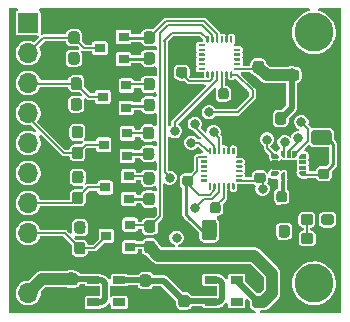
<source format=gbr>
%TF.GenerationSoftware,KiCad,Pcbnew,(5.99.0-3293-g62433736b)*%
%TF.CreationDate,2020-09-21T11:37:00+07:00*%
%TF.ProjectId,IMU_board,494d555f-626f-4617-9264-2e6b69636164,rev?*%
%TF.SameCoordinates,Original*%
%TF.FileFunction,Copper,L1,Top*%
%TF.FilePolarity,Positive*%
%FSLAX46Y46*%
G04 Gerber Fmt 4.6, Leading zero omitted, Abs format (unit mm)*
G04 Created by KiCad (PCBNEW (5.99.0-3293-g62433736b)) date 2020-09-21 11:37:00*
%MOMM*%
%LPD*%
G01*
G04 APERTURE LIST*
%TA.AperFunction,SMDPad,CuDef*%
%ADD10R,0.900000X0.800000*%
%TD*%
%TA.AperFunction,SMDPad,CuDef*%
%ADD11R,1.060000X0.650000*%
%TD*%
%TA.AperFunction,ComponentPad*%
%ADD12R,1.700000X1.700000*%
%TD*%
%TA.AperFunction,ComponentPad*%
%ADD13O,1.700000X1.700000*%
%TD*%
%TA.AperFunction,ViaPad*%
%ADD14C,0.800000*%
%TD*%
%TA.AperFunction,ViaPad*%
%ADD15C,3.300000*%
%TD*%
%TA.AperFunction,Conductor*%
%ADD16C,0.250000*%
%TD*%
%TA.AperFunction,Conductor*%
%ADD17C,0.152400*%
%TD*%
%TA.AperFunction,Conductor*%
%ADD18C,0.500000*%
%TD*%
%TA.AperFunction,Conductor*%
%ADD19C,1.000000*%
%TD*%
G04 APERTURE END LIST*
%TO.P,C15,1*%
%TO.N,+3V3*%
%TA.AperFunction,SMDPad,CuDef*%
G36*
G01*
X134737500Y-108250000D02*
X135212500Y-108250000D01*
G75*
G02*
X135450000Y-108487500I0J-237500D01*
G01*
X135450000Y-109062500D01*
G75*
G02*
X135212500Y-109300000I-237500J0D01*
G01*
X134737500Y-109300000D01*
G75*
G02*
X134500000Y-109062500I0J237500D01*
G01*
X134500000Y-108487500D01*
G75*
G02*
X134737500Y-108250000I237500J0D01*
G01*
G37*
%TD.AperFunction*%
%TO.P,C15,2*%
%TO.N,GND*%
%TA.AperFunction,SMDPad,CuDef*%
G36*
G01*
X134737500Y-110000000D02*
X135212500Y-110000000D01*
G75*
G02*
X135450000Y-110237500I0J-237500D01*
G01*
X135450000Y-110812500D01*
G75*
G02*
X135212500Y-111050000I-237500J0D01*
G01*
X134737500Y-111050000D01*
G75*
G02*
X134500000Y-110812500I0J237500D01*
G01*
X134500000Y-110237500D01*
G75*
G02*
X134737500Y-110000000I237500J0D01*
G01*
G37*
%TD.AperFunction*%
%TD*%
D10*
%TO.P,Q4,1,G*%
%TO.N,+1V8*%
X133452500Y-98207500D03*
%TO.P,Q4,2,S*%
%TO.N,IMU_MISO*%
X133452500Y-96307500D03*
%TO.P,Q4,3,D*%
%TO.N,IMU_MISO_3.3v*%
X131452500Y-97257500D03*
%TD*%
D11*
%TO.P,U7,1,IN*%
%TO.N,+3V3*%
X140500000Y-108700000D03*
%TO.P,U7,2,GND*%
%TO.N,GND*%
X140500000Y-109650000D03*
%TO.P,U7,3,EN*%
%TO.N,+3V3*%
X140500000Y-110600000D03*
%TO.P,U7,4,NC*%
%TO.N,Net-(U7-Pad4)*%
X142700000Y-110600000D03*
%TO.P,U7,5,OUT*%
%TO.N,+1V8*%
X142700000Y-108700000D03*
%TD*%
%TO.P,R1,1*%
%TO.N,LED*%
%TA.AperFunction,SMDPad,CuDef*%
G36*
G01*
X148150000Y-105437500D02*
X148150000Y-104962500D01*
G75*
G02*
X148387500Y-104725000I237500J0D01*
G01*
X148962500Y-104725000D01*
G75*
G02*
X149200000Y-104962500I0J-237500D01*
G01*
X149200000Y-105437500D01*
G75*
G02*
X148962500Y-105675000I-237500J0D01*
G01*
X148387500Y-105675000D01*
G75*
G02*
X148150000Y-105437500I0J237500D01*
G01*
G37*
%TD.AperFunction*%
%TO.P,R1,2*%
%TO.N,GND*%
%TA.AperFunction,SMDPad,CuDef*%
G36*
G01*
X149900000Y-105437500D02*
X149900000Y-104962500D01*
G75*
G02*
X150137500Y-104725000I237500J0D01*
G01*
X150712500Y-104725000D01*
G75*
G02*
X150950000Y-104962500I0J-237500D01*
G01*
X150950000Y-105437500D01*
G75*
G02*
X150712500Y-105675000I-237500J0D01*
G01*
X150137500Y-105675000D01*
G75*
G02*
X149900000Y-105437500I0J237500D01*
G01*
G37*
%TD.AperFunction*%
%TD*%
%TO.P,C14,1*%
%TO.N,+3V3*%
%TA.AperFunction,SMDPad,CuDef*%
G36*
G01*
X146075000Y-101931250D02*
X146075000Y-101418750D01*
G75*
G02*
X146293750Y-101200000I218750J0D01*
G01*
X146731250Y-101200000D01*
G75*
G02*
X146950000Y-101418750I0J-218750D01*
G01*
X146950000Y-101931250D01*
G75*
G02*
X146731250Y-102150000I-218750J0D01*
G01*
X146293750Y-102150000D01*
G75*
G02*
X146075000Y-101931250I0J218750D01*
G01*
G37*
%TD.AperFunction*%
%TO.P,C14,2*%
%TO.N,GND*%
%TA.AperFunction,SMDPad,CuDef*%
G36*
G01*
X147650000Y-101931250D02*
X147650000Y-101418750D01*
G75*
G02*
X147868750Y-101200000I218750J0D01*
G01*
X148306250Y-101200000D01*
G75*
G02*
X148525000Y-101418750I0J-218750D01*
G01*
X148525000Y-101931250D01*
G75*
G02*
X148306250Y-102150000I-218750J0D01*
G01*
X147868750Y-102150000D01*
G75*
G02*
X147650000Y-101931250I0J218750D01*
G01*
G37*
%TD.AperFunction*%
%TD*%
%TO.P,R9,1*%
%TO.N,+3V3*%
%TA.AperFunction,SMDPad,CuDef*%
G36*
G01*
X128990000Y-95682500D02*
X129465000Y-95682500D01*
G75*
G02*
X129702500Y-95920000I0J-237500D01*
G01*
X129702500Y-96495000D01*
G75*
G02*
X129465000Y-96732500I-237500J0D01*
G01*
X128990000Y-96732500D01*
G75*
G02*
X128752500Y-96495000I0J237500D01*
G01*
X128752500Y-95920000D01*
G75*
G02*
X128990000Y-95682500I237500J0D01*
G01*
G37*
%TD.AperFunction*%
%TO.P,R9,2*%
%TO.N,IMU_MISO_3.3v*%
%TA.AperFunction,SMDPad,CuDef*%
G36*
G01*
X128990000Y-97432500D02*
X129465000Y-97432500D01*
G75*
G02*
X129702500Y-97670000I0J-237500D01*
G01*
X129702500Y-98245000D01*
G75*
G02*
X129465000Y-98482500I-237500J0D01*
G01*
X128990000Y-98482500D01*
G75*
G02*
X128752500Y-98245000I0J237500D01*
G01*
X128752500Y-97670000D01*
G75*
G02*
X128990000Y-97432500I237500J0D01*
G01*
G37*
%TD.AperFunction*%
%TD*%
%TO.P,D1,1,K*%
%TO.N,LED*%
%TA.AperFunction,SMDPad,CuDef*%
G36*
G01*
X148125000Y-103837500D02*
X148125000Y-103362500D01*
G75*
G02*
X148362500Y-103125000I237500J0D01*
G01*
X148937500Y-103125000D01*
G75*
G02*
X149175000Y-103362500I0J-237500D01*
G01*
X149175000Y-103837500D01*
G75*
G02*
X148937500Y-104075000I-237500J0D01*
G01*
X148362500Y-104075000D01*
G75*
G02*
X148125000Y-103837500I0J237500D01*
G01*
G37*
%TD.AperFunction*%
%TO.P,D1,2,A*%
%TO.N,+3V3*%
%TA.AperFunction,SMDPad,CuDef*%
G36*
G01*
X149875000Y-103837500D02*
X149875000Y-103362500D01*
G75*
G02*
X150112500Y-103125000I237500J0D01*
G01*
X150687500Y-103125000D01*
G75*
G02*
X150925000Y-103362500I0J-237500D01*
G01*
X150925000Y-103837500D01*
G75*
G02*
X150687500Y-104075000I-237500J0D01*
G01*
X150112500Y-104075000D01*
G75*
G02*
X149875000Y-103837500I0J237500D01*
G01*
G37*
%TD.AperFunction*%
%TD*%
%TO.P,R7,1*%
%TO.N,+1V8*%
%TA.AperFunction,SMDPad,CuDef*%
G36*
G01*
X135465000Y-98557500D02*
X134990000Y-98557500D01*
G75*
G02*
X134752500Y-98320000I0J237500D01*
G01*
X134752500Y-97745000D01*
G75*
G02*
X134990000Y-97507500I237500J0D01*
G01*
X135465000Y-97507500D01*
G75*
G02*
X135702500Y-97745000I0J-237500D01*
G01*
X135702500Y-98320000D01*
G75*
G02*
X135465000Y-98557500I-237500J0D01*
G01*
G37*
%TD.AperFunction*%
%TO.P,R7,2*%
%TO.N,IMU_MISO*%
%TA.AperFunction,SMDPad,CuDef*%
G36*
G01*
X135465000Y-96807500D02*
X134990000Y-96807500D01*
G75*
G02*
X134752500Y-96570000I0J237500D01*
G01*
X134752500Y-95995000D01*
G75*
G02*
X134990000Y-95757500I237500J0D01*
G01*
X135465000Y-95757500D01*
G75*
G02*
X135702500Y-95995000I0J-237500D01*
G01*
X135702500Y-96570000D01*
G75*
G02*
X135465000Y-96807500I-237500J0D01*
G01*
G37*
%TD.AperFunction*%
%TD*%
%TO.P,C17,1*%
%TO.N,+3V3*%
%TA.AperFunction,SMDPad,CuDef*%
G36*
G01*
X150500000Y-97275000D02*
X149250000Y-97275000D01*
G75*
G02*
X149000000Y-97025000I0J250000D01*
G01*
X149000000Y-96275000D01*
G75*
G02*
X149250000Y-96025000I250000J0D01*
G01*
X150500000Y-96025000D01*
G75*
G02*
X150750000Y-96275000I0J-250000D01*
G01*
X150750000Y-97025000D01*
G75*
G02*
X150500000Y-97275000I-250000J0D01*
G01*
G37*
%TD.AperFunction*%
%TO.P,C17,2*%
%TO.N,GND*%
%TA.AperFunction,SMDPad,CuDef*%
G36*
G01*
X150500000Y-94475000D02*
X149250000Y-94475000D01*
G75*
G02*
X149000000Y-94225000I0J250000D01*
G01*
X149000000Y-93475000D01*
G75*
G02*
X149250000Y-93225000I250000J0D01*
G01*
X150500000Y-93225000D01*
G75*
G02*
X150750000Y-93475000I0J-250000D01*
G01*
X150750000Y-94225000D01*
G75*
G02*
X150500000Y-94475000I-250000J0D01*
G01*
G37*
%TD.AperFunction*%
%TD*%
%TO.P,C5,1*%
%TO.N,Net-(C5-Pad1)*%
%TA.AperFunction,SMDPad,CuDef*%
G36*
G01*
X141150000Y-93218750D02*
X141150000Y-92706250D01*
G75*
G02*
X141368750Y-92487500I218750J0D01*
G01*
X141806250Y-92487500D01*
G75*
G02*
X142025000Y-92706250I0J-218750D01*
G01*
X142025000Y-93218750D01*
G75*
G02*
X141806250Y-93437500I-218750J0D01*
G01*
X141368750Y-93437500D01*
G75*
G02*
X141150000Y-93218750I0J218750D01*
G01*
G37*
%TD.AperFunction*%
%TO.P,C5,2*%
%TO.N,GND*%
%TA.AperFunction,SMDPad,CuDef*%
G36*
G01*
X142725000Y-93218750D02*
X142725000Y-92706250D01*
G75*
G02*
X142943750Y-92487500I218750J0D01*
G01*
X143381250Y-92487500D01*
G75*
G02*
X143600000Y-92706250I0J-218750D01*
G01*
X143600000Y-93218750D01*
G75*
G02*
X143381250Y-93437500I-218750J0D01*
G01*
X142943750Y-93437500D01*
G75*
G02*
X142725000Y-93218750I0J218750D01*
G01*
G37*
%TD.AperFunction*%
%TD*%
%TO.P,C8,1*%
%TO.N,+3V3*%
%TA.AperFunction,SMDPad,CuDef*%
G36*
G01*
X144931250Y-100512500D02*
X144418750Y-100512500D01*
G75*
G02*
X144200000Y-100293750I0J218750D01*
G01*
X144200000Y-99856250D01*
G75*
G02*
X144418750Y-99637500I218750J0D01*
G01*
X144931250Y-99637500D01*
G75*
G02*
X145150000Y-99856250I0J-218750D01*
G01*
X145150000Y-100293750D01*
G75*
G02*
X144931250Y-100512500I-218750J0D01*
G01*
G37*
%TD.AperFunction*%
%TO.P,C8,2*%
%TO.N,GND*%
%TA.AperFunction,SMDPad,CuDef*%
G36*
G01*
X144931250Y-98937500D02*
X144418750Y-98937500D01*
G75*
G02*
X144200000Y-98718750I0J218750D01*
G01*
X144200000Y-98281250D01*
G75*
G02*
X144418750Y-98062500I218750J0D01*
G01*
X144931250Y-98062500D01*
G75*
G02*
X145150000Y-98281250I0J-218750D01*
G01*
X145150000Y-98718750D01*
G75*
G02*
X144931250Y-98937500I-218750J0D01*
G01*
G37*
%TD.AperFunction*%
%TD*%
D10*
%TO.P,Q7,1,G*%
%TO.N,+1V8*%
X133125000Y-90030000D03*
%TO.P,Q7,2,S*%
%TO.N,ICM20948_CS*%
X133125000Y-88130000D03*
%TO.P,Q7,3,D*%
%TO.N,ICM20948_CS_3.3v*%
X131125000Y-89080000D03*
%TD*%
%TO.P,C12,1*%
%TO.N,+1V8*%
%TA.AperFunction,SMDPad,CuDef*%
G36*
G01*
X144737500Y-111100000D02*
X144262500Y-111100000D01*
G75*
G02*
X144025000Y-110862500I0J237500D01*
G01*
X144025000Y-110287500D01*
G75*
G02*
X144262500Y-110050000I237500J0D01*
G01*
X144737500Y-110050000D01*
G75*
G02*
X144975000Y-110287500I0J-237500D01*
G01*
X144975000Y-110862500D01*
G75*
G02*
X144737500Y-111100000I-237500J0D01*
G01*
G37*
%TD.AperFunction*%
%TO.P,C12,2*%
%TO.N,GND*%
%TA.AperFunction,SMDPad,CuDef*%
G36*
G01*
X144737500Y-109350000D02*
X144262500Y-109350000D01*
G75*
G02*
X144025000Y-109112500I0J237500D01*
G01*
X144025000Y-108537500D01*
G75*
G02*
X144262500Y-108300000I237500J0D01*
G01*
X144737500Y-108300000D01*
G75*
G02*
X144975000Y-108537500I0J-237500D01*
G01*
X144975000Y-109112500D01*
G75*
G02*
X144737500Y-109350000I-237500J0D01*
G01*
G37*
%TD.AperFunction*%
%TD*%
%TO.P,C11,1*%
%TO.N,+3V3*%
%TA.AperFunction,SMDPad,CuDef*%
G36*
G01*
X138487500Y-111025000D02*
X138012500Y-111025000D01*
G75*
G02*
X137775000Y-110787500I0J237500D01*
G01*
X137775000Y-110212500D01*
G75*
G02*
X138012500Y-109975000I237500J0D01*
G01*
X138487500Y-109975000D01*
G75*
G02*
X138725000Y-110212500I0J-237500D01*
G01*
X138725000Y-110787500D01*
G75*
G02*
X138487500Y-111025000I-237500J0D01*
G01*
G37*
%TD.AperFunction*%
%TO.P,C11,2*%
%TO.N,GND*%
%TA.AperFunction,SMDPad,CuDef*%
G36*
G01*
X138487500Y-109275000D02*
X138012500Y-109275000D01*
G75*
G02*
X137775000Y-109037500I0J237500D01*
G01*
X137775000Y-108462500D01*
G75*
G02*
X138012500Y-108225000I237500J0D01*
G01*
X138487500Y-108225000D01*
G75*
G02*
X138725000Y-108462500I0J-237500D01*
G01*
X138725000Y-109037500D01*
G75*
G02*
X138487500Y-109275000I-237500J0D01*
G01*
G37*
%TD.AperFunction*%
%TD*%
%TO.P,C10,1*%
%TO.N,+3V3*%
%TA.AperFunction,SMDPad,CuDef*%
G36*
G01*
X146962500Y-105125000D02*
X146487500Y-105125000D01*
G75*
G02*
X146250000Y-104887500I0J237500D01*
G01*
X146250000Y-104312500D01*
G75*
G02*
X146487500Y-104075000I237500J0D01*
G01*
X146962500Y-104075000D01*
G75*
G02*
X147200000Y-104312500I0J-237500D01*
G01*
X147200000Y-104887500D01*
G75*
G02*
X146962500Y-105125000I-237500J0D01*
G01*
G37*
%TD.AperFunction*%
%TO.P,C10,2*%
%TO.N,GND*%
%TA.AperFunction,SMDPad,CuDef*%
G36*
G01*
X146962500Y-103375000D02*
X146487500Y-103375000D01*
G75*
G02*
X146250000Y-103137500I0J237500D01*
G01*
X146250000Y-102562500D01*
G75*
G02*
X146487500Y-102325000I237500J0D01*
G01*
X146962500Y-102325000D01*
G75*
G02*
X147200000Y-102562500I0J-237500D01*
G01*
X147200000Y-103137500D01*
G75*
G02*
X146962500Y-103375000I-237500J0D01*
G01*
G37*
%TD.AperFunction*%
%TD*%
%TO.P,C16,1*%
%TO.N,+3V3*%
%TA.AperFunction,SMDPad,CuDef*%
G36*
G01*
X150331250Y-100175000D02*
X149818750Y-100175000D01*
G75*
G02*
X149600000Y-99956250I0J218750D01*
G01*
X149600000Y-99518750D01*
G75*
G02*
X149818750Y-99300000I218750J0D01*
G01*
X150331250Y-99300000D01*
G75*
G02*
X150550000Y-99518750I0J-218750D01*
G01*
X150550000Y-99956250D01*
G75*
G02*
X150331250Y-100175000I-218750J0D01*
G01*
G37*
%TD.AperFunction*%
%TO.P,C16,2*%
%TO.N,GND*%
%TA.AperFunction,SMDPad,CuDef*%
G36*
G01*
X150331250Y-98600000D02*
X149818750Y-98600000D01*
G75*
G02*
X149600000Y-98381250I0J218750D01*
G01*
X149600000Y-97943750D01*
G75*
G02*
X149818750Y-97725000I218750J0D01*
G01*
X150331250Y-97725000D01*
G75*
G02*
X150550000Y-97943750I0J-218750D01*
G01*
X150550000Y-98381250D01*
G75*
G02*
X150331250Y-98600000I-218750J0D01*
G01*
G37*
%TD.AperFunction*%
%TD*%
%TO.P,U1,1,NC*%
%TO.N,Net-(U1-Pad1)*%
%TA.AperFunction,SMDPad,CuDef*%
G36*
G01*
X139475000Y-88887500D02*
X139475000Y-88787500D01*
G75*
G02*
X139525000Y-88737500I50000J0D01*
G01*
X139975000Y-88737500D01*
G75*
G02*
X140025000Y-88787500I0J-50000D01*
G01*
X140025000Y-88887500D01*
G75*
G02*
X139975000Y-88937500I-50000J0D01*
G01*
X139525000Y-88937500D01*
G75*
G02*
X139475000Y-88887500I0J50000D01*
G01*
G37*
%TD.AperFunction*%
%TO.P,U1,2,NC*%
%TO.N,Net-(U1-Pad2)*%
%TA.AperFunction,SMDPad,CuDef*%
G36*
G01*
X139475000Y-89287500D02*
X139475000Y-89187500D01*
G75*
G02*
X139525000Y-89137500I50000J0D01*
G01*
X139975000Y-89137500D01*
G75*
G02*
X140025000Y-89187500I0J-50000D01*
G01*
X140025000Y-89287500D01*
G75*
G02*
X139975000Y-89337500I-50000J0D01*
G01*
X139525000Y-89337500D01*
G75*
G02*
X139475000Y-89287500I0J50000D01*
G01*
G37*
%TD.AperFunction*%
%TO.P,U1,3,NC*%
%TO.N,Net-(U1-Pad3)*%
%TA.AperFunction,SMDPad,CuDef*%
G36*
G01*
X139475000Y-89687500D02*
X139475000Y-89587500D01*
G75*
G02*
X139525000Y-89537500I50000J0D01*
G01*
X139975000Y-89537500D01*
G75*
G02*
X140025000Y-89587500I0J-50000D01*
G01*
X140025000Y-89687500D01*
G75*
G02*
X139975000Y-89737500I-50000J0D01*
G01*
X139525000Y-89737500D01*
G75*
G02*
X139475000Y-89687500I0J50000D01*
G01*
G37*
%TD.AperFunction*%
%TO.P,U1,4,NC*%
%TO.N,Net-(U1-Pad4)*%
%TA.AperFunction,SMDPad,CuDef*%
G36*
G01*
X139475000Y-90087500D02*
X139475000Y-89987500D01*
G75*
G02*
X139525000Y-89937500I50000J0D01*
G01*
X139975000Y-89937500D01*
G75*
G02*
X140025000Y-89987500I0J-50000D01*
G01*
X140025000Y-90087500D01*
G75*
G02*
X139975000Y-90137500I-50000J0D01*
G01*
X139525000Y-90137500D01*
G75*
G02*
X139475000Y-90087500I0J50000D01*
G01*
G37*
%TD.AperFunction*%
%TO.P,U1,5,NC*%
%TO.N,Net-(U1-Pad5)*%
%TA.AperFunction,SMDPad,CuDef*%
G36*
G01*
X139475000Y-90487500D02*
X139475000Y-90387500D01*
G75*
G02*
X139525000Y-90337500I50000J0D01*
G01*
X139975000Y-90337500D01*
G75*
G02*
X140025000Y-90387500I0J-50000D01*
G01*
X140025000Y-90487500D01*
G75*
G02*
X139975000Y-90537500I-50000J0D01*
G01*
X139525000Y-90537500D01*
G75*
G02*
X139475000Y-90487500I0J50000D01*
G01*
G37*
%TD.AperFunction*%
%TO.P,U1,6,NC*%
%TO.N,Net-(U1-Pad6)*%
%TA.AperFunction,SMDPad,CuDef*%
G36*
G01*
X139475000Y-90887500D02*
X139475000Y-90787500D01*
G75*
G02*
X139525000Y-90737500I50000J0D01*
G01*
X139975000Y-90737500D01*
G75*
G02*
X140025000Y-90787500I0J-50000D01*
G01*
X140025000Y-90887500D01*
G75*
G02*
X139975000Y-90937500I-50000J0D01*
G01*
X139525000Y-90937500D01*
G75*
G02*
X139475000Y-90887500I0J50000D01*
G01*
G37*
%TD.AperFunction*%
%TO.P,U1,7,AUX_CL*%
%TO.N,Net-(U1-Pad7)*%
%TA.AperFunction,SMDPad,CuDef*%
G36*
G01*
X140300000Y-91612500D02*
X140200000Y-91612500D01*
G75*
G02*
X140150000Y-91562500I0J50000D01*
G01*
X140150000Y-91112500D01*
G75*
G02*
X140200000Y-91062500I50000J0D01*
G01*
X140300000Y-91062500D01*
G75*
G02*
X140350000Y-91112500I0J-50000D01*
G01*
X140350000Y-91562500D01*
G75*
G02*
X140300000Y-91612500I-50000J0D01*
G01*
G37*
%TD.AperFunction*%
%TO.P,U1,8,VDDIO*%
%TO.N,+1V8*%
%TA.AperFunction,SMDPad,CuDef*%
G36*
G01*
X140700000Y-91612500D02*
X140600000Y-91612500D01*
G75*
G02*
X140550000Y-91562500I0J50000D01*
G01*
X140550000Y-91112500D01*
G75*
G02*
X140600000Y-91062500I50000J0D01*
G01*
X140700000Y-91062500D01*
G75*
G02*
X140750000Y-91112500I0J-50000D01*
G01*
X140750000Y-91562500D01*
G75*
G02*
X140700000Y-91612500I-50000J0D01*
G01*
G37*
%TD.AperFunction*%
%TO.P,U1,9,SDO/AD0*%
%TO.N,IMU_MISO*%
%TA.AperFunction,SMDPad,CuDef*%
G36*
G01*
X141100000Y-91612500D02*
X141000000Y-91612500D01*
G75*
G02*
X140950000Y-91562500I0J50000D01*
G01*
X140950000Y-91112500D01*
G75*
G02*
X141000000Y-91062500I50000J0D01*
G01*
X141100000Y-91062500D01*
G75*
G02*
X141150000Y-91112500I0J-50000D01*
G01*
X141150000Y-91562500D01*
G75*
G02*
X141100000Y-91612500I-50000J0D01*
G01*
G37*
%TD.AperFunction*%
%TO.P,U1,10,REGOUT*%
%TO.N,Net-(C5-Pad1)*%
%TA.AperFunction,SMDPad,CuDef*%
G36*
G01*
X141500000Y-91612500D02*
X141400000Y-91612500D01*
G75*
G02*
X141350000Y-91562500I0J50000D01*
G01*
X141350000Y-91112500D01*
G75*
G02*
X141400000Y-91062500I50000J0D01*
G01*
X141500000Y-91062500D01*
G75*
G02*
X141550000Y-91112500I0J-50000D01*
G01*
X141550000Y-91562500D01*
G75*
G02*
X141500000Y-91612500I-50000J0D01*
G01*
G37*
%TD.AperFunction*%
%TO.P,U1,11,FSYNC*%
%TO.N,GND*%
%TA.AperFunction,SMDPad,CuDef*%
G36*
G01*
X141900000Y-91612500D02*
X141800000Y-91612500D01*
G75*
G02*
X141750000Y-91562500I0J50000D01*
G01*
X141750000Y-91112500D01*
G75*
G02*
X141800000Y-91062500I50000J0D01*
G01*
X141900000Y-91062500D01*
G75*
G02*
X141950000Y-91112500I0J-50000D01*
G01*
X141950000Y-91562500D01*
G75*
G02*
X141900000Y-91612500I-50000J0D01*
G01*
G37*
%TD.AperFunction*%
%TO.P,U1,12,INT1*%
%TO.N,ICM20948_DRDY*%
%TA.AperFunction,SMDPad,CuDef*%
G36*
G01*
X142300000Y-91612500D02*
X142200000Y-91612500D01*
G75*
G02*
X142150000Y-91562500I0J50000D01*
G01*
X142150000Y-91112500D01*
G75*
G02*
X142200000Y-91062500I50000J0D01*
G01*
X142300000Y-91062500D01*
G75*
G02*
X142350000Y-91112500I0J-50000D01*
G01*
X142350000Y-91562500D01*
G75*
G02*
X142300000Y-91612500I-50000J0D01*
G01*
G37*
%TD.AperFunction*%
%TO.P,U1,13,VDD*%
%TO.N,+1V8*%
%TA.AperFunction,SMDPad,CuDef*%
G36*
G01*
X142475000Y-90887500D02*
X142475000Y-90787500D01*
G75*
G02*
X142525000Y-90737500I50000J0D01*
G01*
X142975000Y-90737500D01*
G75*
G02*
X143025000Y-90787500I0J-50000D01*
G01*
X143025000Y-90887500D01*
G75*
G02*
X142975000Y-90937500I-50000J0D01*
G01*
X142525000Y-90937500D01*
G75*
G02*
X142475000Y-90887500I0J50000D01*
G01*
G37*
%TD.AperFunction*%
%TO.P,U1,14,NC*%
%TO.N,Net-(U1-Pad14)*%
%TA.AperFunction,SMDPad,CuDef*%
G36*
G01*
X142475000Y-90487500D02*
X142475000Y-90387500D01*
G75*
G02*
X142525000Y-90337500I50000J0D01*
G01*
X142975000Y-90337500D01*
G75*
G02*
X143025000Y-90387500I0J-50000D01*
G01*
X143025000Y-90487500D01*
G75*
G02*
X142975000Y-90537500I-50000J0D01*
G01*
X142525000Y-90537500D01*
G75*
G02*
X142475000Y-90487500I0J50000D01*
G01*
G37*
%TD.AperFunction*%
%TO.P,U1,15,NC*%
%TO.N,Net-(U1-Pad15)*%
%TA.AperFunction,SMDPad,CuDef*%
G36*
G01*
X142475000Y-90087500D02*
X142475000Y-89987500D01*
G75*
G02*
X142525000Y-89937500I50000J0D01*
G01*
X142975000Y-89937500D01*
G75*
G02*
X143025000Y-89987500I0J-50000D01*
G01*
X143025000Y-90087500D01*
G75*
G02*
X142975000Y-90137500I-50000J0D01*
G01*
X142525000Y-90137500D01*
G75*
G02*
X142475000Y-90087500I0J50000D01*
G01*
G37*
%TD.AperFunction*%
%TO.P,U1,16,NC*%
%TO.N,Net-(U1-Pad16)*%
%TA.AperFunction,SMDPad,CuDef*%
G36*
G01*
X142475000Y-89687500D02*
X142475000Y-89587500D01*
G75*
G02*
X142525000Y-89537500I50000J0D01*
G01*
X142975000Y-89537500D01*
G75*
G02*
X143025000Y-89587500I0J-50000D01*
G01*
X143025000Y-89687500D01*
G75*
G02*
X142975000Y-89737500I-50000J0D01*
G01*
X142525000Y-89737500D01*
G75*
G02*
X142475000Y-89687500I0J50000D01*
G01*
G37*
%TD.AperFunction*%
%TO.P,U1,17,NC*%
%TO.N,Net-(U1-Pad17)*%
%TA.AperFunction,SMDPad,CuDef*%
G36*
G01*
X142475000Y-89287500D02*
X142475000Y-89187500D01*
G75*
G02*
X142525000Y-89137500I50000J0D01*
G01*
X142975000Y-89137500D01*
G75*
G02*
X143025000Y-89187500I0J-50000D01*
G01*
X143025000Y-89287500D01*
G75*
G02*
X142975000Y-89337500I-50000J0D01*
G01*
X142525000Y-89337500D01*
G75*
G02*
X142475000Y-89287500I0J50000D01*
G01*
G37*
%TD.AperFunction*%
%TO.P,U1,18,GND*%
%TO.N,GND*%
%TA.AperFunction,SMDPad,CuDef*%
G36*
G01*
X142475000Y-88887500D02*
X142475000Y-88787500D01*
G75*
G02*
X142525000Y-88737500I50000J0D01*
G01*
X142975000Y-88737500D01*
G75*
G02*
X143025000Y-88787500I0J-50000D01*
G01*
X143025000Y-88887500D01*
G75*
G02*
X142975000Y-88937500I-50000J0D01*
G01*
X142525000Y-88937500D01*
G75*
G02*
X142475000Y-88887500I0J50000D01*
G01*
G37*
%TD.AperFunction*%
%TO.P,U1,19,RESV*%
%TO.N,Net-(U1-Pad19)*%
%TA.AperFunction,SMDPad,CuDef*%
G36*
G01*
X142300000Y-88612500D02*
X142200000Y-88612500D01*
G75*
G02*
X142150000Y-88562500I0J50000D01*
G01*
X142150000Y-88112500D01*
G75*
G02*
X142200000Y-88062500I50000J0D01*
G01*
X142300000Y-88062500D01*
G75*
G02*
X142350000Y-88112500I0J-50000D01*
G01*
X142350000Y-88562500D01*
G75*
G02*
X142300000Y-88612500I-50000J0D01*
G01*
G37*
%TD.AperFunction*%
%TO.P,U1,20,GND*%
%TO.N,GND*%
%TA.AperFunction,SMDPad,CuDef*%
G36*
G01*
X141900000Y-88612500D02*
X141800000Y-88612500D01*
G75*
G02*
X141750000Y-88562500I0J50000D01*
G01*
X141750000Y-88112500D01*
G75*
G02*
X141800000Y-88062500I50000J0D01*
G01*
X141900000Y-88062500D01*
G75*
G02*
X141950000Y-88112500I0J-50000D01*
G01*
X141950000Y-88562500D01*
G75*
G02*
X141900000Y-88612500I-50000J0D01*
G01*
G37*
%TD.AperFunction*%
%TO.P,U1,21,AUX_DA*%
%TO.N,Net-(U1-Pad21)*%
%TA.AperFunction,SMDPad,CuDef*%
G36*
G01*
X141500000Y-88612500D02*
X141400000Y-88612500D01*
G75*
G02*
X141350000Y-88562500I0J50000D01*
G01*
X141350000Y-88112500D01*
G75*
G02*
X141400000Y-88062500I50000J0D01*
G01*
X141500000Y-88062500D01*
G75*
G02*
X141550000Y-88112500I0J-50000D01*
G01*
X141550000Y-88562500D01*
G75*
G02*
X141500000Y-88612500I-50000J0D01*
G01*
G37*
%TD.AperFunction*%
%TO.P,U1,22,~CS*%
%TO.N,ICM20948_CS*%
%TA.AperFunction,SMDPad,CuDef*%
G36*
G01*
X141100000Y-88612500D02*
X141000000Y-88612500D01*
G75*
G02*
X140950000Y-88562500I0J50000D01*
G01*
X140950000Y-88112500D01*
G75*
G02*
X141000000Y-88062500I50000J0D01*
G01*
X141100000Y-88062500D01*
G75*
G02*
X141150000Y-88112500I0J-50000D01*
G01*
X141150000Y-88562500D01*
G75*
G02*
X141100000Y-88612500I-50000J0D01*
G01*
G37*
%TD.AperFunction*%
%TO.P,U1,23,SCL/SCLK*%
%TO.N,IMU_CLK*%
%TA.AperFunction,SMDPad,CuDef*%
G36*
G01*
X140700000Y-88612500D02*
X140600000Y-88612500D01*
G75*
G02*
X140550000Y-88562500I0J50000D01*
G01*
X140550000Y-88112500D01*
G75*
G02*
X140600000Y-88062500I50000J0D01*
G01*
X140700000Y-88062500D01*
G75*
G02*
X140750000Y-88112500I0J-50000D01*
G01*
X140750000Y-88562500D01*
G75*
G02*
X140700000Y-88612500I-50000J0D01*
G01*
G37*
%TD.AperFunction*%
%TO.P,U1,24,SDA/SDI*%
%TO.N,IMU_MOSI*%
%TA.AperFunction,SMDPad,CuDef*%
G36*
G01*
X140300000Y-88612500D02*
X140200000Y-88612500D01*
G75*
G02*
X140150000Y-88562500I0J50000D01*
G01*
X140150000Y-88112500D01*
G75*
G02*
X140200000Y-88062500I50000J0D01*
G01*
X140300000Y-88062500D01*
G75*
G02*
X140350000Y-88112500I0J-50000D01*
G01*
X140350000Y-88562500D01*
G75*
G02*
X140300000Y-88612500I-50000J0D01*
G01*
G37*
%TD.AperFunction*%
%TD*%
%TO.P,C3,1*%
%TO.N,+1V8*%
%TA.AperFunction,SMDPad,CuDef*%
G36*
G01*
X146662500Y-95575000D02*
X146187500Y-95575000D01*
G75*
G02*
X145950000Y-95337500I0J237500D01*
G01*
X145950000Y-94762500D01*
G75*
G02*
X146187500Y-94525000I237500J0D01*
G01*
X146662500Y-94525000D01*
G75*
G02*
X146900000Y-94762500I0J-237500D01*
G01*
X146900000Y-95337500D01*
G75*
G02*
X146662500Y-95575000I-237500J0D01*
G01*
G37*
%TD.AperFunction*%
%TO.P,C3,2*%
%TO.N,GND*%
%TA.AperFunction,SMDPad,CuDef*%
G36*
G01*
X146662500Y-93825000D02*
X146187500Y-93825000D01*
G75*
G02*
X145950000Y-93587500I0J237500D01*
G01*
X145950000Y-93012500D01*
G75*
G02*
X146187500Y-92775000I237500J0D01*
G01*
X146662500Y-92775000D01*
G75*
G02*
X146900000Y-93012500I0J-237500D01*
G01*
X146900000Y-93587500D01*
G75*
G02*
X146662500Y-93825000I-237500J0D01*
G01*
G37*
%TD.AperFunction*%
%TD*%
%TO.P,Q5,1,G*%
%TO.N,+1V8*%
X133678799Y-105923799D03*
%TO.P,Q5,2,S*%
%TO.N,IMU_CLK*%
X133678799Y-104023799D03*
%TO.P,Q5,3,D*%
%TO.N,IMU_CLK_3.3v*%
X131678799Y-104973799D03*
%TD*%
%TO.P,R13,1*%
%TO.N,+1V8*%
%TA.AperFunction,SMDPad,CuDef*%
G36*
G01*
X135537500Y-90480000D02*
X135062500Y-90480000D01*
G75*
G02*
X134825000Y-90242500I0J237500D01*
G01*
X134825000Y-89667500D01*
G75*
G02*
X135062500Y-89430000I237500J0D01*
G01*
X135537500Y-89430000D01*
G75*
G02*
X135775000Y-89667500I0J-237500D01*
G01*
X135775000Y-90242500D01*
G75*
G02*
X135537500Y-90480000I-237500J0D01*
G01*
G37*
%TD.AperFunction*%
%TO.P,R13,2*%
%TO.N,ICM20948_CS*%
%TA.AperFunction,SMDPad,CuDef*%
G36*
G01*
X135537500Y-88730000D02*
X135062500Y-88730000D01*
G75*
G02*
X134825000Y-88492500I0J237500D01*
G01*
X134825000Y-87917500D01*
G75*
G02*
X135062500Y-87680000I237500J0D01*
G01*
X135537500Y-87680000D01*
G75*
G02*
X135775000Y-87917500I0J-237500D01*
G01*
X135775000Y-88492500D01*
G75*
G02*
X135537500Y-88730000I-237500J0D01*
G01*
G37*
%TD.AperFunction*%
%TD*%
D11*
%TO.P,U3,1,IN*%
%TO.N,+5V*%
X130575000Y-108725000D03*
%TO.P,U3,2,GND*%
%TO.N,GND*%
X130575000Y-109675000D03*
%TO.P,U3,3,EN*%
%TO.N,+5V*%
X130575000Y-110625000D03*
%TO.P,U3,4,NC*%
%TO.N,Net-(U3-Pad4)*%
X132775000Y-110625000D03*
%TO.P,U3,5,OUT*%
%TO.N,+3V3*%
X132775000Y-108725000D03*
%TD*%
%TO.P,U2,1,RESV_VDDIO*%
%TO.N,+3V3*%
%TA.AperFunction,SMDPad,CuDef*%
G36*
G01*
X139650000Y-98350000D02*
X139650000Y-98250000D01*
G75*
G02*
X139700000Y-98200000I50000J0D01*
G01*
X140150000Y-98200000D01*
G75*
G02*
X140200000Y-98250000I0J-50000D01*
G01*
X140200000Y-98350000D01*
G75*
G02*
X140150000Y-98400000I-50000J0D01*
G01*
X139700000Y-98400000D01*
G75*
G02*
X139650000Y-98350000I0J50000D01*
G01*
G37*
%TD.AperFunction*%
%TO.P,U2,2*%
%TO.N,N/C*%
%TA.AperFunction,SMDPad,CuDef*%
G36*
G01*
X139650000Y-98750000D02*
X139650000Y-98650000D01*
G75*
G02*
X139700000Y-98600000I50000J0D01*
G01*
X140150000Y-98600000D01*
G75*
G02*
X140200000Y-98650000I0J-50000D01*
G01*
X140200000Y-98750000D01*
G75*
G02*
X140150000Y-98800000I-50000J0D01*
G01*
X139700000Y-98800000D01*
G75*
G02*
X139650000Y-98750000I0J50000D01*
G01*
G37*
%TD.AperFunction*%
%TO.P,U2,3*%
%TA.AperFunction,SMDPad,CuDef*%
G36*
G01*
X139650000Y-99150000D02*
X139650000Y-99050000D01*
G75*
G02*
X139700000Y-99000000I50000J0D01*
G01*
X140150000Y-99000000D01*
G75*
G02*
X140200000Y-99050000I0J-50000D01*
G01*
X140200000Y-99150000D01*
G75*
G02*
X140150000Y-99200000I-50000J0D01*
G01*
X139700000Y-99200000D01*
G75*
G02*
X139650000Y-99150000I0J50000D01*
G01*
G37*
%TD.AperFunction*%
%TO.P,U2,4*%
%TA.AperFunction,SMDPad,CuDef*%
G36*
G01*
X139650000Y-99550000D02*
X139650000Y-99450000D01*
G75*
G02*
X139700000Y-99400000I50000J0D01*
G01*
X140150000Y-99400000D01*
G75*
G02*
X140200000Y-99450000I0J-50000D01*
G01*
X140200000Y-99550000D01*
G75*
G02*
X140150000Y-99600000I-50000J0D01*
G01*
X139700000Y-99600000D01*
G75*
G02*
X139650000Y-99550000I0J50000D01*
G01*
G37*
%TD.AperFunction*%
%TO.P,U2,5*%
%TA.AperFunction,SMDPad,CuDef*%
G36*
G01*
X139650000Y-99950000D02*
X139650000Y-99850000D01*
G75*
G02*
X139700000Y-99800000I50000J0D01*
G01*
X140150000Y-99800000D01*
G75*
G02*
X140200000Y-99850000I0J-50000D01*
G01*
X140200000Y-99950000D01*
G75*
G02*
X140150000Y-100000000I-50000J0D01*
G01*
X139700000Y-100000000D01*
G75*
G02*
X139650000Y-99950000I0J50000D01*
G01*
G37*
%TD.AperFunction*%
%TO.P,U2,6*%
%TA.AperFunction,SMDPad,CuDef*%
G36*
G01*
X139650000Y-100350000D02*
X139650000Y-100250000D01*
G75*
G02*
X139700000Y-100200000I50000J0D01*
G01*
X140150000Y-100200000D01*
G75*
G02*
X140200000Y-100250000I0J-50000D01*
G01*
X140200000Y-100350000D01*
G75*
G02*
X140150000Y-100400000I-50000J0D01*
G01*
X139700000Y-100400000D01*
G75*
G02*
X139650000Y-100350000I0J50000D01*
G01*
G37*
%TD.AperFunction*%
%TO.P,U2,7,AUX_SCL*%
%TO.N,Net-(U2-Pad7)*%
%TA.AperFunction,SMDPad,CuDef*%
G36*
G01*
X140475000Y-101075000D02*
X140375000Y-101075000D01*
G75*
G02*
X140325000Y-101025000I0J50000D01*
G01*
X140325000Y-100575000D01*
G75*
G02*
X140375000Y-100525000I50000J0D01*
G01*
X140475000Y-100525000D01*
G75*
G02*
X140525000Y-100575000I0J-50000D01*
G01*
X140525000Y-101025000D01*
G75*
G02*
X140475000Y-101075000I-50000J0D01*
G01*
G37*
%TD.AperFunction*%
%TO.P,U2,8,VDDIO*%
%TO.N,+3V3*%
%TA.AperFunction,SMDPad,CuDef*%
G36*
G01*
X140875000Y-101075000D02*
X140775000Y-101075000D01*
G75*
G02*
X140725000Y-101025000I0J50000D01*
G01*
X140725000Y-100575000D01*
G75*
G02*
X140775000Y-100525000I50000J0D01*
G01*
X140875000Y-100525000D01*
G75*
G02*
X140925000Y-100575000I0J-50000D01*
G01*
X140925000Y-101025000D01*
G75*
G02*
X140875000Y-101075000I-50000J0D01*
G01*
G37*
%TD.AperFunction*%
%TO.P,U2,9,AD0/MISO*%
%TO.N,IMU_MOSI_3.3v*%
%TA.AperFunction,SMDPad,CuDef*%
G36*
G01*
X141275000Y-101075000D02*
X141175000Y-101075000D01*
G75*
G02*
X141125000Y-101025000I0J50000D01*
G01*
X141125000Y-100575000D01*
G75*
G02*
X141175000Y-100525000I50000J0D01*
G01*
X141275000Y-100525000D01*
G75*
G02*
X141325000Y-100575000I0J-50000D01*
G01*
X141325000Y-101025000D01*
G75*
G02*
X141275000Y-101075000I-50000J0D01*
G01*
G37*
%TD.AperFunction*%
%TO.P,U2,10,REGOUT*%
%TO.N,Net-(C9-Pad1)*%
%TA.AperFunction,SMDPad,CuDef*%
G36*
G01*
X141675000Y-101075000D02*
X141575000Y-101075000D01*
G75*
G02*
X141525000Y-101025000I0J50000D01*
G01*
X141525000Y-100575000D01*
G75*
G02*
X141575000Y-100525000I50000J0D01*
G01*
X141675000Y-100525000D01*
G75*
G02*
X141725000Y-100575000I0J-50000D01*
G01*
X141725000Y-101025000D01*
G75*
G02*
X141675000Y-101075000I-50000J0D01*
G01*
G37*
%TD.AperFunction*%
%TO.P,U2,11,FSYNC*%
%TO.N,GND*%
%TA.AperFunction,SMDPad,CuDef*%
G36*
G01*
X142075000Y-101075000D02*
X141975000Y-101075000D01*
G75*
G02*
X141925000Y-101025000I0J50000D01*
G01*
X141925000Y-100575000D01*
G75*
G02*
X141975000Y-100525000I50000J0D01*
G01*
X142075000Y-100525000D01*
G75*
G02*
X142125000Y-100575000I0J-50000D01*
G01*
X142125000Y-101025000D01*
G75*
G02*
X142075000Y-101075000I-50000J0D01*
G01*
G37*
%TD.AperFunction*%
%TO.P,U2,12,INT*%
%TO.N,MPU9250_DRDY*%
%TA.AperFunction,SMDPad,CuDef*%
G36*
G01*
X142475000Y-101075000D02*
X142375000Y-101075000D01*
G75*
G02*
X142325000Y-101025000I0J50000D01*
G01*
X142325000Y-100575000D01*
G75*
G02*
X142375000Y-100525000I50000J0D01*
G01*
X142475000Y-100525000D01*
G75*
G02*
X142525000Y-100575000I0J-50000D01*
G01*
X142525000Y-101025000D01*
G75*
G02*
X142475000Y-101075000I-50000J0D01*
G01*
G37*
%TD.AperFunction*%
%TO.P,U2,13,VDD*%
%TO.N,+3V3*%
%TA.AperFunction,SMDPad,CuDef*%
G36*
G01*
X142650000Y-100350000D02*
X142650000Y-100250000D01*
G75*
G02*
X142700000Y-100200000I50000J0D01*
G01*
X143150000Y-100200000D01*
G75*
G02*
X143200000Y-100250000I0J-50000D01*
G01*
X143200000Y-100350000D01*
G75*
G02*
X143150000Y-100400000I-50000J0D01*
G01*
X142700000Y-100400000D01*
G75*
G02*
X142650000Y-100350000I0J50000D01*
G01*
G37*
%TD.AperFunction*%
%TO.P,U2,14*%
%TO.N,N/C*%
%TA.AperFunction,SMDPad,CuDef*%
G36*
G01*
X142650000Y-99950000D02*
X142650000Y-99850000D01*
G75*
G02*
X142700000Y-99800000I50000J0D01*
G01*
X143150000Y-99800000D01*
G75*
G02*
X143200000Y-99850000I0J-50000D01*
G01*
X143200000Y-99950000D01*
G75*
G02*
X143150000Y-100000000I-50000J0D01*
G01*
X142700000Y-100000000D01*
G75*
G02*
X142650000Y-99950000I0J50000D01*
G01*
G37*
%TD.AperFunction*%
%TO.P,U2,15*%
%TA.AperFunction,SMDPad,CuDef*%
G36*
G01*
X142650000Y-99550000D02*
X142650000Y-99450000D01*
G75*
G02*
X142700000Y-99400000I50000J0D01*
G01*
X143150000Y-99400000D01*
G75*
G02*
X143200000Y-99450000I0J-50000D01*
G01*
X143200000Y-99550000D01*
G75*
G02*
X143150000Y-99600000I-50000J0D01*
G01*
X142700000Y-99600000D01*
G75*
G02*
X142650000Y-99550000I0J50000D01*
G01*
G37*
%TD.AperFunction*%
%TO.P,U2,16*%
%TA.AperFunction,SMDPad,CuDef*%
G36*
G01*
X142650000Y-99150000D02*
X142650000Y-99050000D01*
G75*
G02*
X142700000Y-99000000I50000J0D01*
G01*
X143150000Y-99000000D01*
G75*
G02*
X143200000Y-99050000I0J-50000D01*
G01*
X143200000Y-99150000D01*
G75*
G02*
X143150000Y-99200000I-50000J0D01*
G01*
X142700000Y-99200000D01*
G75*
G02*
X142650000Y-99150000I0J50000D01*
G01*
G37*
%TD.AperFunction*%
%TO.P,U2,17*%
%TA.AperFunction,SMDPad,CuDef*%
G36*
G01*
X142650000Y-98750000D02*
X142650000Y-98650000D01*
G75*
G02*
X142700000Y-98600000I50000J0D01*
G01*
X143150000Y-98600000D01*
G75*
G02*
X143200000Y-98650000I0J-50000D01*
G01*
X143200000Y-98750000D01*
G75*
G02*
X143150000Y-98800000I-50000J0D01*
G01*
X142700000Y-98800000D01*
G75*
G02*
X142650000Y-98750000I0J50000D01*
G01*
G37*
%TD.AperFunction*%
%TO.P,U2,18,GND*%
%TO.N,GND*%
%TA.AperFunction,SMDPad,CuDef*%
G36*
G01*
X142650000Y-98350000D02*
X142650000Y-98250000D01*
G75*
G02*
X142700000Y-98200000I50000J0D01*
G01*
X143150000Y-98200000D01*
G75*
G02*
X143200000Y-98250000I0J-50000D01*
G01*
X143200000Y-98350000D01*
G75*
G02*
X143150000Y-98400000I-50000J0D01*
G01*
X142700000Y-98400000D01*
G75*
G02*
X142650000Y-98350000I0J50000D01*
G01*
G37*
%TD.AperFunction*%
%TO.P,U2,19*%
%TO.N,N/C*%
%TA.AperFunction,SMDPad,CuDef*%
G36*
G01*
X142475000Y-98075000D02*
X142375000Y-98075000D01*
G75*
G02*
X142325000Y-98025000I0J50000D01*
G01*
X142325000Y-97575000D01*
G75*
G02*
X142375000Y-97525000I50000J0D01*
G01*
X142475000Y-97525000D01*
G75*
G02*
X142525000Y-97575000I0J-50000D01*
G01*
X142525000Y-98025000D01*
G75*
G02*
X142475000Y-98075000I-50000J0D01*
G01*
G37*
%TD.AperFunction*%
%TO.P,U2,20,RESV_GND*%
%TO.N,GND*%
%TA.AperFunction,SMDPad,CuDef*%
G36*
G01*
X142075000Y-98075000D02*
X141975000Y-98075000D01*
G75*
G02*
X141925000Y-98025000I0J50000D01*
G01*
X141925000Y-97575000D01*
G75*
G02*
X141975000Y-97525000I50000J0D01*
G01*
X142075000Y-97525000D01*
G75*
G02*
X142125000Y-97575000I0J-50000D01*
G01*
X142125000Y-98025000D01*
G75*
G02*
X142075000Y-98075000I-50000J0D01*
G01*
G37*
%TD.AperFunction*%
%TO.P,U2,21,AUX_SDA*%
%TO.N,Net-(U2-Pad21)*%
%TA.AperFunction,SMDPad,CuDef*%
G36*
G01*
X141675000Y-98075000D02*
X141575000Y-98075000D01*
G75*
G02*
X141525000Y-98025000I0J50000D01*
G01*
X141525000Y-97575000D01*
G75*
G02*
X141575000Y-97525000I50000J0D01*
G01*
X141675000Y-97525000D01*
G75*
G02*
X141725000Y-97575000I0J-50000D01*
G01*
X141725000Y-98025000D01*
G75*
G02*
X141675000Y-98075000I-50000J0D01*
G01*
G37*
%TD.AperFunction*%
%TO.P,U2,22,~CS*%
%TO.N,MPU9250_CS*%
%TA.AperFunction,SMDPad,CuDef*%
G36*
G01*
X141275000Y-98075000D02*
X141175000Y-98075000D01*
G75*
G02*
X141125000Y-98025000I0J50000D01*
G01*
X141125000Y-97575000D01*
G75*
G02*
X141175000Y-97525000I50000J0D01*
G01*
X141275000Y-97525000D01*
G75*
G02*
X141325000Y-97575000I0J-50000D01*
G01*
X141325000Y-98025000D01*
G75*
G02*
X141275000Y-98075000I-50000J0D01*
G01*
G37*
%TD.AperFunction*%
%TO.P,U2,23,SCL/SCLK*%
%TO.N,IMU_CLK_3.3v*%
%TA.AperFunction,SMDPad,CuDef*%
G36*
G01*
X140875000Y-98075000D02*
X140775000Y-98075000D01*
G75*
G02*
X140725000Y-98025000I0J50000D01*
G01*
X140725000Y-97575000D01*
G75*
G02*
X140775000Y-97525000I50000J0D01*
G01*
X140875000Y-97525000D01*
G75*
G02*
X140925000Y-97575000I0J-50000D01*
G01*
X140925000Y-98025000D01*
G75*
G02*
X140875000Y-98075000I-50000J0D01*
G01*
G37*
%TD.AperFunction*%
%TO.P,U2,24,SDA/MOSI*%
%TO.N,IMU_MISO_3.3v*%
%TA.AperFunction,SMDPad,CuDef*%
G36*
G01*
X140475000Y-98075000D02*
X140375000Y-98075000D01*
G75*
G02*
X140325000Y-98025000I0J50000D01*
G01*
X140325000Y-97575000D01*
G75*
G02*
X140375000Y-97525000I50000J0D01*
G01*
X140475000Y-97525000D01*
G75*
G02*
X140525000Y-97575000I0J-50000D01*
G01*
X140525000Y-98025000D01*
G75*
G02*
X140475000Y-98075000I-50000J0D01*
G01*
G37*
%TD.AperFunction*%
%TD*%
%TO.P,C7,1*%
%TO.N,+3V3*%
%TA.AperFunction,SMDPad,CuDef*%
G36*
G01*
X139750000Y-105112500D02*
X139750000Y-103862500D01*
G75*
G02*
X140000000Y-103612500I250000J0D01*
G01*
X140750000Y-103612500D01*
G75*
G02*
X141000000Y-103862500I0J-250000D01*
G01*
X141000000Y-105112500D01*
G75*
G02*
X140750000Y-105362500I-250000J0D01*
G01*
X140000000Y-105362500D01*
G75*
G02*
X139750000Y-105112500I0J250000D01*
G01*
G37*
%TD.AperFunction*%
%TO.P,C7,2*%
%TO.N,GND*%
%TA.AperFunction,SMDPad,CuDef*%
G36*
G01*
X142550000Y-105112500D02*
X142550000Y-103862500D01*
G75*
G02*
X142800000Y-103612500I250000J0D01*
G01*
X143550000Y-103612500D01*
G75*
G02*
X143800000Y-103862500I0J-250000D01*
G01*
X143800000Y-105112500D01*
G75*
G02*
X143550000Y-105362500I-250000J0D01*
G01*
X142800000Y-105362500D01*
G75*
G02*
X142550000Y-105112500I0J250000D01*
G01*
G37*
%TD.AperFunction*%
%TD*%
%TA.AperFunction,SMDPad,CuDef*%
%TO.P,U4,1,SDO/SA0*%
%TO.N,IMU_MISO_3.3v*%
G36*
X145998814Y-98033547D02*
G01*
X146000890Y-98032991D01*
X146004071Y-98034474D01*
X146021232Y-98037500D01*
X146034581Y-98048701D01*
X146050370Y-98056064D01*
X146256436Y-98262129D01*
X146259278Y-98266188D01*
X146261140Y-98267263D01*
X146262341Y-98270562D01*
X146272335Y-98284835D01*
X146273853Y-98302193D01*
X146279813Y-98318566D01*
X146279813Y-98362500D01*
X146277985Y-98372869D01*
X146278600Y-98376359D01*
X146276828Y-98379427D01*
X146275000Y-98389798D01*
X146261670Y-98405684D01*
X146251303Y-98423640D01*
X146244535Y-98426103D01*
X146239906Y-98431620D01*
X146219486Y-98435220D01*
X146200000Y-98442313D01*
X145725000Y-98442313D01*
X145714631Y-98440485D01*
X145711141Y-98441100D01*
X145708073Y-98439328D01*
X145697702Y-98437500D01*
X145681816Y-98424170D01*
X145663860Y-98413803D01*
X145661397Y-98407035D01*
X145655880Y-98402406D01*
X145652280Y-98381986D01*
X145645187Y-98362500D01*
X145645187Y-98112500D01*
X145647015Y-98102131D01*
X145646400Y-98098641D01*
X145648172Y-98095573D01*
X145650000Y-98085202D01*
X145663330Y-98069316D01*
X145673697Y-98051360D01*
X145680465Y-98048897D01*
X145685094Y-98043380D01*
X145705514Y-98039780D01*
X145725000Y-98032687D01*
X145993934Y-98032687D01*
X145998814Y-98033547D01*
G37*
%TD.AperFunction*%
%TO.P,U4,2,SDX*%
%TO.N,GND*%
%TA.AperFunction,SMDPad,CuDef*%
G36*
G01*
X145650000Y-98837500D02*
X145650000Y-98637500D01*
G75*
G02*
X145750000Y-98537500I100000J0D01*
G01*
X146175000Y-98537500D01*
G75*
G02*
X146275000Y-98637500I0J-100000D01*
G01*
X146275000Y-98837500D01*
G75*
G02*
X146175000Y-98937500I-100000J0D01*
G01*
X145750000Y-98937500D01*
G75*
G02*
X145650000Y-98837500I0J100000D01*
G01*
G37*
%TD.AperFunction*%
%TO.P,U4,3,SCX*%
%TA.AperFunction,SMDPad,CuDef*%
G36*
G01*
X145650000Y-99337500D02*
X145650000Y-99137500D01*
G75*
G02*
X145750000Y-99037500I100000J0D01*
G01*
X146175000Y-99037500D01*
G75*
G02*
X146275000Y-99137500I0J-100000D01*
G01*
X146275000Y-99337500D01*
G75*
G02*
X146175000Y-99437500I-100000J0D01*
G01*
X145750000Y-99437500D01*
G75*
G02*
X145650000Y-99337500I0J100000D01*
G01*
G37*
%TD.AperFunction*%
%TA.AperFunction,SMDPad,CuDef*%
%TO.P,U4,4,INT1*%
%TO.N,LSM6D3_DRDY1*%
G36*
X146210369Y-99534515D02*
G01*
X146213859Y-99533900D01*
X146216927Y-99535672D01*
X146227298Y-99537500D01*
X146243184Y-99550830D01*
X146261140Y-99561197D01*
X146263603Y-99567965D01*
X146269120Y-99572594D01*
X146272720Y-99593014D01*
X146279813Y-99612500D01*
X146279813Y-99656434D01*
X146278953Y-99661314D01*
X146279509Y-99663390D01*
X146278026Y-99666571D01*
X146275000Y-99683732D01*
X146263799Y-99697080D01*
X146256436Y-99712871D01*
X146050370Y-99918936D01*
X146046312Y-99921777D01*
X146045237Y-99923640D01*
X146041937Y-99924841D01*
X146027664Y-99934836D01*
X146010305Y-99936354D01*
X145993934Y-99942313D01*
X145725000Y-99942313D01*
X145714631Y-99940485D01*
X145711141Y-99941100D01*
X145708073Y-99939328D01*
X145697702Y-99937500D01*
X145681816Y-99924170D01*
X145663860Y-99913803D01*
X145661397Y-99907035D01*
X145655880Y-99902406D01*
X145652280Y-99881986D01*
X145645187Y-99862500D01*
X145645187Y-99612500D01*
X145647015Y-99602131D01*
X145646400Y-99598641D01*
X145648172Y-99595573D01*
X145650000Y-99585202D01*
X145663330Y-99569316D01*
X145673697Y-99551360D01*
X145680465Y-99548897D01*
X145685094Y-99543380D01*
X145705514Y-99539780D01*
X145725000Y-99532687D01*
X146200000Y-99532687D01*
X146210369Y-99534515D01*
G37*
%TD.AperFunction*%
%TA.AperFunction,SMDPad,CuDef*%
%TO.P,U4,5,VDDIO*%
%TO.N,+3V3*%
G36*
X146760369Y-99584515D02*
G01*
X146763859Y-99583900D01*
X146766927Y-99585672D01*
X146777298Y-99587500D01*
X146793184Y-99600830D01*
X146811140Y-99611197D01*
X146813603Y-99617965D01*
X146819120Y-99622594D01*
X146822720Y-99643014D01*
X146829813Y-99662500D01*
X146829813Y-100137500D01*
X146827985Y-100147869D01*
X146828600Y-100151359D01*
X146826828Y-100154427D01*
X146825000Y-100164798D01*
X146811670Y-100180684D01*
X146801303Y-100198640D01*
X146794535Y-100201103D01*
X146789906Y-100206620D01*
X146769486Y-100210220D01*
X146750000Y-100217313D01*
X146500000Y-100217313D01*
X146489631Y-100215485D01*
X146486141Y-100216100D01*
X146483073Y-100214328D01*
X146472702Y-100212500D01*
X146456816Y-100199170D01*
X146438860Y-100188803D01*
X146436397Y-100182035D01*
X146430880Y-100177406D01*
X146427280Y-100156986D01*
X146420187Y-100137500D01*
X146420187Y-99868566D01*
X146421047Y-99863686D01*
X146420491Y-99861610D01*
X146421974Y-99858429D01*
X146425000Y-99841268D01*
X146436201Y-99827919D01*
X146443564Y-99812130D01*
X146649629Y-99606064D01*
X146653688Y-99603222D01*
X146654763Y-99601360D01*
X146658062Y-99600159D01*
X146672335Y-99590165D01*
X146689693Y-99588647D01*
X146706066Y-99582687D01*
X146750000Y-99582687D01*
X146760369Y-99584515D01*
G37*
%TD.AperFunction*%
%TO.P,U4,6,GND*%
%TO.N,GND*%
%TA.AperFunction,SMDPad,CuDef*%
G36*
G01*
X146925000Y-100112500D02*
X146925000Y-99687500D01*
G75*
G02*
X147025000Y-99587500I100000J0D01*
G01*
X147225000Y-99587500D01*
G75*
G02*
X147325000Y-99687500I0J-100000D01*
G01*
X147325000Y-100112500D01*
G75*
G02*
X147225000Y-100212500I-100000J0D01*
G01*
X147025000Y-100212500D01*
G75*
G02*
X146925000Y-100112500I0J100000D01*
G01*
G37*
%TD.AperFunction*%
%TA.AperFunction,SMDPad,CuDef*%
%TO.P,U4,7,GND*%
G36*
X147548814Y-99583547D02*
G01*
X147550890Y-99582991D01*
X147554071Y-99584474D01*
X147571232Y-99587500D01*
X147584581Y-99598701D01*
X147600370Y-99606064D01*
X147806436Y-99812129D01*
X147809278Y-99816188D01*
X147811140Y-99817263D01*
X147812341Y-99820562D01*
X147822335Y-99834835D01*
X147823853Y-99852193D01*
X147829813Y-99868566D01*
X147829813Y-100137500D01*
X147827985Y-100147869D01*
X147828600Y-100151359D01*
X147826828Y-100154427D01*
X147825000Y-100164798D01*
X147811670Y-100180684D01*
X147801303Y-100198640D01*
X147794535Y-100201103D01*
X147789906Y-100206620D01*
X147769486Y-100210220D01*
X147750000Y-100217313D01*
X147500000Y-100217313D01*
X147489631Y-100215485D01*
X147486141Y-100216100D01*
X147483073Y-100214328D01*
X147472702Y-100212500D01*
X147456816Y-100199170D01*
X147438860Y-100188803D01*
X147436397Y-100182035D01*
X147430880Y-100177406D01*
X147427280Y-100156986D01*
X147420187Y-100137500D01*
X147420187Y-99662500D01*
X147422015Y-99652131D01*
X147421400Y-99648641D01*
X147423172Y-99645573D01*
X147425000Y-99635202D01*
X147438330Y-99619316D01*
X147448697Y-99601360D01*
X147455465Y-99598897D01*
X147460094Y-99593380D01*
X147480514Y-99589780D01*
X147500000Y-99582687D01*
X147543934Y-99582687D01*
X147548814Y-99583547D01*
G37*
%TD.AperFunction*%
%TA.AperFunction,SMDPad,CuDef*%
%TO.P,U4,8,VDD*%
%TO.N,+3V3*%
G36*
X148535369Y-99534515D02*
G01*
X148538859Y-99533900D01*
X148541927Y-99535672D01*
X148552298Y-99537500D01*
X148568184Y-99550830D01*
X148586140Y-99561197D01*
X148588603Y-99567965D01*
X148594120Y-99572594D01*
X148597720Y-99593014D01*
X148604813Y-99612500D01*
X148604813Y-99862500D01*
X148602985Y-99872869D01*
X148603600Y-99876359D01*
X148601828Y-99879427D01*
X148600000Y-99889798D01*
X148586670Y-99905684D01*
X148576303Y-99923640D01*
X148569535Y-99926103D01*
X148564906Y-99931620D01*
X148544486Y-99935220D01*
X148525000Y-99942313D01*
X148256066Y-99942313D01*
X148251186Y-99941453D01*
X148249110Y-99942009D01*
X148245929Y-99940526D01*
X148228768Y-99937500D01*
X148215420Y-99926299D01*
X148199629Y-99918936D01*
X147993564Y-99712870D01*
X147990723Y-99708812D01*
X147988860Y-99707737D01*
X147987659Y-99704437D01*
X147977664Y-99690164D01*
X147976146Y-99672805D01*
X147970187Y-99656434D01*
X147970187Y-99612500D01*
X147972015Y-99602131D01*
X147971400Y-99598641D01*
X147973172Y-99595573D01*
X147975000Y-99585202D01*
X147988330Y-99569316D01*
X147998697Y-99551360D01*
X148005465Y-99548897D01*
X148010094Y-99543380D01*
X148030514Y-99539780D01*
X148050000Y-99532687D01*
X148525000Y-99532687D01*
X148535369Y-99534515D01*
G37*
%TD.AperFunction*%
%TO.P,U4,9,INT2*%
%TO.N,LSM6D3_DRDY2*%
%TA.AperFunction,SMDPad,CuDef*%
G36*
G01*
X147975000Y-99337500D02*
X147975000Y-99137500D01*
G75*
G02*
X148075000Y-99037500I100000J0D01*
G01*
X148500000Y-99037500D01*
G75*
G02*
X148600000Y-99137500I0J-100000D01*
G01*
X148600000Y-99337500D01*
G75*
G02*
X148500000Y-99437500I-100000J0D01*
G01*
X148075000Y-99437500D01*
G75*
G02*
X147975000Y-99337500I0J100000D01*
G01*
G37*
%TD.AperFunction*%
%TO.P,U4,10,NC*%
%TO.N,Net-(U4-Pad10)*%
%TA.AperFunction,SMDPad,CuDef*%
G36*
G01*
X147975000Y-98837500D02*
X147975000Y-98637500D01*
G75*
G02*
X148075000Y-98537500I100000J0D01*
G01*
X148500000Y-98537500D01*
G75*
G02*
X148600000Y-98637500I0J-100000D01*
G01*
X148600000Y-98837500D01*
G75*
G02*
X148500000Y-98937500I-100000J0D01*
G01*
X148075000Y-98937500D01*
G75*
G02*
X147975000Y-98837500I0J100000D01*
G01*
G37*
%TD.AperFunction*%
%TA.AperFunction,SMDPad,CuDef*%
%TO.P,U4,11,NC*%
%TO.N,Net-(U4-Pad11)*%
G36*
X148535369Y-98034515D02*
G01*
X148538859Y-98033900D01*
X148541927Y-98035672D01*
X148552298Y-98037500D01*
X148568184Y-98050830D01*
X148586140Y-98061197D01*
X148588603Y-98067965D01*
X148594120Y-98072594D01*
X148597720Y-98093014D01*
X148604813Y-98112500D01*
X148604813Y-98362500D01*
X148602985Y-98372869D01*
X148603600Y-98376359D01*
X148601828Y-98379427D01*
X148600000Y-98389798D01*
X148586670Y-98405684D01*
X148576303Y-98423640D01*
X148569535Y-98426103D01*
X148564906Y-98431620D01*
X148544486Y-98435220D01*
X148525000Y-98442313D01*
X148050000Y-98442313D01*
X148039631Y-98440485D01*
X148036141Y-98441100D01*
X148033073Y-98439328D01*
X148022702Y-98437500D01*
X148006816Y-98424170D01*
X147988860Y-98413803D01*
X147986397Y-98407035D01*
X147980880Y-98402406D01*
X147977280Y-98381986D01*
X147970187Y-98362500D01*
X147970187Y-98318566D01*
X147971047Y-98313686D01*
X147970491Y-98311610D01*
X147971974Y-98308429D01*
X147975000Y-98291268D01*
X147986201Y-98277919D01*
X147993564Y-98262130D01*
X148199629Y-98056064D01*
X148203688Y-98053222D01*
X148204763Y-98051360D01*
X148208062Y-98050159D01*
X148222335Y-98040165D01*
X148239693Y-98038647D01*
X148256066Y-98032687D01*
X148525000Y-98032687D01*
X148535369Y-98034515D01*
G37*
%TD.AperFunction*%
%TA.AperFunction,SMDPad,CuDef*%
%TO.P,U4,12,CS*%
%TO.N,LSM6D3_CS*%
G36*
X147760369Y-97759515D02*
G01*
X147763859Y-97758900D01*
X147766927Y-97760672D01*
X147777298Y-97762500D01*
X147793184Y-97775830D01*
X147811140Y-97786197D01*
X147813603Y-97792965D01*
X147819120Y-97797594D01*
X147822720Y-97818014D01*
X147829813Y-97837500D01*
X147829813Y-98106434D01*
X147828953Y-98111314D01*
X147829509Y-98113390D01*
X147828026Y-98116571D01*
X147825000Y-98133732D01*
X147813799Y-98147080D01*
X147806436Y-98162871D01*
X147600370Y-98368936D01*
X147596312Y-98371777D01*
X147595237Y-98373640D01*
X147591937Y-98374841D01*
X147577664Y-98384836D01*
X147560305Y-98386354D01*
X147543934Y-98392313D01*
X147500000Y-98392313D01*
X147489631Y-98390485D01*
X147486141Y-98391100D01*
X147483073Y-98389328D01*
X147472702Y-98387500D01*
X147456816Y-98374170D01*
X147438860Y-98363803D01*
X147436397Y-98357035D01*
X147430880Y-98352406D01*
X147427280Y-98331986D01*
X147420187Y-98312500D01*
X147420187Y-97837500D01*
X147422015Y-97827131D01*
X147421400Y-97823641D01*
X147423172Y-97820573D01*
X147425000Y-97810202D01*
X147438330Y-97794316D01*
X147448697Y-97776360D01*
X147455465Y-97773897D01*
X147460094Y-97768380D01*
X147480514Y-97764780D01*
X147500000Y-97757687D01*
X147750000Y-97757687D01*
X147760369Y-97759515D01*
G37*
%TD.AperFunction*%
%TO.P,U4,13,SCL*%
%TO.N,IMU_CLK_3.3v*%
%TA.AperFunction,SMDPad,CuDef*%
G36*
G01*
X146925000Y-98287500D02*
X146925000Y-97862500D01*
G75*
G02*
X147025000Y-97762500I100000J0D01*
G01*
X147225000Y-97762500D01*
G75*
G02*
X147325000Y-97862500I0J-100000D01*
G01*
X147325000Y-98287500D01*
G75*
G02*
X147225000Y-98387500I-100000J0D01*
G01*
X147025000Y-98387500D01*
G75*
G02*
X146925000Y-98287500I0J100000D01*
G01*
G37*
%TD.AperFunction*%
%TA.AperFunction,SMDPad,CuDef*%
%TO.P,U4,14,SDA*%
%TO.N,IMU_MOSI_3.3v*%
G36*
X146760369Y-97759515D02*
G01*
X146763859Y-97758900D01*
X146766927Y-97760672D01*
X146777298Y-97762500D01*
X146793184Y-97775830D01*
X146811140Y-97786197D01*
X146813603Y-97792965D01*
X146819120Y-97797594D01*
X146822720Y-97818014D01*
X146829813Y-97837500D01*
X146829813Y-98312500D01*
X146827985Y-98322869D01*
X146828600Y-98326359D01*
X146826828Y-98329427D01*
X146825000Y-98339798D01*
X146811670Y-98355684D01*
X146801303Y-98373640D01*
X146794535Y-98376103D01*
X146789906Y-98381620D01*
X146769486Y-98385220D01*
X146750000Y-98392313D01*
X146706066Y-98392313D01*
X146701186Y-98391453D01*
X146699110Y-98392009D01*
X146695929Y-98390526D01*
X146678768Y-98387500D01*
X146665420Y-98376299D01*
X146649629Y-98368936D01*
X146443564Y-98162870D01*
X146440723Y-98158812D01*
X146438860Y-98157737D01*
X146437659Y-98154437D01*
X146427664Y-98140164D01*
X146426146Y-98122805D01*
X146420187Y-98106434D01*
X146420187Y-97837500D01*
X146422015Y-97827131D01*
X146421400Y-97823641D01*
X146423172Y-97820573D01*
X146425000Y-97810202D01*
X146438330Y-97794316D01*
X146448697Y-97776360D01*
X146455465Y-97773897D01*
X146460094Y-97768380D01*
X146480514Y-97764780D01*
X146500000Y-97757687D01*
X146750000Y-97757687D01*
X146760369Y-97759515D01*
G37*
%TD.AperFunction*%
%TD*%
%TO.P,R6,1*%
%TO.N,+3V3*%
%TA.AperFunction,SMDPad,CuDef*%
G36*
G01*
X129357500Y-94375000D02*
X128882500Y-94375000D01*
G75*
G02*
X128645000Y-94137500I0J237500D01*
G01*
X128645000Y-93562500D01*
G75*
G02*
X128882500Y-93325000I237500J0D01*
G01*
X129357500Y-93325000D01*
G75*
G02*
X129595000Y-93562500I0J-237500D01*
G01*
X129595000Y-94137500D01*
G75*
G02*
X129357500Y-94375000I-237500J0D01*
G01*
G37*
%TD.AperFunction*%
%TO.P,R6,2*%
%TO.N,ICM20948_DRDY_3.3v*%
%TA.AperFunction,SMDPad,CuDef*%
G36*
G01*
X129357500Y-92625000D02*
X128882500Y-92625000D01*
G75*
G02*
X128645000Y-92387500I0J237500D01*
G01*
X128645000Y-91812500D01*
G75*
G02*
X128882500Y-91575000I237500J0D01*
G01*
X129357500Y-91575000D01*
G75*
G02*
X129595000Y-91812500I0J-237500D01*
G01*
X129595000Y-92387500D01*
G75*
G02*
X129357500Y-92625000I-237500J0D01*
G01*
G37*
%TD.AperFunction*%
%TD*%
D12*
%TO.P,J1,1,Pin_1*%
%TO.N,LSM6D3_CS*%
X125050000Y-86960000D03*
D13*
%TO.P,J1,2,Pin_2*%
%TO.N,ICM20948_CS_3.3v*%
X125050000Y-89500000D03*
%TO.P,J1,3,Pin_3*%
%TO.N,ICM20948_DRDY_3.3v*%
X125050000Y-92040000D03*
%TO.P,J1,4,Pin_4*%
%TO.N,IMU_MISO_3.3v*%
X125050000Y-94580000D03*
%TO.P,J1,5,Pin_5*%
%TO.N,MPU9250_CS*%
X125050000Y-97120000D03*
%TO.P,J1,6,Pin_6*%
%TO.N,Net-(J1-Pad6)*%
X125050000Y-99660000D03*
%TO.P,J1,7,Pin_7*%
%TO.N,IMU_MOSI_3.3v*%
X125050000Y-102200000D03*
%TO.P,J1,8,Pin_8*%
%TO.N,IMU_CLK_3.3v*%
X125050000Y-104740000D03*
%TO.P,J1,9,Pin_9*%
%TO.N,GND*%
X125050000Y-107280000D03*
%TO.P,J1,10,Pin_10*%
%TO.N,+5V*%
X125050000Y-109820000D03*
%TD*%
D10*
%TO.P,Q6,1,G*%
%TO.N,+1V8*%
X133562889Y-101837111D03*
%TO.P,Q6,2,S*%
%TO.N,IMU_MOSI*%
X133562889Y-99937111D03*
%TO.P,Q6,3,D*%
%TO.N,IMU_MOSI_3.3v*%
X131562889Y-100887111D03*
%TD*%
%TO.P,C9,1*%
%TO.N,Net-(C9-Pad1)*%
%TA.AperFunction,SMDPad,CuDef*%
G36*
G01*
X140462500Y-102868750D02*
X140462500Y-102356250D01*
G75*
G02*
X140681250Y-102137500I218750J0D01*
G01*
X141118750Y-102137500D01*
G75*
G02*
X141337500Y-102356250I0J-218750D01*
G01*
X141337500Y-102868750D01*
G75*
G02*
X141118750Y-103087500I-218750J0D01*
G01*
X140681250Y-103087500D01*
G75*
G02*
X140462500Y-102868750I0J218750D01*
G01*
G37*
%TD.AperFunction*%
%TO.P,C9,2*%
%TO.N,GND*%
%TA.AperFunction,SMDPad,CuDef*%
G36*
G01*
X142037500Y-102868750D02*
X142037500Y-102356250D01*
G75*
G02*
X142256250Y-102137500I218750J0D01*
G01*
X142693750Y-102137500D01*
G75*
G02*
X142912500Y-102356250I0J-218750D01*
G01*
X142912500Y-102868750D01*
G75*
G02*
X142693750Y-103087500I-218750J0D01*
G01*
X142256250Y-103087500D01*
G75*
G02*
X142037500Y-102868750I0J218750D01*
G01*
G37*
%TD.AperFunction*%
%TD*%
%TO.P,Q3,1,G*%
%TO.N,+1V8*%
X133370000Y-94150000D03*
%TO.P,Q3,2,S*%
%TO.N,ICM20948_DRDY*%
X133370000Y-92250000D03*
%TO.P,Q3,3,D*%
%TO.N,ICM20948_DRDY_3.3v*%
X131370000Y-93200000D03*
%TD*%
%TO.P,C6,1*%
%TO.N,+1V8*%
%TA.AperFunction,SMDPad,CuDef*%
G36*
G01*
X144787500Y-91212500D02*
X144312500Y-91212500D01*
G75*
G02*
X144075000Y-90975000I0J237500D01*
G01*
X144075000Y-90400000D01*
G75*
G02*
X144312500Y-90162500I237500J0D01*
G01*
X144787500Y-90162500D01*
G75*
G02*
X145025000Y-90400000I0J-237500D01*
G01*
X145025000Y-90975000D01*
G75*
G02*
X144787500Y-91212500I-237500J0D01*
G01*
G37*
%TD.AperFunction*%
%TO.P,C6,2*%
%TO.N,GND*%
%TA.AperFunction,SMDPad,CuDef*%
G36*
G01*
X144787500Y-89462500D02*
X144312500Y-89462500D01*
G75*
G02*
X144075000Y-89225000I0J237500D01*
G01*
X144075000Y-88650000D01*
G75*
G02*
X144312500Y-88412500I237500J0D01*
G01*
X144787500Y-88412500D01*
G75*
G02*
X145025000Y-88650000I0J-237500D01*
G01*
X145025000Y-89225000D01*
G75*
G02*
X144787500Y-89462500I-237500J0D01*
G01*
G37*
%TD.AperFunction*%
%TD*%
%TO.P,R12,1*%
%TO.N,+3V3*%
%TA.AperFunction,SMDPad,CuDef*%
G36*
G01*
X129000389Y-99487111D02*
X129475389Y-99487111D01*
G75*
G02*
X129712889Y-99724611I0J-237500D01*
G01*
X129712889Y-100299611D01*
G75*
G02*
X129475389Y-100537111I-237500J0D01*
G01*
X129000389Y-100537111D01*
G75*
G02*
X128762889Y-100299611I0J237500D01*
G01*
X128762889Y-99724611D01*
G75*
G02*
X129000389Y-99487111I237500J0D01*
G01*
G37*
%TD.AperFunction*%
%TO.P,R12,2*%
%TO.N,IMU_MOSI_3.3v*%
%TA.AperFunction,SMDPad,CuDef*%
G36*
G01*
X129000389Y-101237111D02*
X129475389Y-101237111D01*
G75*
G02*
X129712889Y-101474611I0J-237500D01*
G01*
X129712889Y-102049611D01*
G75*
G02*
X129475389Y-102287111I-237500J0D01*
G01*
X129000389Y-102287111D01*
G75*
G02*
X128762889Y-102049611I0J237500D01*
G01*
X128762889Y-101474611D01*
G75*
G02*
X129000389Y-101237111I237500J0D01*
G01*
G37*
%TD.AperFunction*%
%TD*%
%TO.P,R4,1*%
%TO.N,+1V8*%
%TA.AperFunction,SMDPad,CuDef*%
G36*
G01*
X135532500Y-94425000D02*
X135057500Y-94425000D01*
G75*
G02*
X134820000Y-94187500I0J237500D01*
G01*
X134820000Y-93612500D01*
G75*
G02*
X135057500Y-93375000I237500J0D01*
G01*
X135532500Y-93375000D01*
G75*
G02*
X135770000Y-93612500I0J-237500D01*
G01*
X135770000Y-94187500D01*
G75*
G02*
X135532500Y-94425000I-237500J0D01*
G01*
G37*
%TD.AperFunction*%
%TO.P,R4,2*%
%TO.N,ICM20948_DRDY*%
%TA.AperFunction,SMDPad,CuDef*%
G36*
G01*
X135532500Y-92675000D02*
X135057500Y-92675000D01*
G75*
G02*
X134820000Y-92437500I0J237500D01*
G01*
X134820000Y-91862500D01*
G75*
G02*
X135057500Y-91625000I237500J0D01*
G01*
X135532500Y-91625000D01*
G75*
G02*
X135770000Y-91862500I0J-237500D01*
G01*
X135770000Y-92437500D01*
G75*
G02*
X135532500Y-92675000I-237500J0D01*
G01*
G37*
%TD.AperFunction*%
%TD*%
%TO.P,C2,1*%
%TO.N,+3V3*%
%TA.AperFunction,SMDPad,CuDef*%
G36*
G01*
X138831250Y-100750000D02*
X138318750Y-100750000D01*
G75*
G02*
X138100000Y-100531250I0J218750D01*
G01*
X138100000Y-100093750D01*
G75*
G02*
X138318750Y-99875000I218750J0D01*
G01*
X138831250Y-99875000D01*
G75*
G02*
X139050000Y-100093750I0J-218750D01*
G01*
X139050000Y-100531250D01*
G75*
G02*
X138831250Y-100750000I-218750J0D01*
G01*
G37*
%TD.AperFunction*%
%TO.P,C2,2*%
%TO.N,GND*%
%TA.AperFunction,SMDPad,CuDef*%
G36*
G01*
X138831250Y-99175000D02*
X138318750Y-99175000D01*
G75*
G02*
X138100000Y-98956250I0J218750D01*
G01*
X138100000Y-98518750D01*
G75*
G02*
X138318750Y-98300000I218750J0D01*
G01*
X138831250Y-98300000D01*
G75*
G02*
X139050000Y-98518750I0J-218750D01*
G01*
X139050000Y-98956250D01*
G75*
G02*
X138831250Y-99175000I-218750J0D01*
G01*
G37*
%TD.AperFunction*%
%TD*%
%TO.P,R11,1*%
%TO.N,+1V8*%
%TA.AperFunction,SMDPad,CuDef*%
G36*
G01*
X135525389Y-102387111D02*
X135050389Y-102387111D01*
G75*
G02*
X134812889Y-102149611I0J237500D01*
G01*
X134812889Y-101574611D01*
G75*
G02*
X135050389Y-101337111I237500J0D01*
G01*
X135525389Y-101337111D01*
G75*
G02*
X135762889Y-101574611I0J-237500D01*
G01*
X135762889Y-102149611D01*
G75*
G02*
X135525389Y-102387111I-237500J0D01*
G01*
G37*
%TD.AperFunction*%
%TO.P,R11,2*%
%TO.N,IMU_MOSI*%
%TA.AperFunction,SMDPad,CuDef*%
G36*
G01*
X135525389Y-100637111D02*
X135050389Y-100637111D01*
G75*
G02*
X134812889Y-100399611I0J237500D01*
G01*
X134812889Y-99824611D01*
G75*
G02*
X135050389Y-99587111I237500J0D01*
G01*
X135525389Y-99587111D01*
G75*
G02*
X135762889Y-99824611I0J-237500D01*
G01*
X135762889Y-100399611D01*
G75*
G02*
X135525389Y-100637111I-237500J0D01*
G01*
G37*
%TD.AperFunction*%
%TD*%
%TO.P,R14,1*%
%TO.N,+3V3*%
%TA.AperFunction,SMDPad,CuDef*%
G36*
G01*
X129162500Y-90480000D02*
X128687500Y-90480000D01*
G75*
G02*
X128450000Y-90242500I0J237500D01*
G01*
X128450000Y-89667500D01*
G75*
G02*
X128687500Y-89430000I237500J0D01*
G01*
X129162500Y-89430000D01*
G75*
G02*
X129400000Y-89667500I0J-237500D01*
G01*
X129400000Y-90242500D01*
G75*
G02*
X129162500Y-90480000I-237500J0D01*
G01*
G37*
%TD.AperFunction*%
%TO.P,R14,2*%
%TO.N,ICM20948_CS_3.3v*%
%TA.AperFunction,SMDPad,CuDef*%
G36*
G01*
X129162500Y-88730000D02*
X128687500Y-88730000D01*
G75*
G02*
X128450000Y-88492500I0J237500D01*
G01*
X128450000Y-87917500D01*
G75*
G02*
X128687500Y-87680000I237500J0D01*
G01*
X129162500Y-87680000D01*
G75*
G02*
X129400000Y-87917500I0J-237500D01*
G01*
X129400000Y-88492500D01*
G75*
G02*
X129162500Y-88730000I-237500J0D01*
G01*
G37*
%TD.AperFunction*%
%TD*%
%TO.P,C13,1*%
%TO.N,+5V*%
%TA.AperFunction,SMDPad,CuDef*%
G36*
G01*
X128537500Y-108125000D02*
X129012500Y-108125000D01*
G75*
G02*
X129250000Y-108362500I0J-237500D01*
G01*
X129250000Y-108937500D01*
G75*
G02*
X129012500Y-109175000I-237500J0D01*
G01*
X128537500Y-109175000D01*
G75*
G02*
X128300000Y-108937500I0J237500D01*
G01*
X128300000Y-108362500D01*
G75*
G02*
X128537500Y-108125000I237500J0D01*
G01*
G37*
%TD.AperFunction*%
%TO.P,C13,2*%
%TO.N,GND*%
%TA.AperFunction,SMDPad,CuDef*%
G36*
G01*
X128537500Y-109875000D02*
X129012500Y-109875000D01*
G75*
G02*
X129250000Y-110112500I0J-237500D01*
G01*
X129250000Y-110687500D01*
G75*
G02*
X129012500Y-110925000I-237500J0D01*
G01*
X128537500Y-110925000D01*
G75*
G02*
X128300000Y-110687500I0J237500D01*
G01*
X128300000Y-110112500D01*
G75*
G02*
X128537500Y-109875000I237500J0D01*
G01*
G37*
%TD.AperFunction*%
%TD*%
%TO.P,C1,1*%
%TO.N,+1V8*%
%TA.AperFunction,SMDPad,CuDef*%
G36*
G01*
X138306250Y-91562500D02*
X137793750Y-91562500D01*
G75*
G02*
X137575000Y-91343750I0J218750D01*
G01*
X137575000Y-90906250D01*
G75*
G02*
X137793750Y-90687500I218750J0D01*
G01*
X138306250Y-90687500D01*
G75*
G02*
X138525000Y-90906250I0J-218750D01*
G01*
X138525000Y-91343750D01*
G75*
G02*
X138306250Y-91562500I-218750J0D01*
G01*
G37*
%TD.AperFunction*%
%TO.P,C1,2*%
%TO.N,GND*%
%TA.AperFunction,SMDPad,CuDef*%
G36*
G01*
X138306250Y-89987500D02*
X137793750Y-89987500D01*
G75*
G02*
X137575000Y-89768750I0J218750D01*
G01*
X137575000Y-89331250D01*
G75*
G02*
X137793750Y-89112500I218750J0D01*
G01*
X138306250Y-89112500D01*
G75*
G02*
X138525000Y-89331250I0J-218750D01*
G01*
X138525000Y-89768750D01*
G75*
G02*
X138306250Y-89987500I-218750J0D01*
G01*
G37*
%TD.AperFunction*%
%TD*%
%TO.P,C4,1*%
%TO.N,+1V8*%
%TA.AperFunction,SMDPad,CuDef*%
G36*
G01*
X146950000Y-91612500D02*
X146950000Y-91137500D01*
G75*
G02*
X147187500Y-90900000I237500J0D01*
G01*
X147762500Y-90900000D01*
G75*
G02*
X148000000Y-91137500I0J-237500D01*
G01*
X148000000Y-91612500D01*
G75*
G02*
X147762500Y-91850000I-237500J0D01*
G01*
X147187500Y-91850000D01*
G75*
G02*
X146950000Y-91612500I0J237500D01*
G01*
G37*
%TD.AperFunction*%
%TO.P,C4,2*%
%TO.N,GND*%
%TA.AperFunction,SMDPad,CuDef*%
G36*
G01*
X148700000Y-91612500D02*
X148700000Y-91137500D01*
G75*
G02*
X148937500Y-90900000I237500J0D01*
G01*
X149512500Y-90900000D01*
G75*
G02*
X149750000Y-91137500I0J-237500D01*
G01*
X149750000Y-91612500D01*
G75*
G02*
X149512500Y-91850000I-237500J0D01*
G01*
X148937500Y-91850000D01*
G75*
G02*
X148700000Y-91612500I0J237500D01*
G01*
G37*
%TD.AperFunction*%
%TD*%
%TO.P,R10,1*%
%TO.N,+3V3*%
%TA.AperFunction,SMDPad,CuDef*%
G36*
G01*
X129191299Y-103748799D02*
X129666299Y-103748799D01*
G75*
G02*
X129903799Y-103986299I0J-237500D01*
G01*
X129903799Y-104561299D01*
G75*
G02*
X129666299Y-104798799I-237500J0D01*
G01*
X129191299Y-104798799D01*
G75*
G02*
X128953799Y-104561299I0J237500D01*
G01*
X128953799Y-103986299D01*
G75*
G02*
X129191299Y-103748799I237500J0D01*
G01*
G37*
%TD.AperFunction*%
%TO.P,R10,2*%
%TO.N,IMU_CLK_3.3v*%
%TA.AperFunction,SMDPad,CuDef*%
G36*
G01*
X129191299Y-105498799D02*
X129666299Y-105498799D01*
G75*
G02*
X129903799Y-105736299I0J-237500D01*
G01*
X129903799Y-106311299D01*
G75*
G02*
X129666299Y-106548799I-237500J0D01*
G01*
X129191299Y-106548799D01*
G75*
G02*
X128953799Y-106311299I0J237500D01*
G01*
X128953799Y-105736299D01*
G75*
G02*
X129191299Y-105498799I237500J0D01*
G01*
G37*
%TD.AperFunction*%
%TD*%
%TO.P,R8,1*%
%TO.N,+1V8*%
%TA.AperFunction,SMDPad,CuDef*%
G36*
G01*
X135591299Y-106448799D02*
X135116299Y-106448799D01*
G75*
G02*
X134878799Y-106211299I0J237500D01*
G01*
X134878799Y-105636299D01*
G75*
G02*
X135116299Y-105398799I237500J0D01*
G01*
X135591299Y-105398799D01*
G75*
G02*
X135828799Y-105636299I0J-237500D01*
G01*
X135828799Y-106211299D01*
G75*
G02*
X135591299Y-106448799I-237500J0D01*
G01*
G37*
%TD.AperFunction*%
%TO.P,R8,2*%
%TO.N,IMU_CLK*%
%TA.AperFunction,SMDPad,CuDef*%
G36*
G01*
X135591299Y-104698799D02*
X135116299Y-104698799D01*
G75*
G02*
X134878799Y-104461299I0J237500D01*
G01*
X134878799Y-103886299D01*
G75*
G02*
X135116299Y-103648799I237500J0D01*
G01*
X135591299Y-103648799D01*
G75*
G02*
X135828799Y-103886299I0J-237500D01*
G01*
X135828799Y-104461299D01*
G75*
G02*
X135591299Y-104698799I-237500J0D01*
G01*
G37*
%TD.AperFunction*%
%TD*%
D14*
%TO.N,GND*%
X150425000Y-105225000D03*
D15*
%TO.N,*%
X149250000Y-87750000D03*
X149250000Y-109000000D03*
D14*
%TO.N,MPU9250_CS*%
X140750000Y-96212500D03*
%TO.N,IMU_MOSI_3.3v*%
X139150000Y-102637500D03*
X146762500Y-97037500D03*
%TO.N,IMU_MOSI*%
X135325000Y-100050000D03*
X137025000Y-100050000D03*
%TO.N,IMU_MISO_3.3v*%
X145275000Y-96825000D03*
X138875000Y-97087500D03*
%TO.N,IMU_MISO*%
X135142500Y-96307500D03*
X137450000Y-96125000D03*
%TO.N,IMU_CLK_3.3v*%
X139162170Y-95487830D03*
X137611299Y-105138701D03*
X147875000Y-96725000D03*
%TO.N,ICM20948_DRDY*%
X140350000Y-94525000D03*
X135295000Y-92150000D03*
%TO.N,GND*%
X138100000Y-89512500D03*
X144500000Y-108775000D03*
X138325000Y-108775000D03*
X143162500Y-92962500D03*
X134950000Y-110650000D03*
X138600000Y-98725000D03*
X128800000Y-110475000D03*
X148900000Y-94550000D03*
X150100000Y-98125000D03*
X141925000Y-95962500D03*
X146400000Y-93225000D03*
X142475000Y-102612500D03*
X146662500Y-102862500D03*
%TO.N,+3V3*%
X129528799Y-104273799D03*
X129025000Y-89955000D03*
X150400000Y-103625000D03*
X149950000Y-96875000D03*
X146825000Y-104600000D03*
X129120000Y-93900000D03*
X140200000Y-104462500D03*
X129387889Y-100012111D03*
X144900000Y-100975000D03*
X138250000Y-110500000D03*
X129250000Y-96300000D03*
X146556250Y-101631250D03*
%TO.N,+1V8*%
X135225000Y-90030000D03*
X135378799Y-105998799D03*
X144550000Y-90687500D03*
X138050000Y-91237500D03*
X135345000Y-94000000D03*
X135312889Y-101837111D03*
X135227500Y-98032500D03*
%TO.N,LSM6D3_CS*%
X148187500Y-95362500D03*
%TD*%
D16*
%TO.N,+3V3*%
X138424999Y-103162499D02*
X138706250Y-103443750D01*
D17*
%TO.N,LED*%
X148675000Y-105200000D02*
X148675000Y-103625000D01*
X148675000Y-103625000D02*
X148650000Y-103600000D01*
%TO.N,Net-(C9-Pad1)*%
X141625000Y-101764118D02*
X140900000Y-102489118D01*
X141625000Y-100800000D02*
X141625000Y-101764118D01*
X140900000Y-102489118D02*
X140900000Y-102612500D01*
%TO.N,Net-(C5-Pad1)*%
X141450000Y-92825000D02*
X141587500Y-92962500D01*
X141450000Y-91337500D02*
X141450000Y-92825000D01*
%TO.N,MPU9250_CS*%
X141225000Y-97800000D02*
X141225000Y-96687500D01*
X141225000Y-96687500D02*
X140750000Y-96212500D01*
%TO.N,IMU_MOSI_3.3v*%
X125050000Y-102200000D02*
X128800000Y-102200000D01*
X141225000Y-101235552D02*
X140595643Y-101864909D01*
X146762500Y-97037500D02*
X146925000Y-96875000D01*
X139922591Y-101864909D02*
X139150000Y-102637500D01*
X141225000Y-100800000D02*
X141225000Y-101235552D01*
X131562889Y-100887111D02*
X130112889Y-100887111D01*
X146675000Y-98137500D02*
X146675000Y-97125000D01*
X130112889Y-100887111D02*
X129237889Y-101762111D01*
X128800000Y-102200000D02*
X129237889Y-101762111D01*
X140595643Y-101864909D02*
X139922591Y-101864909D01*
X146675000Y-97125000D02*
X146762500Y-97037500D01*
%TO.N,IMU_MOSI*%
X137025000Y-100025000D02*
X137025000Y-100050000D01*
X136600000Y-99600000D02*
X137025000Y-100025000D01*
X135512889Y-99937111D02*
X135562889Y-99987111D01*
X139712500Y-87800000D02*
X140250000Y-88337500D01*
X136550000Y-88475000D02*
X136600000Y-88525000D01*
X133562889Y-99937111D02*
X135512889Y-99937111D01*
X136600000Y-88525000D02*
X136600000Y-99600000D01*
X136550000Y-88475000D02*
X137225000Y-87800000D01*
X137225000Y-87800000D02*
X139712500Y-87800000D01*
%TO.N,IMU_MISO_3.3v*%
X129927500Y-97257500D02*
X129227500Y-97957500D01*
X125050000Y-94958180D02*
X125050000Y-94580000D01*
X140275000Y-97812500D02*
X139900000Y-97437500D01*
X129227500Y-97957500D02*
X128049320Y-97957500D01*
X128049320Y-97957500D02*
X125050000Y-94958180D01*
X140275000Y-97812500D02*
X139550000Y-97087500D01*
X145275000Y-97550000D02*
X145275000Y-96825000D01*
X145962500Y-98237500D02*
X145275000Y-97550000D01*
X131452500Y-97257500D02*
X129927500Y-97257500D01*
X139550000Y-97087500D02*
X138875000Y-97087500D01*
%TO.N,IMU_MISO*%
X135602500Y-96307500D02*
X135142500Y-96307500D01*
X135602500Y-96057500D02*
X135602500Y-96307500D01*
X141050000Y-91337500D02*
X141050000Y-91674670D01*
X137450000Y-95373052D02*
X137450000Y-96125000D01*
X141050000Y-91674670D02*
X141050000Y-91773052D01*
X135142500Y-96307500D02*
X133452500Y-96307500D01*
X141050000Y-91773052D02*
X137450000Y-95373052D01*
%TO.N,IMU_CLK_3.3v*%
X147175000Y-97771936D02*
X147625000Y-97321936D01*
X130628799Y-106023799D02*
X131678799Y-104973799D01*
X139162170Y-95487830D02*
X139162170Y-95737170D01*
X147625000Y-97321936D02*
X147875000Y-97071936D01*
X139175000Y-95462500D02*
X139162170Y-95475330D01*
X129428799Y-106023799D02*
X130628799Y-106023799D01*
X125050000Y-104740000D02*
X128145000Y-104740000D01*
X147875000Y-97071936D02*
X147875000Y-96725000D01*
X139162170Y-95737170D02*
X140825000Y-97400000D01*
X140825000Y-97800000D02*
X140825000Y-97400000D01*
X139162170Y-95475330D02*
X139162170Y-95487830D01*
X128145000Y-104740000D02*
X129428799Y-106023799D01*
X147175000Y-98137500D02*
X147175000Y-97771936D01*
%TO.N,IMU_CLK*%
X140650000Y-88000330D02*
X139774670Y-87125000D01*
X135353799Y-104173799D02*
X136197591Y-103330007D01*
X139774670Y-87125000D02*
X136900000Y-87125000D01*
X135628799Y-104098799D02*
X133753799Y-104098799D01*
X136197591Y-103330007D02*
X136197591Y-87827409D01*
X136900000Y-87125000D02*
X136712500Y-87312500D01*
X140650000Y-88337500D02*
X140650000Y-88000330D01*
X136197591Y-87827409D02*
X136712500Y-87312500D01*
X133753799Y-104098799D02*
X133678799Y-104023799D01*
%TO.N,ICM20948_DRDY_3.3v*%
X129120000Y-92100000D02*
X125110000Y-92100000D01*
X125110000Y-92100000D02*
X125050000Y-92040000D01*
X130220000Y-93200000D02*
X129120000Y-92100000D01*
X131370000Y-93200000D02*
X130220000Y-93200000D01*
%TO.N,ICM20948_DRDY*%
X144050000Y-92671350D02*
X144050000Y-93253650D01*
X140350000Y-94525000D02*
X140125000Y-94525000D01*
X142716150Y-91337500D02*
X144050000Y-92671350D01*
X144050000Y-93253650D02*
X142828650Y-94475000D01*
X135295000Y-92150000D02*
X133470000Y-92150000D01*
X142250000Y-91337500D02*
X142716150Y-91337500D01*
X142828650Y-94475000D02*
X142778650Y-94525000D01*
X133470000Y-92150000D02*
X133370000Y-92250000D01*
X142778650Y-94525000D02*
X140350000Y-94525000D01*
%TO.N,ICM20948_CS_3.3v*%
X126345000Y-88205000D02*
X125050000Y-89500000D01*
X129800000Y-89080000D02*
X128925000Y-88205000D01*
X131125000Y-89080000D02*
X129800000Y-89080000D01*
X128925000Y-88205000D02*
X126345000Y-88205000D01*
%TO.N,ICM20948_CS*%
X141050000Y-88337500D02*
X141050000Y-87901947D01*
X139920643Y-86772590D02*
X136732410Y-86772590D01*
D16*
X135300000Y-88205000D02*
X133200000Y-88205000D01*
D17*
X136732410Y-86772590D02*
X135300000Y-88205000D01*
X136330000Y-87175000D02*
X135300000Y-88205000D01*
X141050000Y-87901947D02*
X139920643Y-86772590D01*
D16*
X133200000Y-88205000D02*
X133125000Y-88130000D01*
D17*
X141050000Y-88337500D02*
X141050000Y-88000330D01*
%TO.N,GND*%
X142025000Y-102162500D02*
X142475000Y-102612500D01*
X147675000Y-101262500D02*
X148087500Y-101675000D01*
X143175000Y-104487500D02*
X143175000Y-103312500D01*
X141875000Y-96362500D02*
X141900000Y-96337500D01*
X144650000Y-93200000D02*
X144750000Y-93300000D01*
D16*
X149875000Y-92025000D02*
X149225000Y-91375000D01*
D17*
X145962500Y-98737500D02*
X144912500Y-98737500D01*
X146325000Y-93300000D02*
X146400000Y-93225000D01*
X142025000Y-100800000D02*
X142025000Y-102162500D01*
X146662500Y-102862500D02*
X147850000Y-101675000D01*
X142750000Y-88837500D02*
X144450000Y-88837500D01*
X146712500Y-102862500D02*
X146725000Y-102850000D01*
X146662500Y-102862500D02*
X146712500Y-102862500D01*
X128775000Y-110400000D02*
X129500000Y-109675000D01*
X144912500Y-98737500D02*
X144675000Y-98500000D01*
X147675000Y-99962500D02*
X147675000Y-101262500D01*
X147850000Y-101675000D02*
X148087500Y-101675000D01*
X142766150Y-92962500D02*
X143162500Y-92962500D01*
X147175000Y-99962500D02*
X147675000Y-99962500D01*
X142775000Y-98312500D02*
X144487500Y-98312500D01*
X141850000Y-92046350D02*
X142766150Y-92962500D01*
X141850000Y-91337500D02*
X141850000Y-92046350D01*
X142025000Y-96062500D02*
X141925000Y-95962500D01*
X141850000Y-88337500D02*
X141850000Y-88000330D01*
X146012500Y-99300000D02*
X146012500Y-98800000D01*
X139200000Y-109650000D02*
X140500000Y-109650000D01*
X144750000Y-93300000D02*
X146325000Y-93300000D01*
X138325000Y-108775000D02*
X139200000Y-109650000D01*
D16*
X149875000Y-93850000D02*
X149875000Y-92025000D01*
D17*
X142025000Y-97800000D02*
X142025000Y-96062500D01*
X129500000Y-109675000D02*
X130575000Y-109675000D01*
X143175000Y-103312500D02*
X142475000Y-102612500D01*
D18*
%TO.N,+5V*%
X131290002Y-110625000D02*
X130575000Y-110625000D01*
D19*
X125050000Y-109820000D02*
X126220000Y-108650000D01*
D18*
X131555001Y-108989999D02*
X131555001Y-110360001D01*
D19*
X126220000Y-108650000D02*
X128775000Y-108650000D01*
X128675000Y-108550000D02*
X128775000Y-108650000D01*
D18*
X130575000Y-108725000D02*
X131290002Y-108725000D01*
X131555001Y-110360001D02*
X131290002Y-110625000D01*
X130500000Y-108650000D02*
X130575000Y-108725000D01*
X128775000Y-108650000D02*
X130500000Y-108650000D01*
X131290002Y-108725000D02*
X131555001Y-108989999D01*
D17*
%TO.N,+3V3*%
X140825000Y-100800000D02*
X140825000Y-101137170D01*
D16*
X146512500Y-100337500D02*
X146550000Y-100300000D01*
D17*
X142775000Y-100312500D02*
X144437500Y-100312500D01*
D16*
X149950000Y-96875000D02*
X150515685Y-96875000D01*
X138424999Y-103162499D02*
X138424999Y-100462501D01*
D18*
X136525000Y-108775000D02*
X138250000Y-110500000D01*
X138250000Y-110500000D02*
X140400000Y-110500000D01*
D17*
X146556250Y-101631250D02*
X146512500Y-101675000D01*
X150012500Y-99800000D02*
X148337500Y-99800000D01*
X138575000Y-100312500D02*
X139373790Y-99513710D01*
X140825000Y-101137170D02*
X140449670Y-101512500D01*
D18*
X140400000Y-110500000D02*
X140500000Y-110600000D01*
D16*
X150875010Y-97234325D02*
X150875010Y-98937490D01*
D17*
X146675000Y-99962500D02*
X146675000Y-101512500D01*
X150075000Y-99737500D02*
X150012500Y-99800000D01*
X140449670Y-101512500D02*
X140137500Y-101512500D01*
D18*
X134925000Y-108725000D02*
X134975000Y-108775000D01*
D16*
X150875010Y-98937490D02*
X150075000Y-99737500D01*
D17*
X146675000Y-101512500D02*
X146556250Y-101631250D01*
D18*
X141480001Y-108964999D02*
X141480001Y-110335001D01*
X132775000Y-108725000D02*
X134925000Y-108725000D01*
D17*
X140137500Y-101512500D02*
X139525000Y-101512500D01*
X139373790Y-98376540D02*
X139437830Y-98312500D01*
X139525000Y-101512500D02*
X138325000Y-100312500D01*
D16*
X139750000Y-104487500D02*
X138706250Y-103443750D01*
X140375000Y-104487500D02*
X139750000Y-104487500D01*
D18*
X141215002Y-110600000D02*
X140500000Y-110600000D01*
X140500000Y-108700000D02*
X141215002Y-108700000D01*
D16*
X150515685Y-96875000D02*
X150875010Y-97234325D01*
D18*
X134975000Y-108775000D02*
X136525000Y-108775000D01*
D16*
X138424999Y-100462501D02*
X138575000Y-100312500D01*
X138473799Y-103211299D02*
X138424999Y-103162499D01*
D17*
X140312170Y-101512500D02*
X140137500Y-101512500D01*
X139437830Y-98312500D02*
X139775000Y-98312500D01*
X138473799Y-103211299D02*
X138706250Y-103443750D01*
D16*
X146512500Y-101675000D02*
X146512500Y-100337500D01*
D18*
X141215002Y-108700000D02*
X141480001Y-108964999D01*
D17*
X139373790Y-99513710D02*
X139373790Y-98376540D01*
D18*
X141480001Y-110335001D02*
X141215002Y-110600000D01*
D17*
X144900000Y-100046936D02*
X144900000Y-100975000D01*
D16*
%TO.N,+1V8*%
X135728799Y-105748799D02*
X133853799Y-105748799D01*
D17*
X140435960Y-91888710D02*
X138701210Y-91888710D01*
D19*
X145700000Y-108170176D02*
X144179824Y-106650000D01*
X144179824Y-106650000D02*
X136080000Y-106650000D01*
D18*
X147350010Y-94124990D02*
X146425000Y-95050000D01*
D16*
X135345000Y-94000000D02*
X133520000Y-94000000D01*
D17*
X140650000Y-91337500D02*
X140650000Y-91674670D01*
D16*
X133853799Y-105748799D02*
X133678799Y-105923799D01*
D18*
X147350010Y-91025010D02*
X147350010Y-94124990D01*
D17*
X144400000Y-90837500D02*
X142750000Y-90837500D01*
D18*
X142700000Y-108775000D02*
X144500000Y-110575000D01*
D16*
X135462889Y-101837111D02*
X135562889Y-101737111D01*
D19*
X144500000Y-110575000D02*
X144975000Y-110575000D01*
D16*
X133562889Y-101837111D02*
X135462889Y-101837111D01*
D17*
X140650000Y-91674670D02*
X140435960Y-91888710D01*
D16*
X133520000Y-94000000D02*
X133370000Y-94150000D01*
D17*
X138701210Y-91888710D02*
X138050000Y-91237500D01*
D16*
X135602500Y-98057500D02*
X133602500Y-98057500D01*
D19*
X145700000Y-109850000D02*
X145700000Y-108170176D01*
X136080000Y-106650000D02*
X135353799Y-105923799D01*
D16*
X133602500Y-98057500D02*
X133452500Y-98207500D01*
D19*
X147475000Y-91375000D02*
X145237500Y-91375000D01*
D18*
X142700000Y-108700000D02*
X142700000Y-108775000D01*
D16*
X135225000Y-90030000D02*
X133125000Y-90030000D01*
D19*
X144975000Y-110575000D02*
X145700000Y-109850000D01*
D17*
X133620000Y-93900000D02*
X133370000Y-94150000D01*
D19*
X145237500Y-91375000D02*
X144550000Y-90687500D01*
D16*
X135225000Y-90030000D02*
X135300000Y-89955000D01*
D17*
%TO.N,LSM6D3_CS*%
X147625000Y-98075000D02*
X148723790Y-96976210D01*
X148723790Y-96976210D02*
X148723790Y-95898790D01*
X148723790Y-95898790D02*
X148187500Y-95362500D01*
X148187500Y-95362500D02*
X148125000Y-95300000D01*
%TD*%
%TA.AperFunction,Conductor*%
%TO.N,GND*%
G36*
X124105623Y-85720502D02*
G01*
X124152116Y-85774158D01*
X124162220Y-85844432D01*
X124107505Y-85931265D01*
X124055807Y-85965809D01*
X124011603Y-86031964D01*
X123996082Y-86109998D01*
X123996082Y-87810002D01*
X124011603Y-87888036D01*
X124055808Y-87954192D01*
X124121964Y-87998397D01*
X124199998Y-88013918D01*
X125840579Y-88013918D01*
X125908700Y-88033920D01*
X125955193Y-88087576D01*
X125965297Y-88157850D01*
X125929674Y-88229013D01*
X125576439Y-88582248D01*
X125495853Y-88548373D01*
X125361996Y-88492105D01*
X125361995Y-88492105D01*
X125361993Y-88492104D01*
X125160289Y-88450700D01*
X125005853Y-88449622D01*
X124954375Y-88449262D01*
X124954374Y-88449262D01*
X124752106Y-88487847D01*
X124656647Y-88526415D01*
X124561186Y-88564984D01*
X124388883Y-88677736D01*
X124241762Y-88821808D01*
X124125426Y-88991711D01*
X124113055Y-89020576D01*
X124052507Y-89161847D01*
X124044308Y-89180976D01*
X124001495Y-89382391D01*
X124000726Y-89437500D01*
X123998620Y-89588289D01*
X124035791Y-89790817D01*
X124111596Y-89982279D01*
X124223139Y-90155359D01*
X124366182Y-90303484D01*
X124535269Y-90421003D01*
X124723962Y-90503441D01*
X124925077Y-90547659D01*
X125130943Y-90551970D01*
X125130945Y-90551970D01*
X125191736Y-90541251D01*
X125333731Y-90516215D01*
X125525715Y-90441748D01*
X125699570Y-90331415D01*
X125699572Y-90331414D01*
X125848690Y-90189411D01*
X125967387Y-90021148D01*
X126051140Y-89833035D01*
X126096760Y-89632237D01*
X126100045Y-89397042D01*
X126097854Y-89385976D01*
X126060050Y-89195050D01*
X125968464Y-88972849D01*
X126459613Y-88481700D01*
X128237254Y-88481700D01*
X128258538Y-88572193D01*
X128286296Y-88690211D01*
X128371697Y-88803300D01*
X128386574Y-88823001D01*
X128528046Y-88910597D01*
X128609599Y-88925842D01*
X128650375Y-88933464D01*
X129191167Y-88933464D01*
X129248637Y-88919949D01*
X129349264Y-89020576D01*
X129383290Y-89082888D01*
X129378225Y-89153703D01*
X129335678Y-89210539D01*
X129237017Y-89233526D01*
X129199625Y-89226536D01*
X128658836Y-89226536D01*
X128489789Y-89266296D01*
X128374634Y-89353257D01*
X128356999Y-89366574D01*
X128269403Y-89508046D01*
X128259060Y-89563378D01*
X128246607Y-89629998D01*
X128246536Y-89630376D01*
X128246536Y-90271164D01*
X128277298Y-90401954D01*
X128286296Y-90440211D01*
X128367437Y-90547659D01*
X128386574Y-90573001D01*
X128528046Y-90660597D01*
X128602422Y-90674500D01*
X128650375Y-90683464D01*
X129191164Y-90683464D01*
X129360211Y-90643704D01*
X129431637Y-90589766D01*
X129493000Y-90543427D01*
X129509849Y-90516215D01*
X129580597Y-90401954D01*
X129603464Y-90279624D01*
X129603464Y-90117930D01*
X129625500Y-90050110D01*
X129625500Y-89859890D01*
X129603464Y-89792070D01*
X129603464Y-89638837D01*
X129530352Y-89327986D01*
X129706195Y-89347864D01*
X129753902Y-89353257D01*
X129768934Y-89356700D01*
X129784356Y-89356700D01*
X129831636Y-89362045D01*
X129846942Y-89356700D01*
X130471082Y-89356700D01*
X130471082Y-89480002D01*
X130486603Y-89558036D01*
X130530808Y-89624192D01*
X130596964Y-89668397D01*
X130674998Y-89683918D01*
X131575002Y-89683918D01*
X131653036Y-89668397D01*
X131719192Y-89624192D01*
X131763397Y-89558036D01*
X131778918Y-89480002D01*
X131778918Y-88679998D01*
X131763397Y-88601964D01*
X131719192Y-88535808D01*
X131653036Y-88491603D01*
X131575002Y-88476082D01*
X130674998Y-88476082D01*
X130596964Y-88491603D01*
X130530808Y-88535808D01*
X130486603Y-88601964D01*
X130471082Y-88679998D01*
X130471082Y-88803300D01*
X129914613Y-88803300D01*
X129603464Y-88492151D01*
X129603464Y-87888837D01*
X129584595Y-87808609D01*
X129566106Y-87729998D01*
X132471082Y-87729998D01*
X132471082Y-88530002D01*
X132486603Y-88608036D01*
X132530808Y-88674192D01*
X132596964Y-88718397D01*
X132674998Y-88733918D01*
X133575002Y-88733918D01*
X133653036Y-88718397D01*
X133719192Y-88674192D01*
X133763394Y-88608039D01*
X133763396Y-88608036D01*
X133778819Y-88530500D01*
X134623732Y-88530500D01*
X134661296Y-88690211D01*
X134746697Y-88803300D01*
X134761574Y-88823001D01*
X134903046Y-88910597D01*
X134984599Y-88925842D01*
X135025375Y-88933464D01*
X135566164Y-88933464D01*
X135761084Y-88887619D01*
X135761612Y-88889863D01*
X135785369Y-88880886D01*
X135854807Y-88895683D01*
X135905222Y-88945671D01*
X135920892Y-89006526D01*
X135920892Y-89161847D01*
X135900890Y-89229968D01*
X135847234Y-89276461D01*
X135776960Y-89286565D01*
X135728562Y-89268974D01*
X135696954Y-89249403D01*
X135592984Y-89229968D01*
X135574625Y-89226536D01*
X135033836Y-89226536D01*
X134864789Y-89266296D01*
X134749634Y-89353257D01*
X134731999Y-89366574D01*
X134644404Y-89508045D01*
X134644404Y-89508046D01*
X134644403Y-89508048D01*
X134629404Y-89588287D01*
X134607679Y-89704500D01*
X133793737Y-89704500D01*
X133763396Y-89551964D01*
X133719192Y-89485808D01*
X133653036Y-89441603D01*
X133575002Y-89426082D01*
X132674998Y-89426082D01*
X132596964Y-89441603D01*
X132530808Y-89485808D01*
X132486603Y-89551964D01*
X132471082Y-89629998D01*
X132471082Y-90430002D01*
X132486603Y-90508036D01*
X132530808Y-90574192D01*
X132596964Y-90618397D01*
X132674998Y-90633918D01*
X133575002Y-90633918D01*
X133653036Y-90618397D01*
X133719192Y-90574192D01*
X133763396Y-90508036D01*
X133793737Y-90355500D01*
X134641372Y-90355500D01*
X134661296Y-90440211D01*
X134745692Y-90551970D01*
X134761574Y-90573001D01*
X134903046Y-90660597D01*
X134977422Y-90674500D01*
X135025375Y-90683464D01*
X135566164Y-90683464D01*
X135761084Y-90637619D01*
X135761612Y-90639863D01*
X135785369Y-90630886D01*
X135854807Y-90645683D01*
X135905222Y-90695671D01*
X135920892Y-90756526D01*
X135920892Y-91359943D01*
X135900890Y-91428064D01*
X135847234Y-91474557D01*
X135776960Y-91484661D01*
X135728561Y-91467070D01*
X135691953Y-91444403D01*
X135630789Y-91432970D01*
X135569625Y-91421536D01*
X135028836Y-91421536D01*
X134931613Y-91444403D01*
X134859789Y-91461296D01*
X134749384Y-91544670D01*
X134726999Y-91561574D01*
X134639403Y-91703046D01*
X134607577Y-91873300D01*
X134028553Y-91873300D01*
X134008396Y-91771964D01*
X133964192Y-91705808D01*
X133898036Y-91661603D01*
X133820002Y-91646082D01*
X132919998Y-91646082D01*
X132841964Y-91661603D01*
X132775808Y-91705808D01*
X132731603Y-91771964D01*
X132716082Y-91849998D01*
X132716082Y-92650002D01*
X132731603Y-92728036D01*
X132775808Y-92794192D01*
X132841964Y-92838397D01*
X132919998Y-92853918D01*
X133820002Y-92853918D01*
X133898036Y-92838397D01*
X133964192Y-92794192D01*
X134008397Y-92728036D01*
X134023918Y-92650002D01*
X134023918Y-92426700D01*
X134607254Y-92426700D01*
X134629734Y-92522279D01*
X134656296Y-92635211D01*
X134727432Y-92729410D01*
X134756574Y-92768001D01*
X134898046Y-92855597D01*
X134979599Y-92870842D01*
X135020375Y-92878464D01*
X135561164Y-92878464D01*
X135756084Y-92832619D01*
X135756205Y-92833131D01*
X135785379Y-92822111D01*
X135854816Y-92836913D01*
X135905227Y-92886905D01*
X135920892Y-92947751D01*
X135920892Y-93109943D01*
X135900890Y-93178064D01*
X135847234Y-93224557D01*
X135776960Y-93234661D01*
X135728561Y-93217070D01*
X135691953Y-93194403D01*
X135630788Y-93182969D01*
X135569625Y-93171536D01*
X135028836Y-93171536D01*
X134859789Y-93211296D01*
X134782994Y-93269289D01*
X134726999Y-93311574D01*
X134639403Y-93453046D01*
X134598006Y-93674500D01*
X134010091Y-93674500D01*
X133964192Y-93605808D01*
X133898036Y-93561603D01*
X133820002Y-93546082D01*
X132919998Y-93546082D01*
X132841964Y-93561603D01*
X132775808Y-93605808D01*
X132731603Y-93671964D01*
X132716082Y-93749998D01*
X132716082Y-94550002D01*
X132731603Y-94628036D01*
X132775808Y-94694192D01*
X132841964Y-94738397D01*
X132919998Y-94753918D01*
X133820002Y-94753918D01*
X133898036Y-94738397D01*
X133964192Y-94694192D01*
X134008397Y-94628036D01*
X134023918Y-94550002D01*
X134023918Y-94325500D01*
X134611205Y-94325500D01*
X134656296Y-94385210D01*
X134656296Y-94385211D01*
X134718815Y-94468000D01*
X134756574Y-94518001D01*
X134898046Y-94605597D01*
X134975685Y-94620110D01*
X135020375Y-94628464D01*
X135561164Y-94628464D01*
X135756084Y-94582619D01*
X135756205Y-94583131D01*
X135785379Y-94572111D01*
X135854816Y-94586913D01*
X135905227Y-94636905D01*
X135920892Y-94697751D01*
X135920892Y-95534237D01*
X135900890Y-95602358D01*
X135847234Y-95648851D01*
X135776960Y-95658955D01*
X135728562Y-95641364D01*
X135624454Y-95576903D01*
X135542901Y-95561658D01*
X135502125Y-95554036D01*
X134961336Y-95554036D01*
X134810554Y-95589500D01*
X134792289Y-95593796D01*
X134681084Y-95677774D01*
X134659499Y-95694074D01*
X134571903Y-95835546D01*
X134535404Y-96030800D01*
X134106418Y-96030800D01*
X134106418Y-95907498D01*
X134090897Y-95829464D01*
X134046692Y-95763308D01*
X133980536Y-95719103D01*
X133902502Y-95703582D01*
X133002498Y-95703582D01*
X132924464Y-95719103D01*
X132858308Y-95763308D01*
X132814103Y-95829464D01*
X132798582Y-95907498D01*
X132798582Y-96707502D01*
X132814103Y-96785536D01*
X132858308Y-96851692D01*
X132924464Y-96895897D01*
X133002498Y-96911418D01*
X133902502Y-96911418D01*
X133980536Y-96895897D01*
X134046692Y-96851692D01*
X134090897Y-96785536D01*
X134106418Y-96707502D01*
X134106418Y-96584200D01*
X134545634Y-96584200D01*
X134581030Y-96734692D01*
X134588796Y-96767711D01*
X134637327Y-96831976D01*
X134689074Y-96900501D01*
X134830546Y-96988097D01*
X134907014Y-97002391D01*
X134952875Y-97010964D01*
X135493664Y-97010964D01*
X135662711Y-96971204D01*
X135718959Y-96928728D01*
X135785375Y-96903638D01*
X135854812Y-96918438D01*
X135905224Y-96968429D01*
X135920891Y-97029278D01*
X135920891Y-97284237D01*
X135900889Y-97352358D01*
X135847233Y-97398851D01*
X135776959Y-97408955D01*
X135728562Y-97391365D01*
X135665564Y-97352358D01*
X135624453Y-97326903D01*
X135552854Y-97313519D01*
X135502125Y-97304036D01*
X134961336Y-97304036D01*
X134825975Y-97335873D01*
X134792289Y-97343796D01*
X134703539Y-97410817D01*
X134659499Y-97444074D01*
X134571903Y-97585546D01*
X134544526Y-97732000D01*
X134092591Y-97732000D01*
X134046692Y-97663308D01*
X133980536Y-97619103D01*
X133902502Y-97603582D01*
X133002498Y-97603582D01*
X132924464Y-97619103D01*
X132858308Y-97663308D01*
X132814103Y-97729464D01*
X132798582Y-97807498D01*
X132798582Y-98607502D01*
X132814103Y-98685536D01*
X132858308Y-98751692D01*
X132924464Y-98795897D01*
X133002498Y-98811418D01*
X133902502Y-98811418D01*
X133980536Y-98795897D01*
X134046692Y-98751692D01*
X134090897Y-98685536D01*
X134106418Y-98607502D01*
X134106418Y-98383000D01*
X134557112Y-98383000D01*
X134588796Y-98517711D01*
X134683511Y-98643134D01*
X134689074Y-98650501D01*
X134830546Y-98738097D01*
X134903274Y-98751692D01*
X134952875Y-98760964D01*
X135493664Y-98760964D01*
X135662711Y-98721204D01*
X135718959Y-98678728D01*
X135785375Y-98653638D01*
X135854812Y-98668438D01*
X135905224Y-98718429D01*
X135920891Y-98779278D01*
X135920891Y-99326456D01*
X135900889Y-99394577D01*
X135847233Y-99441070D01*
X135776959Y-99451174D01*
X135728561Y-99433584D01*
X135684841Y-99406514D01*
X135645169Y-99399098D01*
X135562514Y-99383647D01*
X135021725Y-99383647D01*
X134899880Y-99412305D01*
X134852678Y-99423407D01*
X134725613Y-99519362D01*
X134719888Y-99523685D01*
X134635232Y-99660411D01*
X134216807Y-99660411D01*
X134216807Y-99537109D01*
X134201286Y-99459075D01*
X134157081Y-99392919D01*
X134090925Y-99348714D01*
X134012891Y-99333193D01*
X133112887Y-99333193D01*
X133034853Y-99348714D01*
X132968697Y-99392919D01*
X132924492Y-99459075D01*
X132908971Y-99537109D01*
X132908971Y-100337113D01*
X132924492Y-100415147D01*
X132968697Y-100481303D01*
X133034853Y-100525508D01*
X133112887Y-100541029D01*
X134012891Y-100541029D01*
X134090925Y-100525508D01*
X134157081Y-100481303D01*
X134201286Y-100415147D01*
X134216807Y-100337113D01*
X134216807Y-100213811D01*
X134609425Y-100213811D01*
X134609425Y-100428275D01*
X134642038Y-100566935D01*
X134649185Y-100597322D01*
X134732507Y-100707658D01*
X134749463Y-100730112D01*
X134890935Y-100817708D01*
X134972488Y-100832953D01*
X135013264Y-100840575D01*
X135554053Y-100840575D01*
X135734061Y-100798237D01*
X135785373Y-100778852D01*
X135854810Y-100793651D01*
X135905223Y-100843641D01*
X135920891Y-100904492D01*
X135920891Y-101076456D01*
X135900889Y-101144577D01*
X135847233Y-101191070D01*
X135776959Y-101201174D01*
X135728561Y-101183584D01*
X135684841Y-101156514D01*
X135620984Y-101144577D01*
X135562514Y-101133647D01*
X135021725Y-101133647D01*
X134924502Y-101156514D01*
X134852678Y-101173407D01*
X134722252Y-101271900D01*
X134719888Y-101273685D01*
X134632293Y-101415156D01*
X134632293Y-101415158D01*
X134632292Y-101415159D01*
X134614262Y-101511611D01*
X134231626Y-101511611D01*
X134201285Y-101359075D01*
X134157081Y-101292919D01*
X134090925Y-101248714D01*
X134012891Y-101233193D01*
X133112887Y-101233193D01*
X133034853Y-101248714D01*
X132968697Y-101292919D01*
X132924492Y-101359075D01*
X132908971Y-101437109D01*
X132908971Y-102237113D01*
X132924492Y-102315147D01*
X132968697Y-102381303D01*
X133034853Y-102425508D01*
X133112887Y-102441029D01*
X134012891Y-102441029D01*
X134090925Y-102425508D01*
X134157081Y-102381303D01*
X134201285Y-102315147D01*
X134231626Y-102162611D01*
X134605741Y-102162611D01*
X134609425Y-102178274D01*
X134649185Y-102347322D01*
X134742398Y-102470756D01*
X134749463Y-102480112D01*
X134890935Y-102567708D01*
X134972488Y-102582953D01*
X135013264Y-102590575D01*
X135554053Y-102590575D01*
X135734061Y-102548237D01*
X135785373Y-102528852D01*
X135854810Y-102543651D01*
X135905223Y-102593641D01*
X135920891Y-102654492D01*
X135920891Y-103215394D01*
X135690950Y-103445335D01*
X135087635Y-103445335D01*
X135007729Y-103464129D01*
X134918588Y-103485095D01*
X134828568Y-103553075D01*
X134785798Y-103585373D01*
X134698203Y-103726844D01*
X134698203Y-103726846D01*
X134698202Y-103726847D01*
X134680396Y-103822099D01*
X134332717Y-103822099D01*
X134332717Y-103623799D01*
X134325074Y-103585372D01*
X134317196Y-103545763D01*
X134272991Y-103479607D01*
X134206835Y-103435402D01*
X134128801Y-103419881D01*
X133228797Y-103419881D01*
X133150763Y-103435402D01*
X133084607Y-103479607D01*
X133040402Y-103545763D01*
X133024881Y-103623797D01*
X133024881Y-104423801D01*
X133040402Y-104501835D01*
X133084607Y-104567991D01*
X133150763Y-104612196D01*
X133228797Y-104627717D01*
X134128801Y-104627717D01*
X134206835Y-104612196D01*
X134272991Y-104567991D01*
X134317196Y-104501835D01*
X134342326Y-104375499D01*
X134675335Y-104375499D01*
X134675335Y-104489963D01*
X134706097Y-104620753D01*
X134715095Y-104659010D01*
X134793877Y-104763334D01*
X134815373Y-104791800D01*
X134956845Y-104879396D01*
X135038398Y-104894641D01*
X135079174Y-104902263D01*
X135619963Y-104902263D01*
X135789010Y-104862503D01*
X135834317Y-104828289D01*
X135921799Y-104762226D01*
X135921800Y-104762225D01*
X136009396Y-104620753D01*
X136029617Y-104512577D01*
X136032263Y-104498424D01*
X136032263Y-103886648D01*
X136359876Y-103559035D01*
X136372288Y-103553075D01*
X136374270Y-103552123D01*
X136404150Y-103514761D01*
X136415302Y-103503610D01*
X136423507Y-103490555D01*
X136427874Y-103485095D01*
X136453115Y-103453532D01*
X136453215Y-103453095D01*
X136456750Y-103437661D01*
X136458170Y-103435403D01*
X136465455Y-103423812D01*
X136470848Y-103376105D01*
X136474291Y-103361073D01*
X136474291Y-103345651D01*
X136479636Y-103298371D01*
X136474291Y-103283065D01*
X136474291Y-100639434D01*
X136494293Y-100571313D01*
X136547949Y-100524820D01*
X136618223Y-100514716D01*
X136674352Y-100537498D01*
X136748981Y-100591719D01*
X136929890Y-100650500D01*
X137120110Y-100650500D01*
X137301019Y-100591719D01*
X137454910Y-100479910D01*
X137566719Y-100326019D01*
X137625500Y-100145110D01*
X137625500Y-100058067D01*
X137896536Y-100058067D01*
X137896536Y-100558835D01*
X137920635Y-100661297D01*
X137934591Y-100720635D01*
X138030572Y-100847734D01*
X138099500Y-100890413D01*
X138099499Y-103130447D01*
X138093123Y-103162499D01*
X138099499Y-103194551D01*
X138099499Y-103194552D01*
X138118386Y-103289501D01*
X138138743Y-103319968D01*
X138190327Y-103397172D01*
X138217507Y-103415332D01*
X138266302Y-103464128D01*
X138266304Y-103464129D01*
X138498752Y-103696578D01*
X138498755Y-103696580D01*
X139497169Y-104694995D01*
X139546536Y-104768879D01*
X139546536Y-105141882D01*
X139587432Y-105315760D01*
X139690575Y-105452343D01*
X139836091Y-105542444D01*
X139899003Y-105554204D01*
X139961914Y-105565964D01*
X140779382Y-105565964D01*
X140953260Y-105525068D01*
X141089843Y-105421925D01*
X141179944Y-105276409D01*
X141196390Y-105188427D01*
X141203464Y-105150586D01*
X141203464Y-104275376D01*
X146046536Y-104275376D01*
X146046536Y-104916164D01*
X146086296Y-105085211D01*
X146186574Y-105218001D01*
X146328046Y-105305597D01*
X146395478Y-105318202D01*
X146450375Y-105328464D01*
X146991164Y-105328464D01*
X147160211Y-105288704D01*
X147196701Y-105261148D01*
X147293000Y-105188427D01*
X147293001Y-105188426D01*
X147380597Y-105046954D01*
X147401742Y-104933836D01*
X147403464Y-104924625D01*
X147403464Y-104762930D01*
X147425500Y-104695110D01*
X147425500Y-104504890D01*
X147403464Y-104437070D01*
X147403464Y-104283837D01*
X147403001Y-104281866D01*
X147363704Y-104114789D01*
X147285759Y-104011573D01*
X147263427Y-103982000D01*
X147263426Y-103981999D01*
X147121954Y-103894403D01*
X147040401Y-103879158D01*
X146999625Y-103871536D01*
X146458836Y-103871536D01*
X146445703Y-103874625D01*
X146289789Y-103911296D01*
X146176362Y-103996952D01*
X146156999Y-104011574D01*
X146069403Y-104153046D01*
X146046536Y-104275376D01*
X141203464Y-104275376D01*
X141203464Y-103833119D01*
X141201989Y-103826845D01*
X141162568Y-103659240D01*
X141053913Y-103515357D01*
X141014354Y-103471224D01*
X141003071Y-103401130D01*
X141031475Y-103336063D01*
X141047505Y-103325376D01*
X147921536Y-103325376D01*
X147921536Y-103866164D01*
X147952298Y-103996954D01*
X147961296Y-104035211D01*
X148050281Y-104153046D01*
X148061574Y-104168001D01*
X148203046Y-104255597D01*
X148277060Y-104269432D01*
X148325375Y-104278464D01*
X148325376Y-104278464D01*
X148398301Y-104292096D01*
X148398300Y-104410733D01*
X148398294Y-104512255D01*
X148189789Y-104561296D01*
X148111058Y-104620751D01*
X148056999Y-104661574D01*
X147969403Y-104803046D01*
X147958341Y-104862225D01*
X147946677Y-104924624D01*
X147946536Y-104925376D01*
X147946536Y-105466164D01*
X147977298Y-105596954D01*
X147986296Y-105635211D01*
X148077674Y-105756215D01*
X148086574Y-105768001D01*
X148228046Y-105855597D01*
X148309599Y-105870842D01*
X148350375Y-105878464D01*
X148991164Y-105878464D01*
X149160211Y-105838704D01*
X149253839Y-105768000D01*
X149293000Y-105738427D01*
X149312065Y-105707636D01*
X149380597Y-105596954D01*
X149403464Y-105474624D01*
X149403464Y-104933836D01*
X149363704Y-104764789D01*
X149330448Y-104720751D01*
X149263427Y-104632000D01*
X149263426Y-104631999D01*
X149121954Y-104544403D01*
X148951700Y-104512577D01*
X148951700Y-104281866D01*
X149135211Y-104238704D01*
X149228839Y-104168000D01*
X149268000Y-104138427D01*
X149282636Y-104114789D01*
X149355597Y-103996954D01*
X149378464Y-103874624D01*
X149378464Y-103333836D01*
X149376475Y-103325376D01*
X149671536Y-103325376D01*
X149671536Y-103866164D01*
X149702298Y-103996954D01*
X149711296Y-104035211D01*
X149800281Y-104153046D01*
X149811574Y-104168001D01*
X149953046Y-104255597D01*
X150034599Y-104270842D01*
X150075375Y-104278464D01*
X150716164Y-104278464D01*
X150885211Y-104238704D01*
X150978839Y-104168000D01*
X151018000Y-104138427D01*
X151032636Y-104114789D01*
X151105597Y-103996954D01*
X151128464Y-103874624D01*
X151128464Y-103333836D01*
X151088704Y-103164789D01*
X151062770Y-103130447D01*
X150988427Y-103032000D01*
X150988426Y-103031999D01*
X150846954Y-102944403D01*
X150765401Y-102929158D01*
X150724625Y-102921536D01*
X150083836Y-102921536D01*
X149986613Y-102944403D01*
X149914789Y-102961296D01*
X149835045Y-103021516D01*
X149781999Y-103061574D01*
X149694403Y-103203046D01*
X149671536Y-103325376D01*
X149376475Y-103325376D01*
X149338704Y-103164789D01*
X149312770Y-103130447D01*
X149238427Y-103032000D01*
X149238426Y-103031999D01*
X149096954Y-102944403D01*
X149015401Y-102929158D01*
X148974625Y-102921536D01*
X148333836Y-102921536D01*
X148236613Y-102944403D01*
X148164789Y-102961296D01*
X148085045Y-103021516D01*
X148031999Y-103061574D01*
X147944403Y-103203046D01*
X147921536Y-103325376D01*
X141047505Y-103325376D01*
X141090548Y-103296681D01*
X141128072Y-103290964D01*
X141146335Y-103290964D01*
X141308135Y-103252909D01*
X141435234Y-103156928D01*
X141519078Y-103021517D01*
X141540964Y-102904433D01*
X141540964Y-102328666D01*
X141523979Y-102256451D01*
X141787283Y-101993147D01*
X141801679Y-101986234D01*
X141817113Y-101966935D01*
X141831563Y-101948867D01*
X141842710Y-101937720D01*
X141845026Y-101934036D01*
X141850911Y-101924672D01*
X141880524Y-101887643D01*
X141884159Y-101871775D01*
X141892863Y-101857925D01*
X141892864Y-101857923D01*
X141898257Y-101810216D01*
X141901700Y-101795184D01*
X141901700Y-101779762D01*
X141907045Y-101732482D01*
X141901700Y-101717176D01*
X141901700Y-101188379D01*
X141921702Y-101120258D01*
X141975358Y-101073765D01*
X142045632Y-101063661D01*
X142132465Y-101118378D01*
X142192209Y-101207791D01*
X142276522Y-101264127D01*
X142276523Y-101264127D01*
X142276524Y-101264128D01*
X142350878Y-101278918D01*
X142499122Y-101278918D01*
X142573476Y-101264128D01*
X142573477Y-101264127D01*
X142573478Y-101264127D01*
X142657791Y-101207791D01*
X142714127Y-101123478D01*
X142714127Y-101123477D01*
X142714128Y-101123476D01*
X142728918Y-101049122D01*
X142728918Y-100603918D01*
X143174122Y-100603918D01*
X143248115Y-100589200D01*
X144096601Y-100589200D01*
X144130572Y-100610234D01*
X144249734Y-100684016D01*
X144344148Y-100742475D01*
X144319704Y-100817708D01*
X144299500Y-100879890D01*
X144299500Y-101070110D01*
X144358281Y-101251019D01*
X144470090Y-101404910D01*
X144623981Y-101516719D01*
X144804890Y-101575500D01*
X144995110Y-101575500D01*
X145176019Y-101516719D01*
X145329910Y-101404910D01*
X145441719Y-101251019D01*
X145500500Y-101070110D01*
X145500500Y-100879890D01*
X145441719Y-100698981D01*
X145361905Y-100589127D01*
X145297865Y-100500984D01*
X145331576Y-100446525D01*
X145334905Y-100428717D01*
X145353464Y-100329435D01*
X145353464Y-100188283D01*
X145373466Y-100120162D01*
X145427122Y-100073669D01*
X145497396Y-100063565D01*
X145542477Y-100079171D01*
X145561858Y-100090364D01*
X145561900Y-100090401D01*
X145562268Y-100090614D01*
X145562271Y-100090616D01*
X145564410Y-100091850D01*
X145566925Y-100093961D01*
X145566933Y-100093965D01*
X145583143Y-100107566D01*
X145666983Y-100140180D01*
X145673676Y-100140327D01*
X145679227Y-100141306D01*
X145689596Y-100143134D01*
X145725000Y-100146231D01*
X145993934Y-100146231D01*
X146036112Y-100138794D01*
X146045428Y-100137979D01*
X146049841Y-100136373D01*
X146063683Y-100133932D01*
X146114758Y-100124926D01*
X146128837Y-100163640D01*
X146155959Y-100178731D01*
X146189487Y-100241313D01*
X146189735Y-100291698D01*
X146187953Y-100300659D01*
X146180624Y-100337500D01*
X146187001Y-100369557D01*
X146187000Y-101015155D01*
X146104365Y-101034591D01*
X146104364Y-101034592D01*
X146104363Y-101034592D01*
X145977266Y-101130572D01*
X145893422Y-101265983D01*
X145891982Y-101273685D01*
X145872533Y-101377736D01*
X145871536Y-101383067D01*
X145871536Y-101958835D01*
X145909591Y-102120635D01*
X146005572Y-102247734D01*
X146140983Y-102331578D01*
X146180011Y-102338873D01*
X146258065Y-102353464D01*
X146758835Y-102353464D01*
X146920635Y-102315409D01*
X147047734Y-102219428D01*
X147131578Y-102084017D01*
X147153464Y-101966933D01*
X147153464Y-101736473D01*
X147156750Y-101726360D01*
X147156750Y-101536140D01*
X147153464Y-101526027D01*
X147153464Y-101391165D01*
X147115409Y-101229365D01*
X147019428Y-101102266D01*
X146951700Y-101060330D01*
X146951700Y-100345943D01*
X146977832Y-100300700D01*
X146977868Y-100300659D01*
X146979350Y-100298091D01*
X146981210Y-100295875D01*
X146983651Y-100290640D01*
X147005185Y-100253343D01*
X147027680Y-100195517D01*
X147027827Y-100188824D01*
X147028806Y-100183273D01*
X147030634Y-100172904D01*
X147033731Y-100137500D01*
X147033731Y-99662496D01*
X147021432Y-99592750D01*
X147020442Y-99590031D01*
X147019942Y-99587192D01*
X146999995Y-99528431D01*
X146999994Y-99528430D01*
X146999994Y-99528429D01*
X146986155Y-99511187D01*
X146972920Y-99487060D01*
X146952221Y-99468907D01*
X146950195Y-99466383D01*
X146950191Y-99466379D01*
X146944674Y-99461750D01*
X146944673Y-99461751D01*
X146930552Y-99449904D01*
X146913100Y-99434599D01*
X146910591Y-99433151D01*
X146908374Y-99431290D01*
X146908354Y-99431281D01*
X146891843Y-99417429D01*
X146808017Y-99384820D01*
X146801324Y-99384673D01*
X146795773Y-99383694D01*
X146785404Y-99381866D01*
X146750000Y-99378769D01*
X146706066Y-99378769D01*
X146663881Y-99386207D01*
X146654570Y-99387022D01*
X146650161Y-99388626D01*
X146636303Y-99391070D01*
X146562965Y-99417768D01*
X146562964Y-99417769D01*
X146557585Y-99419727D01*
X146531830Y-99429103D01*
X146475584Y-99449578D01*
X146363143Y-99384636D01*
X146363100Y-99384599D01*
X146361532Y-99383694D01*
X146360590Y-99383150D01*
X146358075Y-99381039D01*
X146358067Y-99381035D01*
X146341857Y-99367434D01*
X146258017Y-99334820D01*
X146251324Y-99334673D01*
X146245773Y-99333694D01*
X146235404Y-99331866D01*
X146200000Y-99328769D01*
X145724996Y-99328769D01*
X145655250Y-99341068D01*
X145652531Y-99342058D01*
X145649692Y-99342558D01*
X145590931Y-99362505D01*
X145590930Y-99362506D01*
X145590929Y-99362506D01*
X145573687Y-99376345D01*
X145549560Y-99389580D01*
X145532929Y-99408544D01*
X145531408Y-99410278D01*
X145528883Y-99412305D01*
X145528879Y-99412309D01*
X145524250Y-99417826D01*
X145524251Y-99417827D01*
X145512401Y-99431951D01*
X145497099Y-99449400D01*
X145495651Y-99451909D01*
X145493790Y-99454126D01*
X145493781Y-99454146D01*
X145464252Y-99489343D01*
X145464246Y-99489340D01*
X145458663Y-99495994D01*
X145453600Y-99524714D01*
X145347282Y-99709075D01*
X145315410Y-99666869D01*
X145315409Y-99666865D01*
X145219428Y-99539766D01*
X145219427Y-99539765D01*
X145084017Y-99455922D01*
X145044989Y-99448627D01*
X144966935Y-99434036D01*
X144391165Y-99434036D01*
X144229365Y-99472091D01*
X144102266Y-99568072D01*
X144018422Y-99703483D01*
X144018422Y-99703484D01*
X143996536Y-99820565D01*
X143996536Y-100035800D01*
X143403918Y-100035800D01*
X143403918Y-99825879D01*
X143403889Y-99825732D01*
X143389128Y-99751524D01*
X143354701Y-99700000D01*
X143389128Y-99648476D01*
X143403918Y-99574122D01*
X143403918Y-99425878D01*
X143389128Y-99351524D01*
X143354701Y-99300000D01*
X143389128Y-99248476D01*
X143403918Y-99174122D01*
X143403918Y-99025878D01*
X143389128Y-98951524D01*
X143354701Y-98900000D01*
X143389128Y-98848476D01*
X143403918Y-98774122D01*
X143403918Y-98625878D01*
X143389128Y-98551524D01*
X143385389Y-98545927D01*
X143332791Y-98467209D01*
X143248478Y-98410873D01*
X143248477Y-98410873D01*
X143248476Y-98410872D01*
X143174122Y-98396082D01*
X142767708Y-98396082D01*
X142699587Y-98376080D01*
X142653094Y-98322424D01*
X142642990Y-98252150D01*
X142662943Y-98200080D01*
X142673351Y-98184503D01*
X142714128Y-98123476D01*
X142728918Y-98049122D01*
X142728918Y-97550878D01*
X142714128Y-97476524D01*
X142708039Y-97467410D01*
X142657791Y-97392209D01*
X142573478Y-97335873D01*
X142573477Y-97335873D01*
X142573476Y-97335872D01*
X142499122Y-97321082D01*
X142350878Y-97321082D01*
X142276524Y-97335872D01*
X142276523Y-97335873D01*
X142276522Y-97335873D01*
X142192210Y-97392207D01*
X142025000Y-97642458D01*
X141857790Y-97392207D01*
X141773478Y-97335873D01*
X141773477Y-97335873D01*
X141773476Y-97335872D01*
X141699122Y-97321082D01*
X141501700Y-97321082D01*
X141501700Y-96734692D01*
X141503387Y-96729890D01*
X144674500Y-96729890D01*
X144674500Y-96920110D01*
X144733281Y-97101019D01*
X144845090Y-97254910D01*
X144998300Y-97366224D01*
X144998300Y-97502808D01*
X144993010Y-97517872D01*
X144998300Y-97565409D01*
X144998300Y-97581190D01*
X145001729Y-97596223D01*
X145006972Y-97643338D01*
X145015621Y-97657127D01*
X145019260Y-97673076D01*
X145019261Y-97673077D01*
X145019261Y-97673078D01*
X145049187Y-97710633D01*
X145057377Y-97723689D01*
X145068275Y-97734587D01*
X145097934Y-97771807D01*
X145112540Y-97778852D01*
X145441269Y-98107581D01*
X145441269Y-98362504D01*
X145453568Y-98432250D01*
X145454558Y-98434969D01*
X145455058Y-98437808D01*
X145469274Y-98479686D01*
X145475006Y-98496571D01*
X145488845Y-98513813D01*
X145502080Y-98537940D01*
X145520109Y-98553751D01*
X145522778Y-98556092D01*
X145524805Y-98558617D01*
X145524809Y-98558621D01*
X145530326Y-98563250D01*
X145530327Y-98563249D01*
X145544448Y-98575096D01*
X145561900Y-98590401D01*
X145564409Y-98591849D01*
X145566626Y-98593710D01*
X145566646Y-98593719D01*
X145583157Y-98607571D01*
X145666983Y-98640180D01*
X145673676Y-98640327D01*
X145679227Y-98641306D01*
X145689596Y-98643134D01*
X145725000Y-98646231D01*
X146200004Y-98646231D01*
X146269750Y-98633932D01*
X146272469Y-98632942D01*
X146275308Y-98632442D01*
X146334069Y-98612495D01*
X146334070Y-98612494D01*
X146334071Y-98612494D01*
X146351313Y-98598655D01*
X146375440Y-98585420D01*
X146393584Y-98564731D01*
X146464616Y-98507675D01*
X146612928Y-98576821D01*
X146612930Y-98576822D01*
X146612946Y-98576829D01*
X146628334Y-98581314D01*
X146643357Y-98588320D01*
X146660518Y-98591346D01*
X146660627Y-98590727D01*
X146665802Y-98592235D01*
X146665795Y-98592276D01*
X146666166Y-98592341D01*
X146672470Y-98594179D01*
X146675470Y-98593983D01*
X146719110Y-98601678D01*
X146749999Y-98596231D01*
X146750000Y-98596231D01*
X146819750Y-98583931D01*
X146819751Y-98583931D01*
X146819755Y-98583930D01*
X146822469Y-98582942D01*
X146825311Y-98582441D01*
X146872011Y-98566589D01*
X146946040Y-98581314D01*
X146996836Y-98591418D01*
X147253164Y-98591418D01*
X147342388Y-98573670D01*
X147347932Y-98572567D01*
X147437130Y-98588292D01*
X147441984Y-98590180D01*
X147442911Y-98590200D01*
X147448676Y-98590327D01*
X147454227Y-98591306D01*
X147464596Y-98593134D01*
X147500000Y-98596231D01*
X147543934Y-98596231D01*
X147586112Y-98588794D01*
X147595428Y-98587979D01*
X147599841Y-98586373D01*
X147605803Y-98585322D01*
X147613667Y-98583935D01*
X147613668Y-98583935D01*
X147613683Y-98583932D01*
X147630054Y-98577973D01*
X147630053Y-98577971D01*
X147661676Y-98566463D01*
X147664976Y-98565262D01*
X147664977Y-98565261D01*
X147771082Y-98526646D01*
X147771082Y-98865664D01*
X147788830Y-98954888D01*
X147788831Y-98954890D01*
X147795318Y-98987500D01*
X147788831Y-99020110D01*
X147788830Y-99020112D01*
X147771082Y-99109336D01*
X147771082Y-99365664D01*
X147788679Y-99454126D01*
X147789933Y-99460432D01*
X147774208Y-99549632D01*
X147772320Y-99554485D01*
X147772173Y-99561176D01*
X147771194Y-99566727D01*
X147769366Y-99577096D01*
X147766269Y-99612500D01*
X147766269Y-99656434D01*
X147773706Y-99698612D01*
X147774521Y-99707928D01*
X147776127Y-99712341D01*
X147778568Y-99726183D01*
X147784527Y-99742554D01*
X147796038Y-99774176D01*
X147796037Y-99774176D01*
X147797238Y-99777476D01*
X147804949Y-99791527D01*
X147810629Y-99807134D01*
X147820624Y-99821407D01*
X147821145Y-99821042D01*
X147823718Y-99825732D01*
X147823675Y-99825762D01*
X147823953Y-99826159D01*
X147827111Y-99831914D01*
X147829367Y-99833891D01*
X147836760Y-99844449D01*
X147966432Y-99974122D01*
X148055437Y-100063127D01*
X148090524Y-100087696D01*
X148097687Y-100093706D01*
X148101942Y-100095690D01*
X148113454Y-100103751D01*
X148113462Y-100103755D01*
X148113478Y-100103766D01*
X148162930Y-100126822D01*
X148162933Y-100126823D01*
X148162946Y-100126829D01*
X148178334Y-100131314D01*
X148193357Y-100138320D01*
X148210518Y-100141346D01*
X148210627Y-100140727D01*
X148214473Y-100141848D01*
X148215802Y-100142235D01*
X148215795Y-100142276D01*
X148216165Y-100142341D01*
X148222470Y-100144179D01*
X148225470Y-100143983D01*
X148238219Y-100146231D01*
X148525004Y-100146231D01*
X148594750Y-100133932D01*
X148597469Y-100132942D01*
X148600308Y-100132442D01*
X148636482Y-100120162D01*
X148659071Y-100112494D01*
X148676313Y-100098655D01*
X148688671Y-100091876D01*
X148716345Y-100076700D01*
X149382533Y-100076700D01*
X149530572Y-100272734D01*
X149665983Y-100356578D01*
X149689693Y-100361010D01*
X149783065Y-100378464D01*
X150358835Y-100378464D01*
X150520635Y-100340409D01*
X150647734Y-100244428D01*
X150731578Y-100109017D01*
X150741102Y-100058065D01*
X150753464Y-99991935D01*
X150753464Y-99519362D01*
X151082505Y-99190321D01*
X151109682Y-99172162D01*
X151181623Y-99064493D01*
X151200510Y-98969544D01*
X151200510Y-98969543D01*
X151206886Y-98937490D01*
X151200510Y-98905438D01*
X151200510Y-97266377D01*
X151206886Y-97234324D01*
X151197852Y-97188908D01*
X151181623Y-97107322D01*
X151109682Y-96999653D01*
X151082506Y-96981495D01*
X150953464Y-96852453D01*
X150953464Y-96245619D01*
X150947465Y-96220110D01*
X150912568Y-96071740D01*
X150809425Y-95935157D01*
X150663909Y-95845056D01*
X150580497Y-95829464D01*
X150538086Y-95821536D01*
X149220619Y-95821536D01*
X149046740Y-95862432D01*
X149001694Y-95873027D01*
X149000490Y-95867743D01*
X149000490Y-95867599D01*
X148997061Y-95852567D01*
X148991818Y-95805452D01*
X148983168Y-95791662D01*
X148979529Y-95775711D01*
X148979518Y-95775697D01*
X148949600Y-95738152D01*
X148941414Y-95725101D01*
X148930513Y-95714200D01*
X148900856Y-95676983D01*
X148886251Y-95669938D01*
X148760024Y-95543711D01*
X148788000Y-95457610D01*
X148788000Y-95267390D01*
X148729219Y-95086481D01*
X148617410Y-94932590D01*
X148463519Y-94820781D01*
X148282610Y-94762000D01*
X148092390Y-94762000D01*
X147911481Y-94820781D01*
X147757590Y-94932590D01*
X147645781Y-95086481D01*
X147587000Y-95267390D01*
X147587000Y-95457610D01*
X147645781Y-95638519D01*
X147757590Y-95792410D01*
X147853967Y-95862432D01*
X147900945Y-95896564D01*
X147944299Y-95952786D01*
X147950374Y-96023523D01*
X147917242Y-96086314D01*
X147826884Y-96124500D01*
X147779890Y-96124500D01*
X147598981Y-96183281D01*
X147445090Y-96295090D01*
X147333281Y-96448981D01*
X147264683Y-96660101D01*
X147192411Y-96607592D01*
X147192410Y-96607590D01*
X147038519Y-96495781D01*
X146857610Y-96437000D01*
X146667390Y-96437000D01*
X146486481Y-96495781D01*
X146332590Y-96607590D01*
X146220781Y-96761481D01*
X146162000Y-96942390D01*
X146162000Y-97132610D01*
X146220781Y-97313519D01*
X146332590Y-97467410D01*
X146332591Y-97467411D01*
X146387432Y-97542892D01*
X146324561Y-97614579D01*
X146324560Y-97614580D01*
X146308515Y-97632875D01*
X146306408Y-97635278D01*
X146303883Y-97637305D01*
X146303879Y-97637309D01*
X146299250Y-97642826D01*
X146299251Y-97642827D01*
X146287401Y-97656951D01*
X146272099Y-97674400D01*
X146270651Y-97676909D01*
X146268790Y-97679126D01*
X146268781Y-97679146D01*
X146239252Y-97714343D01*
X146239246Y-97714340D01*
X146233664Y-97720994D01*
X146228595Y-97749746D01*
X146153799Y-97879295D01*
X146087066Y-97848176D01*
X146087063Y-97848175D01*
X146087054Y-97848171D01*
X146071668Y-97843686D01*
X146056643Y-97836680D01*
X146039482Y-97833654D01*
X146039373Y-97834273D01*
X146034198Y-97832765D01*
X146034205Y-97832724D01*
X146033838Y-97832659D01*
X146027531Y-97830821D01*
X146027530Y-97830821D01*
X146026878Y-97830864D01*
X146024529Y-97831017D01*
X145930804Y-97814491D01*
X145551700Y-97435387D01*
X145551700Y-97366224D01*
X145704910Y-97254910D01*
X145816719Y-97101019D01*
X145875500Y-96920110D01*
X145875500Y-96729890D01*
X145816719Y-96548981D01*
X145704910Y-96395090D01*
X145551019Y-96283281D01*
X145370110Y-96224500D01*
X145179890Y-96224500D01*
X144998981Y-96283281D01*
X144845090Y-96395090D01*
X144733281Y-96548981D01*
X144674500Y-96729890D01*
X141503387Y-96729890D01*
X141506990Y-96719628D01*
X141501700Y-96672094D01*
X141501700Y-96656308D01*
X141498270Y-96641271D01*
X141493027Y-96594162D01*
X141484379Y-96580376D01*
X141480739Y-96564421D01*
X141450813Y-96526865D01*
X141442624Y-96513811D01*
X141431723Y-96502910D01*
X141402066Y-96465693D01*
X141402065Y-96465692D01*
X141387459Y-96458646D01*
X141322524Y-96393711D01*
X141350500Y-96307611D01*
X141350500Y-96117390D01*
X141291719Y-95936481D01*
X141179910Y-95782590D01*
X141026019Y-95670781D01*
X140845110Y-95612000D01*
X140654890Y-95612000D01*
X140473981Y-95670781D01*
X140320090Y-95782590D01*
X140208281Y-95936481D01*
X140096578Y-96280265D01*
X139651823Y-95835511D01*
X139703889Y-95763849D01*
X139762670Y-95582940D01*
X139762670Y-95392720D01*
X139703889Y-95211811D01*
X139592080Y-95057920D01*
X139438189Y-94946111D01*
X139257280Y-94887330D01*
X139067060Y-94887330D01*
X138886151Y-94946111D01*
X138732260Y-95057920D01*
X138620451Y-95211811D01*
X138561670Y-95392720D01*
X138561670Y-95582940D01*
X138620451Y-95763849D01*
X138732260Y-95917740D01*
X138886151Y-96029549D01*
X139067060Y-96088330D01*
X139122018Y-96088330D01*
X139625258Y-96591570D01*
X139659284Y-96653882D01*
X139654219Y-96724697D01*
X139611672Y-96781533D01*
X139522008Y-96805867D01*
X139518364Y-96805455D01*
X139503058Y-96810800D01*
X139416224Y-96810800D01*
X139304910Y-96657590D01*
X139151019Y-96545781D01*
X138970110Y-96487000D01*
X138779890Y-96487000D01*
X138598981Y-96545781D01*
X138445090Y-96657590D01*
X138333281Y-96811481D01*
X138274500Y-96992390D01*
X138274500Y-97182610D01*
X138333281Y-97363519D01*
X138445090Y-97517410D01*
X138598981Y-97629219D01*
X138779890Y-97688000D01*
X138970110Y-97688000D01*
X139151019Y-97629219D01*
X139304909Y-97517411D01*
X139304910Y-97517410D01*
X139416224Y-97364200D01*
X139435388Y-97364200D01*
X139852175Y-97780987D01*
X139886201Y-97843299D01*
X139881136Y-97914114D01*
X139838589Y-97970950D01*
X139763080Y-97996082D01*
X139675878Y-97996082D01*
X139601524Y-98010872D01*
X139601522Y-98010873D01*
X139601523Y-98010873D01*
X139564215Y-98035800D01*
X139485023Y-98035800D01*
X139469958Y-98030510D01*
X139422424Y-98035800D01*
X139406639Y-98035800D01*
X139391601Y-98039230D01*
X139344493Y-98044473D01*
X139330707Y-98053121D01*
X139314751Y-98056761D01*
X139277194Y-98086689D01*
X139264141Y-98094877D01*
X139253245Y-98105773D01*
X139205756Y-98143615D01*
X139170661Y-98187500D01*
X139167237Y-98191781D01*
X139156079Y-98202939D01*
X139149741Y-98213024D01*
X139147879Y-98215987D01*
X139118267Y-98253014D01*
X139118267Y-98253015D01*
X139114633Y-98268883D01*
X139105926Y-98282736D01*
X139100532Y-98330450D01*
X139097091Y-98345474D01*
X139097091Y-98360887D01*
X139094591Y-98383000D01*
X139091745Y-98408177D01*
X139097091Y-98423487D01*
X139097090Y-99399097D01*
X138824651Y-99671536D01*
X138291165Y-99671536D01*
X138129365Y-99709591D01*
X138002266Y-99805572D01*
X137918422Y-99940983D01*
X137912227Y-99974122D01*
X137896905Y-100056095D01*
X137896536Y-100058067D01*
X137625500Y-100058067D01*
X137625500Y-99954890D01*
X137566719Y-99773981D01*
X137454910Y-99620090D01*
X137301019Y-99508281D01*
X137120110Y-99449500D01*
X136876700Y-99449500D01*
X136876700Y-96698020D01*
X136896702Y-96629899D01*
X136950358Y-96583406D01*
X137020632Y-96573302D01*
X137076761Y-96596084D01*
X137157097Y-96654452D01*
X137173981Y-96666719D01*
X137354890Y-96725500D01*
X137545110Y-96725500D01*
X137726019Y-96666719D01*
X137879910Y-96554910D01*
X137991719Y-96401019D01*
X138050500Y-96220110D01*
X138050500Y-96029890D01*
X137991719Y-95848981D01*
X137879910Y-95695090D01*
X137726700Y-95583776D01*
X137726700Y-95487664D01*
X140751413Y-92462951D01*
X140813725Y-92428925D01*
X140884540Y-92433990D01*
X140941376Y-92476537D01*
X140964363Y-92575198D01*
X140950381Y-92650000D01*
X140946536Y-92670567D01*
X140946536Y-93246335D01*
X140984591Y-93408135D01*
X141080572Y-93535234D01*
X141215983Y-93619078D01*
X141255011Y-93626373D01*
X141333065Y-93640964D01*
X141833835Y-93640964D01*
X141995635Y-93602909D01*
X142122734Y-93506928D01*
X142206578Y-93371517D01*
X142217783Y-93311573D01*
X142228464Y-93254435D01*
X142228464Y-92678666D01*
X142221723Y-92650002D01*
X142190409Y-92516865D01*
X142094428Y-92389766D01*
X141959017Y-92305922D01*
X141919989Y-92298627D01*
X141841935Y-92284036D01*
X141726700Y-92284036D01*
X141726700Y-91725879D01*
X141746702Y-91657758D01*
X141800358Y-91611265D01*
X141870632Y-91601161D01*
X141957465Y-91655878D01*
X142017209Y-91745291D01*
X142101522Y-91801627D01*
X142101523Y-91801627D01*
X142101524Y-91801628D01*
X142175878Y-91816418D01*
X142324122Y-91816418D01*
X142398476Y-91801628D01*
X142398477Y-91801627D01*
X142398478Y-91801627D01*
X142482791Y-91745291D01*
X142570383Y-91614200D01*
X142601538Y-91614200D01*
X143773300Y-92785962D01*
X143773301Y-93139036D01*
X142664038Y-94248300D01*
X140891224Y-94248300D01*
X140779910Y-94095090D01*
X140626019Y-93983281D01*
X140445110Y-93924500D01*
X140254890Y-93924500D01*
X140073981Y-93983281D01*
X139920090Y-94095090D01*
X139808281Y-94248981D01*
X139749500Y-94429890D01*
X139749500Y-94620110D01*
X139808281Y-94801019D01*
X139920090Y-94954910D01*
X140073981Y-95066719D01*
X140254890Y-95125500D01*
X140445110Y-95125500D01*
X140626019Y-95066719D01*
X140779910Y-94954910D01*
X140891224Y-94801700D01*
X142731458Y-94801700D01*
X142746522Y-94806990D01*
X142794059Y-94801700D01*
X142809841Y-94801700D01*
X142824873Y-94798271D01*
X142871987Y-94793028D01*
X142885776Y-94784378D01*
X142901729Y-94780739D01*
X142939286Y-94750811D01*
X142952339Y-94742623D01*
X142963235Y-94731727D01*
X143000457Y-94702066D01*
X143007502Y-94687460D01*
X143046362Y-94648600D01*
X144212285Y-93482678D01*
X144226679Y-93475766D01*
X144256554Y-93438409D01*
X144267712Y-93427251D01*
X144275915Y-93414199D01*
X144305524Y-93377175D01*
X144307060Y-93370467D01*
X144309159Y-93361304D01*
X144317864Y-93347455D01*
X144323257Y-93299748D01*
X144326700Y-93284715D01*
X144326700Y-93269294D01*
X144332045Y-93222014D01*
X144326700Y-93206708D01*
X144326700Y-92718542D01*
X144331990Y-92703478D01*
X144326700Y-92655941D01*
X144326700Y-92640159D01*
X144323271Y-92625127D01*
X144318028Y-92578012D01*
X144318028Y-92578011D01*
X144309379Y-92564222D01*
X144305740Y-92548272D01*
X144275810Y-92510712D01*
X144267624Y-92497661D01*
X144256723Y-92486760D01*
X144227066Y-92449543D01*
X144212462Y-92442499D01*
X143099257Y-91329295D01*
X143065232Y-91266983D01*
X143070296Y-91196168D01*
X143112843Y-91139332D01*
X143188352Y-91114200D01*
X143867111Y-91114200D01*
X143911296Y-91172711D01*
X143982487Y-91266983D01*
X144011574Y-91305501D01*
X144153045Y-91393096D01*
X144153047Y-91393096D01*
X144153048Y-91393097D01*
X144223830Y-91406329D01*
X144290667Y-91418823D01*
X144686652Y-91814809D01*
X144698555Y-91833674D01*
X144698557Y-91833675D01*
X144698557Y-91833676D01*
X144758148Y-91886305D01*
X144777736Y-91905893D01*
X144794851Y-91918720D01*
X144848955Y-91966504D01*
X144874798Y-91978637D01*
X144897644Y-91995759D01*
X144897645Y-91995759D01*
X144897646Y-91995760D01*
X144912673Y-92001393D01*
X144965244Y-92021101D01*
X145030588Y-92051780D01*
X145058016Y-92055879D01*
X145085531Y-92066194D01*
X145123889Y-92069044D01*
X145168079Y-92072329D01*
X145189303Y-92075500D01*
X145210763Y-92075500D01*
X145285635Y-92081063D01*
X145311697Y-92075500D01*
X146899510Y-92075500D01*
X146899511Y-93938385D01*
X146516361Y-94321536D01*
X146158836Y-94321536D01*
X145989789Y-94361296D01*
X145887651Y-94438427D01*
X145856999Y-94461574D01*
X145769403Y-94603046D01*
X145746536Y-94725376D01*
X145746536Y-95366164D01*
X145777298Y-95496954D01*
X145786296Y-95535211D01*
X145875938Y-95653916D01*
X145886574Y-95668001D01*
X146028046Y-95755597D01*
X146109599Y-95770842D01*
X146150375Y-95778464D01*
X146691164Y-95778464D01*
X146860211Y-95738704D01*
X146906720Y-95703582D01*
X146993000Y-95638427D01*
X146996998Y-95631970D01*
X147080597Y-95496954D01*
X147103464Y-95374624D01*
X147103464Y-95008639D01*
X147654663Y-94457441D01*
X147700436Y-94419033D01*
X147730320Y-94367272D01*
X147764600Y-94318315D01*
X147769808Y-94298878D01*
X147779871Y-94281447D01*
X147790251Y-94222588D01*
X147805718Y-94164860D01*
X147800510Y-94105325D01*
X147800510Y-92051266D01*
X147960211Y-92013704D01*
X148022714Y-91966504D01*
X148093000Y-91913427D01*
X148097665Y-91905893D01*
X148180597Y-91771954D01*
X148202824Y-91653048D01*
X148203464Y-91649625D01*
X148203464Y-91108837D01*
X148185417Y-91032104D01*
X148163704Y-90939789D01*
X148117546Y-90878666D01*
X148063427Y-90807000D01*
X148063426Y-90806999D01*
X147921954Y-90719403D01*
X147840401Y-90704158D01*
X147799625Y-90696536D01*
X147670644Y-90696536D01*
X147656966Y-90694492D01*
X147650458Y-90689031D01*
X147578735Y-90628847D01*
X147429445Y-90574511D01*
X147270575Y-90574511D01*
X147121287Y-90628847D01*
X147121286Y-90628848D01*
X147066879Y-90674500D01*
X145527656Y-90674500D01*
X145229686Y-90376531D01*
X145188704Y-90202289D01*
X145088426Y-90069499D01*
X144946954Y-89981903D01*
X144865401Y-89966658D01*
X144824625Y-89959036D01*
X144283836Y-89959036D01*
X144114789Y-89998796D01*
X143981999Y-90099074D01*
X143894403Y-90240546D01*
X143894403Y-90240548D01*
X143871536Y-90362875D01*
X143871536Y-90511602D01*
X143860404Y-90560800D01*
X143228918Y-90560800D01*
X143228918Y-90363379D01*
X143214129Y-90289031D01*
X143214128Y-90289024D01*
X143179701Y-90237500D01*
X143214128Y-90185976D01*
X143228918Y-90111622D01*
X143228918Y-89963378D01*
X143214128Y-89889024D01*
X143179701Y-89837500D01*
X143214128Y-89785976D01*
X143228918Y-89711622D01*
X143228918Y-89563378D01*
X143214128Y-89489024D01*
X143179701Y-89437500D01*
X143214128Y-89385976D01*
X143228918Y-89311622D01*
X143228918Y-89163378D01*
X143214128Y-89089024D01*
X143157791Y-89004709D01*
X143157733Y-89004670D01*
X143073478Y-88948373D01*
X143073477Y-88948373D01*
X143073476Y-88948372D01*
X142999122Y-88933582D01*
X142592708Y-88933582D01*
X142524587Y-88913580D01*
X142478094Y-88859924D01*
X142467990Y-88789650D01*
X142487943Y-88737580D01*
X142500761Y-88718397D01*
X142539128Y-88660976D01*
X142553918Y-88586622D01*
X142553918Y-88088378D01*
X142539128Y-88014024D01*
X142539058Y-88013918D01*
X142482791Y-87929709D01*
X142398478Y-87873373D01*
X142398477Y-87873373D01*
X142398476Y-87873372D01*
X142324122Y-87858582D01*
X142175878Y-87858582D01*
X142101524Y-87873372D01*
X142101523Y-87873373D01*
X142101522Y-87873373D01*
X142017210Y-87929707D01*
X141850000Y-88179958D01*
X141682790Y-87929707D01*
X141598478Y-87873373D01*
X141598477Y-87873373D01*
X141598476Y-87873372D01*
X141524122Y-87858582D01*
X141323929Y-87858582D01*
X141323265Y-87855674D01*
X141318028Y-87808609D01*
X141309380Y-87794823D01*
X141305740Y-87778869D01*
X141275810Y-87741309D01*
X141267625Y-87728260D01*
X141267623Y-87728257D01*
X141256723Y-87717357D01*
X141227066Y-87680140D01*
X141227065Y-87680139D01*
X141212460Y-87673095D01*
X140149672Y-86610307D01*
X140142759Y-86595911D01*
X140142275Y-86595524D01*
X140105392Y-86566027D01*
X140094245Y-86554879D01*
X140081202Y-86546681D01*
X140044170Y-86517067D01*
X140044169Y-86517067D01*
X140044168Y-86517066D01*
X140028298Y-86513431D01*
X140014447Y-86504726D01*
X139966741Y-86499333D01*
X139951709Y-86495890D01*
X139936287Y-86495890D01*
X139889007Y-86490545D01*
X139873701Y-86495890D01*
X136779603Y-86495890D01*
X136764539Y-86490600D01*
X136764538Y-86490600D01*
X136717001Y-86495890D01*
X136701219Y-86495890D01*
X136686187Y-86499319D01*
X136650851Y-86503251D01*
X136639071Y-86504562D01*
X136625282Y-86513211D01*
X136609332Y-86516850D01*
X136571773Y-86546779D01*
X136558720Y-86554967D01*
X136547820Y-86565867D01*
X136510603Y-86595524D01*
X136510602Y-86595525D01*
X136503558Y-86610130D01*
X136156311Y-86957377D01*
X136156310Y-86957377D01*
X135637151Y-87476536D01*
X135033836Y-87476536D01*
X134991970Y-87486383D01*
X134864789Y-87516296D01*
X134844031Y-87531972D01*
X134731999Y-87616574D01*
X134644402Y-87758048D01*
X134621698Y-87879500D01*
X133778918Y-87879500D01*
X133778918Y-87730000D01*
X133778572Y-87728260D01*
X133763397Y-87651964D01*
X133719192Y-87585808D01*
X133653036Y-87541603D01*
X133575002Y-87526082D01*
X132674998Y-87526082D01*
X132596964Y-87541603D01*
X132530808Y-87585808D01*
X132486603Y-87651964D01*
X132471082Y-87729998D01*
X129566106Y-87729998D01*
X129563704Y-87719789D01*
X129463426Y-87586999D01*
X129321954Y-87499403D01*
X129240401Y-87484158D01*
X129199625Y-87476536D01*
X128658836Y-87476536D01*
X128616970Y-87486383D01*
X128489789Y-87516296D01*
X128469031Y-87531972D01*
X128356999Y-87616574D01*
X128269403Y-87758046D01*
X128237577Y-87928300D01*
X126392193Y-87928300D01*
X126377129Y-87923010D01*
X126377128Y-87923010D01*
X126329591Y-87928300D01*
X126313809Y-87928300D01*
X126298777Y-87931729D01*
X126251662Y-87936972D01*
X126103918Y-87953413D01*
X126103918Y-86109998D01*
X126088397Y-86031964D01*
X126044193Y-85965809D01*
X125992495Y-85931265D01*
X125946968Y-85876787D01*
X125938121Y-85806344D01*
X125968762Y-85742300D01*
X126062498Y-85700500D01*
X148792322Y-85700500D01*
X148860443Y-85720502D01*
X148906936Y-85774158D01*
X148917040Y-85844432D01*
X148887546Y-85909012D01*
X148818519Y-85949747D01*
X148703679Y-85974157D01*
X148397839Y-86098968D01*
X148380455Y-86110000D01*
X148118933Y-86275966D01*
X147875782Y-86499555D01*
X147749601Y-86665793D01*
X147676065Y-86762673D01*
X147526100Y-87056997D01*
X147430625Y-87373225D01*
X147402469Y-87616573D01*
X147392658Y-87701367D01*
X147399405Y-87808609D01*
X147413399Y-88031039D01*
X147427286Y-88087576D01*
X147492192Y-88351831D01*
X147626550Y-88653602D01*
X147727149Y-88801628D01*
X147807559Y-88919947D01*
X147812222Y-88926809D01*
X148043340Y-89162819D01*
X148312598Y-89354171D01*
X148611485Y-89494816D01*
X148611487Y-89494817D01*
X148611488Y-89494817D01*
X148930559Y-89580312D01*
X149095143Y-89594133D01*
X149259726Y-89607954D01*
X149259728Y-89607954D01*
X149369349Y-89597592D01*
X149588594Y-89576867D01*
X149843117Y-89505801D01*
X149906749Y-89488035D01*
X150094978Y-89397042D01*
X150204148Y-89344268D01*
X150471389Y-89150105D01*
X150700024Y-88911687D01*
X150882823Y-88636553D01*
X150895162Y-88608039D01*
X151014013Y-88333391D01*
X151089443Y-88011792D01*
X151100623Y-87584836D01*
X151042127Y-87259729D01*
X150926985Y-86950119D01*
X150758834Y-86665793D01*
X150542991Y-86415736D01*
X150286279Y-86207855D01*
X150108282Y-86110000D01*
X149996815Y-86048720D01*
X149996814Y-86048720D01*
X149996811Y-86048718D01*
X149691350Y-85945919D01*
X149633167Y-85905234D01*
X149606217Y-85839551D01*
X149619055Y-85769725D01*
X149667606Y-85717925D01*
X149731539Y-85700500D01*
X151549501Y-85700500D01*
X151549500Y-111549500D01*
X144806138Y-111549500D01*
X144738017Y-111529498D01*
X144691524Y-111475842D01*
X144681420Y-111405568D01*
X144710914Y-111340988D01*
X144777290Y-111300847D01*
X144786227Y-111298745D01*
X144885058Y-111275500D01*
X144896487Y-111275500D01*
X144918243Y-111280423D01*
X144918245Y-111280423D01*
X144949983Y-111278454D01*
X144997593Y-111275500D01*
X145025298Y-111275500D01*
X145046474Y-111272468D01*
X145100502Y-111269116D01*
X145118512Y-111267998D01*
X145133680Y-111262522D01*
X145145359Y-111258306D01*
X145168903Y-111254934D01*
X145173629Y-111254257D01*
X145239357Y-111224372D01*
X145264735Y-111215210D01*
X145307244Y-111199865D01*
X145307245Y-111199864D01*
X145307246Y-111199864D01*
X145329536Y-111183370D01*
X145356290Y-111171206D01*
X145419010Y-111117163D01*
X145436247Y-111104408D01*
X145451411Y-111089244D01*
X145508299Y-111040226D01*
X145516200Y-111028036D01*
X145522798Y-111017857D01*
X146139812Y-110400844D01*
X146158675Y-110388943D01*
X146211300Y-110329357D01*
X146230895Y-110309762D01*
X146243723Y-110292645D01*
X146291503Y-110238545D01*
X146303635Y-110212704D01*
X146320759Y-110189856D01*
X146346101Y-110122256D01*
X146376780Y-110056912D01*
X146380879Y-110029484D01*
X146391194Y-110001969D01*
X146397328Y-109919424D01*
X146400500Y-109898197D01*
X146400500Y-109876731D01*
X146402042Y-109855987D01*
X146406063Y-109801866D01*
X146400500Y-109775804D01*
X146400500Y-108951367D01*
X147392658Y-108951367D01*
X147402041Y-109100500D01*
X147413399Y-109281039D01*
X147452333Y-109439550D01*
X147492192Y-109601831D01*
X147626550Y-109903602D01*
X147722163Y-110044292D01*
X147812221Y-110176808D01*
X147935087Y-110302275D01*
X148043340Y-110412819D01*
X148312598Y-110604171D01*
X148611485Y-110744816D01*
X148611487Y-110744817D01*
X148611488Y-110744817D01*
X148930559Y-110830312D01*
X149095144Y-110844133D01*
X149259726Y-110857954D01*
X149259728Y-110857954D01*
X149369349Y-110847592D01*
X149588594Y-110826867D01*
X149862319Y-110750440D01*
X149906749Y-110738035D01*
X150132209Y-110629044D01*
X150204148Y-110594268D01*
X150471389Y-110400105D01*
X150700024Y-110161687D01*
X150882823Y-109886553D01*
X150962517Y-109702391D01*
X151014013Y-109583391D01*
X151089443Y-109261792D01*
X151093600Y-109103036D01*
X151100623Y-108834837D01*
X151089258Y-108771673D01*
X151042127Y-108509729D01*
X150926985Y-108200119D01*
X150909813Y-108171082D01*
X150791332Y-107970744D01*
X150758834Y-107915793D01*
X150542991Y-107665736D01*
X150286279Y-107457855D01*
X150085230Y-107347327D01*
X149996815Y-107298720D01*
X149996814Y-107298720D01*
X149996811Y-107298718D01*
X149683737Y-107193357D01*
X149683734Y-107193356D01*
X149356956Y-107145102D01*
X149356953Y-107145102D01*
X149026788Y-107155478D01*
X148703679Y-107224157D01*
X148397839Y-107348968D01*
X148397836Y-107348970D01*
X148118933Y-107525966D01*
X147875782Y-107749555D01*
X147772347Y-107885826D01*
X147676065Y-108012673D01*
X147526100Y-108306997D01*
X147526099Y-108307000D01*
X147517718Y-108334758D01*
X147430625Y-108623225D01*
X147392801Y-108950130D01*
X147392658Y-108951367D01*
X146400500Y-108951367D01*
X146400500Y-108248688D01*
X146405423Y-108226931D01*
X146400500Y-108147586D01*
X146400500Y-108119878D01*
X146397468Y-108098701D01*
X146392998Y-108026665D01*
X146392998Y-108026663D01*
X146383305Y-107999813D01*
X146379257Y-107971547D01*
X146369233Y-107949500D01*
X146349374Y-107905822D01*
X146332401Y-107858807D01*
X146324864Y-107837929D01*
X146319366Y-107830498D01*
X146308371Y-107815639D01*
X146296207Y-107788887D01*
X146262316Y-107749555D01*
X146242174Y-107726179D01*
X146233664Y-107714678D01*
X146229411Y-107708930D01*
X146214232Y-107693751D01*
X146165226Y-107636877D01*
X146165225Y-107636876D01*
X146142865Y-107622383D01*
X144730673Y-106210194D01*
X144718767Y-106191324D01*
X144659159Y-106138680D01*
X144639585Y-106119106D01*
X144622484Y-106106290D01*
X144568369Y-106058497D01*
X144542522Y-106046361D01*
X144519679Y-106029241D01*
X144452084Y-106003901D01*
X144386736Y-105973220D01*
X144359307Y-105969121D01*
X144331792Y-105958806D01*
X144286404Y-105955433D01*
X144249246Y-105952672D01*
X144228021Y-105949500D01*
X144206561Y-105949500D01*
X144131690Y-105943937D01*
X144105628Y-105949500D01*
X137854707Y-105949500D01*
X137786586Y-105929498D01*
X137740093Y-105875842D01*
X137729989Y-105805568D01*
X137759483Y-105740988D01*
X137815771Y-105703667D01*
X137887318Y-105680420D01*
X138041209Y-105568611D01*
X138153018Y-105414720D01*
X138211799Y-105233811D01*
X138211799Y-105043591D01*
X138153018Y-104862682D01*
X138041209Y-104708791D01*
X137887318Y-104596982D01*
X137706409Y-104538201D01*
X137516189Y-104538201D01*
X137335280Y-104596982D01*
X137181389Y-104708791D01*
X137069580Y-104862682D01*
X137010799Y-105043591D01*
X137010799Y-105233811D01*
X137069580Y-105414720D01*
X137181389Y-105568611D01*
X137335280Y-105680420D01*
X137406827Y-105703667D01*
X137465433Y-105743740D01*
X137493070Y-105809137D01*
X137480963Y-105879094D01*
X137432957Y-105931400D01*
X137367891Y-105949500D01*
X136370156Y-105949500D01*
X136033485Y-105612829D01*
X135992503Y-105438588D01*
X135914558Y-105335372D01*
X135892226Y-105305799D01*
X135892225Y-105305798D01*
X135750753Y-105218202D01*
X135669200Y-105202957D01*
X135628424Y-105195335D01*
X135087635Y-105195335D01*
X134918588Y-105235095D01*
X134794947Y-105328464D01*
X134785799Y-105335372D01*
X134731357Y-105423299D01*
X134302188Y-105423299D01*
X134272992Y-105379607D01*
X134206835Y-105335402D01*
X134128801Y-105319881D01*
X133228797Y-105319881D01*
X133150763Y-105335402D01*
X133084607Y-105379607D01*
X133040402Y-105445763D01*
X133024881Y-105523797D01*
X133024881Y-106323801D01*
X133040402Y-106401835D01*
X133084607Y-106467991D01*
X133150763Y-106512196D01*
X133228797Y-106527717D01*
X134128801Y-106527717D01*
X134206835Y-106512196D01*
X134272991Y-106467991D01*
X134317196Y-106401835D01*
X134332717Y-106323801D01*
X134332717Y-106074299D01*
X134663324Y-106074299D01*
X134675335Y-106107571D01*
X134675335Y-106239963D01*
X134715095Y-106409010D01*
X134815373Y-106541800D01*
X134956845Y-106629396D01*
X135094467Y-106655122D01*
X135529152Y-107089808D01*
X135541057Y-107108676D01*
X135600657Y-107161313D01*
X135620236Y-107180892D01*
X135620240Y-107180895D01*
X135637341Y-107193711D01*
X135671815Y-107224157D01*
X135691455Y-107241503D01*
X135717300Y-107253637D01*
X135740144Y-107270758D01*
X135807733Y-107296096D01*
X135873087Y-107326780D01*
X135877907Y-107327500D01*
X135900520Y-107330880D01*
X135928031Y-107341193D01*
X135983056Y-107345282D01*
X136010568Y-107347327D01*
X136031801Y-107350500D01*
X136053267Y-107350500D01*
X136118777Y-107355368D01*
X136128134Y-107356063D01*
X136128135Y-107356063D01*
X136154196Y-107350500D01*
X143889669Y-107350500D01*
X144999501Y-108460334D01*
X144999500Y-109559844D01*
X144712809Y-109846536D01*
X144408639Y-109846536D01*
X143433918Y-108871816D01*
X143433918Y-108374998D01*
X143418397Y-108296964D01*
X143374192Y-108230808D01*
X143308036Y-108186603D01*
X143230002Y-108171082D01*
X142169998Y-108171082D01*
X142091964Y-108186603D01*
X142025808Y-108230808D01*
X141981603Y-108296964D01*
X141966082Y-108374998D01*
X141966082Y-108509788D01*
X141946080Y-108577909D01*
X141892424Y-108624402D01*
X141822150Y-108634506D01*
X141750987Y-108598883D01*
X141547462Y-108395358D01*
X141546897Y-108394685D01*
X141509045Y-108349573D01*
X141457274Y-108319684D01*
X141408328Y-108285412D01*
X141408329Y-108285412D01*
X141408327Y-108285411D01*
X141388890Y-108280203D01*
X141371459Y-108270139D01*
X141362177Y-108268502D01*
X141312590Y-108259758D01*
X141254871Y-108244292D01*
X141254870Y-108244292D01*
X141201376Y-108248972D01*
X141168393Y-108226933D01*
X141108036Y-108186604D01*
X141108037Y-108186604D01*
X141108035Y-108186603D01*
X141030002Y-108171082D01*
X139969998Y-108171082D01*
X139891964Y-108186603D01*
X139825808Y-108230808D01*
X139781603Y-108296964D01*
X139766082Y-108374998D01*
X139766082Y-109025002D01*
X139781603Y-109103036D01*
X139825808Y-109169192D01*
X139891964Y-109213397D01*
X139969998Y-109228918D01*
X141029501Y-109228918D01*
X141029502Y-110071082D01*
X140561805Y-110071082D01*
X140497588Y-110059758D01*
X140439869Y-110044292D01*
X140439868Y-110044292D01*
X140380344Y-110049500D01*
X138914916Y-110049500D01*
X138879021Y-110001966D01*
X138788427Y-109882000D01*
X138788426Y-109881999D01*
X138646954Y-109794403D01*
X138547462Y-109775805D01*
X138524625Y-109771536D01*
X138158639Y-109771536D01*
X136857459Y-108470357D01*
X136849049Y-108460334D01*
X136819044Y-108424574D01*
X136767272Y-108394684D01*
X136718326Y-108360412D01*
X136718327Y-108360412D01*
X136718325Y-108360411D01*
X136698888Y-108355203D01*
X136681457Y-108345139D01*
X136672175Y-108343502D01*
X136622588Y-108334758D01*
X136564869Y-108319292D01*
X136564868Y-108319292D01*
X136505344Y-108324500D01*
X135639916Y-108324500D01*
X135610399Y-108285412D01*
X135513427Y-108157000D01*
X135513426Y-108156999D01*
X135371954Y-108069403D01*
X135288446Y-108053793D01*
X135249625Y-108046536D01*
X134708836Y-108046536D01*
X134539789Y-108086296D01*
X134427514Y-108171082D01*
X134407000Y-108186573D01*
X134352558Y-108274500D01*
X133477166Y-108274500D01*
X133383035Y-108211603D01*
X133305002Y-108196082D01*
X132244998Y-108196082D01*
X132166964Y-108211603D01*
X132100808Y-108255808D01*
X132056603Y-108321964D01*
X132041082Y-108399998D01*
X132041082Y-108534788D01*
X132021080Y-108602909D01*
X131967424Y-108649402D01*
X131897150Y-108659506D01*
X131825987Y-108623883D01*
X131622462Y-108420358D01*
X131605380Y-108400000D01*
X131584045Y-108374573D01*
X131532274Y-108344684D01*
X131499826Y-108321964D01*
X131483327Y-108310411D01*
X131463890Y-108305203D01*
X131446459Y-108295139D01*
X131437177Y-108293502D01*
X131387590Y-108284758D01*
X131329871Y-108269292D01*
X131329870Y-108269292D01*
X131276376Y-108273972D01*
X131238963Y-108248973D01*
X131211777Y-108230808D01*
X131183035Y-108211603D01*
X131105002Y-108196082D01*
X130546548Y-108196082D01*
X130539868Y-108194292D01*
X130519409Y-108196082D01*
X130045000Y-108196082D01*
X130027816Y-108199500D01*
X129439916Y-108199500D01*
X129400711Y-108147583D01*
X129313427Y-108032000D01*
X129313426Y-108031999D01*
X129171954Y-107944403D01*
X129090401Y-107929158D01*
X129049625Y-107921536D01*
X128994302Y-107921536D01*
X128952384Y-107905822D01*
X128826968Y-107858806D01*
X128626866Y-107843937D01*
X128626865Y-107843937D01*
X128430630Y-107885826D01*
X128312623Y-107949500D01*
X126298514Y-107949500D01*
X126276757Y-107944577D01*
X126276755Y-107944577D01*
X126245017Y-107946546D01*
X126197407Y-107949500D01*
X126169702Y-107949500D01*
X126148525Y-107952532D01*
X126097071Y-107955725D01*
X126076487Y-107957002D01*
X126049637Y-107966695D01*
X126021371Y-107970743D01*
X125957442Y-107999810D01*
X125955647Y-108000626D01*
X125887753Y-108025136D01*
X125865461Y-108041631D01*
X125838712Y-108053793D01*
X125838710Y-108053794D01*
X125775996Y-108107832D01*
X125758752Y-108120592D01*
X125743582Y-108135762D01*
X125686701Y-108184774D01*
X125672204Y-108207140D01*
X125109003Y-108770342D01*
X124954375Y-108769262D01*
X124954374Y-108769262D01*
X124752106Y-108807847D01*
X124685307Y-108834836D01*
X124561186Y-108884984D01*
X124388883Y-108997736D01*
X124241762Y-109141808D01*
X124125426Y-109311711D01*
X124106617Y-109355597D01*
X124060283Y-109463704D01*
X124044308Y-109500976D01*
X124001495Y-109702391D01*
X123998924Y-109886553D01*
X123998620Y-109908289D01*
X124035791Y-110110817D01*
X124111596Y-110302279D01*
X124223139Y-110475359D01*
X124366182Y-110623484D01*
X124535269Y-110741003D01*
X124723962Y-110823441D01*
X124925077Y-110867659D01*
X125130943Y-110871970D01*
X125130945Y-110871970D01*
X125210436Y-110857954D01*
X125333731Y-110836215D01*
X125525715Y-110761748D01*
X125674869Y-110667091D01*
X125699572Y-110651414D01*
X125848690Y-110509411D01*
X125967387Y-110341148D01*
X126051140Y-110153035D01*
X126096760Y-109952237D01*
X126099428Y-109761228D01*
X126510157Y-109350500D01*
X128350780Y-109350500D01*
X128442887Y-109367718D01*
X128500375Y-109378464D01*
X129041164Y-109378464D01*
X129210211Y-109338704D01*
X129286576Y-109281036D01*
X129343000Y-109238427D01*
X129343020Y-109238396D01*
X129428400Y-109100500D01*
X129838206Y-109100500D01*
X129856604Y-109128034D01*
X129856604Y-109128036D01*
X129900808Y-109194192D01*
X129900809Y-109194193D01*
X129966964Y-109238397D01*
X130044998Y-109253918D01*
X131104501Y-109253918D01*
X131104502Y-110096082D01*
X130044998Y-110096082D01*
X129966964Y-110111603D01*
X129900808Y-110155808D01*
X129856603Y-110221964D01*
X129841082Y-110299998D01*
X129841082Y-110950002D01*
X129856603Y-111028036D01*
X129900808Y-111094192D01*
X129966964Y-111138397D01*
X130044998Y-111153918D01*
X131105002Y-111153918D01*
X131183035Y-111138397D01*
X131233901Y-111104409D01*
X131249192Y-111094192D01*
X131249192Y-111094191D01*
X131276376Y-111076028D01*
X131329870Y-111080708D01*
X131329871Y-111080708D01*
X131387590Y-111065242D01*
X131441655Y-111055708D01*
X131446459Y-111054861D01*
X131463890Y-111044797D01*
X131483327Y-111039589D01*
X131514363Y-111017857D01*
X131532274Y-111005316D01*
X131584045Y-110975427D01*
X131622464Y-110929640D01*
X131825987Y-110726117D01*
X131888299Y-110692091D01*
X131959114Y-110697156D01*
X132015950Y-110739703D01*
X132041082Y-110815212D01*
X132041082Y-110950002D01*
X132056603Y-111028036D01*
X132100808Y-111094192D01*
X132166964Y-111138397D01*
X132244998Y-111153918D01*
X133305002Y-111153918D01*
X133383036Y-111138397D01*
X133449192Y-111094192D01*
X133493397Y-111028036D01*
X133508918Y-110950002D01*
X133508918Y-110299998D01*
X133493397Y-110221964D01*
X133449192Y-110155808D01*
X133383036Y-110111603D01*
X133305002Y-110096082D01*
X132244998Y-110096082D01*
X132005501Y-110143719D01*
X132005501Y-109206281D01*
X132244998Y-109253918D01*
X133305002Y-109253918D01*
X133383035Y-109238397D01*
X133426806Y-109209150D01*
X133449192Y-109194192D01*
X133477166Y-109175500D01*
X134316372Y-109175500D01*
X134336296Y-109260211D01*
X134375187Y-109311711D01*
X134436574Y-109393001D01*
X134578046Y-109480597D01*
X134659599Y-109495842D01*
X134700375Y-109503464D01*
X135241164Y-109503464D01*
X135410211Y-109463704D01*
X135503839Y-109393000D01*
X135543000Y-109363427D01*
X135575021Y-109311712D01*
X135628400Y-109225500D01*
X136338398Y-109225500D01*
X137571536Y-110458639D01*
X137571536Y-110816164D01*
X137611296Y-110985211D01*
X137711574Y-111118001D01*
X137853046Y-111205597D01*
X137934599Y-111220842D01*
X137975375Y-111228464D01*
X138516164Y-111228464D01*
X138685211Y-111188704D01*
X138731275Y-111153918D01*
X138818000Y-111088427D01*
X138822780Y-111080708D01*
X138903400Y-110950500D01*
X139746500Y-110950500D01*
X139825808Y-111069192D01*
X139891964Y-111113397D01*
X139969998Y-111128918D01*
X141030002Y-111128918D01*
X141108035Y-111113397D01*
X141156957Y-111080708D01*
X141174192Y-111069192D01*
X141174192Y-111069191D01*
X141201376Y-111051028D01*
X141254870Y-111055708D01*
X141254871Y-111055708D01*
X141312590Y-111040242D01*
X141362177Y-111031498D01*
X141371459Y-111029861D01*
X141388890Y-111019797D01*
X141408327Y-111014589D01*
X141457274Y-110980316D01*
X141509045Y-110950427D01*
X141547464Y-110904640D01*
X141750987Y-110701117D01*
X141813299Y-110667091D01*
X141884114Y-110672156D01*
X141940950Y-110714703D01*
X141966082Y-110790212D01*
X141966082Y-110925002D01*
X141981603Y-111003036D01*
X142025808Y-111069192D01*
X142091964Y-111113397D01*
X142169998Y-111128918D01*
X143230002Y-111128918D01*
X143308036Y-111113397D01*
X143374192Y-111069192D01*
X143418397Y-111003036D01*
X143433918Y-110925002D01*
X143433918Y-110450211D01*
X143453920Y-110382090D01*
X143507576Y-110335597D01*
X143577850Y-110325493D01*
X143649011Y-110361114D01*
X143799817Y-110511920D01*
X143798845Y-110671048D01*
X143821536Y-110750440D01*
X143821536Y-110891164D01*
X143861296Y-111060211D01*
X143961574Y-111193001D01*
X144103046Y-111280597D01*
X144177487Y-111294512D01*
X144204946Y-111299645D01*
X144268232Y-111331824D01*
X144304074Y-111393109D01*
X144301093Y-111464043D01*
X144260236Y-111522105D01*
X144181794Y-111549500D01*
X123450500Y-111549500D01*
X123450500Y-104828289D01*
X123998620Y-104828289D01*
X124035791Y-105030817D01*
X124111596Y-105222279D01*
X124223139Y-105395359D01*
X124366182Y-105543484D01*
X124535269Y-105661003D01*
X124723962Y-105743441D01*
X124925077Y-105787659D01*
X125130943Y-105791970D01*
X125130945Y-105791970D01*
X125191736Y-105781251D01*
X125333731Y-105756215D01*
X125525715Y-105681748D01*
X125699570Y-105571415D01*
X125699572Y-105571414D01*
X125848690Y-105429411D01*
X125853971Y-105421925D01*
X125967388Y-105261147D01*
X126020488Y-105141881D01*
X126051140Y-105073035D01*
X126051141Y-105073033D01*
X126076221Y-105016700D01*
X128030388Y-105016700D01*
X128750335Y-105736648D01*
X128750335Y-106339963D01*
X128790095Y-106509010D01*
X128890373Y-106641800D01*
X129031845Y-106729396D01*
X129113398Y-106744641D01*
X129154174Y-106752263D01*
X129694963Y-106752263D01*
X129864010Y-106712503D01*
X129996800Y-106612225D01*
X130084396Y-106470753D01*
X130116222Y-106300499D01*
X130581607Y-106300499D01*
X130596671Y-106305789D01*
X130644208Y-106300499D01*
X130659990Y-106300499D01*
X130675022Y-106297070D01*
X130722136Y-106291827D01*
X130735925Y-106283177D01*
X130751878Y-106279538D01*
X130789435Y-106249610D01*
X130802488Y-106241422D01*
X130813384Y-106230526D01*
X130850606Y-106200865D01*
X130857651Y-106186259D01*
X131466194Y-105577717D01*
X132128801Y-105577717D01*
X132206835Y-105562196D01*
X132272991Y-105517991D01*
X132317196Y-105451835D01*
X132332717Y-105373801D01*
X132332717Y-104573797D01*
X132317196Y-104495763D01*
X132272991Y-104429607D01*
X132206835Y-104385402D01*
X132128801Y-104369881D01*
X131228797Y-104369881D01*
X131150763Y-104385402D01*
X131084607Y-104429607D01*
X131040402Y-104495763D01*
X131024881Y-104573797D01*
X131024881Y-105236404D01*
X130514187Y-105747099D01*
X130116545Y-105747099D01*
X130067503Y-105538588D01*
X130012811Y-105466164D01*
X129967226Y-105405799D01*
X129967225Y-105405798D01*
X129825753Y-105318202D01*
X129744200Y-105302957D01*
X129703424Y-105295335D01*
X129162636Y-105295335D01*
X129105165Y-105308852D01*
X129004537Y-105208223D01*
X128970511Y-105145911D01*
X128975576Y-105075096D01*
X129018123Y-105018260D01*
X129116785Y-104995274D01*
X129154171Y-105002263D01*
X129694963Y-105002263D01*
X129864010Y-104962503D01*
X129996800Y-104862225D01*
X130084396Y-104720753D01*
X130100444Y-104634901D01*
X130107263Y-104598424D01*
X130107263Y-104436729D01*
X130129299Y-104368909D01*
X130129299Y-104178689D01*
X130107263Y-104110869D01*
X130107263Y-103957636D01*
X130100069Y-103927047D01*
X130067503Y-103788588D01*
X130024849Y-103732105D01*
X129967226Y-103655799D01*
X129967225Y-103655798D01*
X129825753Y-103568202D01*
X129739736Y-103552123D01*
X129703424Y-103545335D01*
X129162635Y-103545335D01*
X128993588Y-103585095D01*
X128860798Y-103685373D01*
X128773202Y-103826845D01*
X128750335Y-103949175D01*
X128750335Y-104589964D01*
X128760904Y-104634901D01*
X128757030Y-104705791D01*
X128715444Y-104763334D01*
X128649349Y-104789258D01*
X128579732Y-104775334D01*
X128549156Y-104752843D01*
X128374029Y-104577717D01*
X128367116Y-104563321D01*
X128329749Y-104533437D01*
X128318602Y-104522289D01*
X128305559Y-104514091D01*
X128268527Y-104484477D01*
X128268526Y-104484477D01*
X128268525Y-104484476D01*
X128252655Y-104480841D01*
X128238804Y-104472136D01*
X128191098Y-104466743D01*
X128176066Y-104463300D01*
X128160644Y-104463300D01*
X128113364Y-104457955D01*
X128098058Y-104463300D01*
X126071694Y-104463300D01*
X125981579Y-104244668D01*
X125867629Y-104073160D01*
X125722535Y-103927049D01*
X125722533Y-103927047D01*
X125551822Y-103811900D01*
X125361996Y-103732105D01*
X125361995Y-103732105D01*
X125361993Y-103732104D01*
X125160289Y-103690700D01*
X125005853Y-103689621D01*
X124954375Y-103689262D01*
X124954374Y-103689262D01*
X124752106Y-103727847D01*
X124656646Y-103766416D01*
X124561186Y-103804984D01*
X124388883Y-103917736D01*
X124241762Y-104061808D01*
X124125426Y-104231711D01*
X124044308Y-104420976D01*
X124001495Y-104622391D01*
X123999130Y-104791800D01*
X123998620Y-104828289D01*
X123450500Y-104828289D01*
X123450500Y-102288289D01*
X123998620Y-102288289D01*
X124035791Y-102490817D01*
X124111596Y-102682279D01*
X124223139Y-102855359D01*
X124366182Y-103003484D01*
X124535269Y-103121003D01*
X124723962Y-103203441D01*
X124925077Y-103247659D01*
X125130943Y-103251970D01*
X125130945Y-103251970D01*
X125210175Y-103238000D01*
X125333731Y-103216215D01*
X125525715Y-103141748D01*
X125659668Y-103056738D01*
X125699572Y-103031414D01*
X125848690Y-102889411D01*
X125872711Y-102855359D01*
X125967388Y-102721147D01*
X126009853Y-102625767D01*
X126051140Y-102533035D01*
X126051141Y-102533033D01*
X126076221Y-102476700D01*
X128752808Y-102476700D01*
X128767872Y-102481990D01*
X128815409Y-102476700D01*
X128831191Y-102476700D01*
X128846223Y-102473271D01*
X128861564Y-102471564D01*
X128963264Y-102490575D01*
X129504053Y-102490575D01*
X129673100Y-102450815D01*
X129805890Y-102350537D01*
X129893486Y-102209065D01*
X129916353Y-102086735D01*
X129916353Y-101474959D01*
X130227501Y-101163811D01*
X130908971Y-101163811D01*
X130908971Y-101287113D01*
X130924492Y-101365147D01*
X130968697Y-101431303D01*
X131034853Y-101475508D01*
X131112887Y-101491029D01*
X132012891Y-101491029D01*
X132090925Y-101475508D01*
X132157081Y-101431303D01*
X132201286Y-101365147D01*
X132216807Y-101287113D01*
X132216807Y-100487109D01*
X132201286Y-100409075D01*
X132157081Y-100342919D01*
X132090925Y-100298714D01*
X132012891Y-100283193D01*
X131112887Y-100283193D01*
X131034853Y-100298714D01*
X130968697Y-100342919D01*
X130924492Y-100409075D01*
X130909328Y-100485314D01*
X130908971Y-100487111D01*
X130908971Y-100610411D01*
X130160081Y-100610411D01*
X130145017Y-100605121D01*
X130097480Y-100610411D01*
X130081698Y-100610411D01*
X130066670Y-100613839D01*
X129860260Y-100636811D01*
X129913840Y-100350180D01*
X129916353Y-100336736D01*
X129916353Y-100306383D01*
X129929605Y-100288138D01*
X129931391Y-100282644D01*
X129988389Y-100107221D01*
X129988389Y-99917001D01*
X129968913Y-99857061D01*
X129929610Y-99736097D01*
X129929609Y-99736096D01*
X129929608Y-99736092D01*
X129923969Y-99728330D01*
X129916353Y-99695950D01*
X129916353Y-99695948D01*
X129876593Y-99526900D01*
X129776316Y-99394111D01*
X129776315Y-99394110D01*
X129634843Y-99306514D01*
X129553290Y-99291269D01*
X129512514Y-99283647D01*
X128971725Y-99283647D01*
X128874502Y-99306514D01*
X128802678Y-99323407D01*
X128670630Y-99423125D01*
X128669888Y-99423685D01*
X128582292Y-99565157D01*
X128567047Y-99646710D01*
X128564097Y-99662496D01*
X128559425Y-99687487D01*
X128559425Y-100328275D01*
X128591226Y-100463484D01*
X128599185Y-100497322D01*
X128684586Y-100610411D01*
X128699463Y-100630112D01*
X128840935Y-100717708D01*
X128907292Y-100730112D01*
X128963264Y-100740575D01*
X129504053Y-100740575D01*
X129548989Y-100730006D01*
X129619880Y-100733880D01*
X129677422Y-100775466D01*
X129703347Y-100841560D01*
X129689423Y-100911178D01*
X129666932Y-100941754D01*
X129575040Y-101033647D01*
X128971725Y-101033647D01*
X128844115Y-101063661D01*
X128802678Y-101073407D01*
X128728648Y-101129312D01*
X128669888Y-101173685D01*
X128582292Y-101315157D01*
X128572904Y-101365381D01*
X128559496Y-101437109D01*
X128559425Y-101437487D01*
X128559425Y-101923300D01*
X126071694Y-101923300D01*
X125981579Y-101704668D01*
X125867629Y-101533160D01*
X125722535Y-101387049D01*
X125722533Y-101387047D01*
X125551822Y-101271900D01*
X125361996Y-101192105D01*
X125361995Y-101192105D01*
X125361993Y-101192104D01*
X125160289Y-101150700D01*
X125005853Y-101149622D01*
X124954375Y-101149262D01*
X124954374Y-101149262D01*
X124752106Y-101187847D01*
X124656647Y-101226415D01*
X124561186Y-101264984D01*
X124388883Y-101377736D01*
X124241762Y-101521808D01*
X124125426Y-101691711D01*
X124092719Y-101768024D01*
X124048252Y-101871775D01*
X124044308Y-101880976D01*
X124021934Y-101986234D01*
X124001495Y-102082391D01*
X123998620Y-102288289D01*
X123450500Y-102288289D01*
X123450500Y-99748289D01*
X123998620Y-99748289D01*
X124035791Y-99950817D01*
X124111596Y-100142279D01*
X124223139Y-100315359D01*
X124366182Y-100463484D01*
X124535269Y-100581003D01*
X124723962Y-100663441D01*
X124925077Y-100707659D01*
X125130943Y-100711970D01*
X125130945Y-100711970D01*
X125204611Y-100698981D01*
X125333731Y-100676215D01*
X125525715Y-100601748D01*
X125699570Y-100491415D01*
X125699572Y-100491414D01*
X125848690Y-100349411D01*
X125851137Y-100345943D01*
X125946683Y-100210497D01*
X125967387Y-100181148D01*
X126051140Y-99993035D01*
X126096760Y-99792237D01*
X126100045Y-99557042D01*
X126097144Y-99542391D01*
X126060050Y-99355050D01*
X125981579Y-99164668D01*
X125867629Y-98993160D01*
X125722535Y-98847049D01*
X125722533Y-98847047D01*
X125551822Y-98731900D01*
X125361996Y-98652105D01*
X125361995Y-98652105D01*
X125361993Y-98652104D01*
X125160289Y-98610700D01*
X124965114Y-98609337D01*
X124954375Y-98609262D01*
X124954374Y-98609262D01*
X124752106Y-98647847D01*
X124701142Y-98668438D01*
X124561186Y-98724984D01*
X124388883Y-98837736D01*
X124241762Y-98981808D01*
X124125426Y-99151711D01*
X124115821Y-99174122D01*
X124047644Y-99333193D01*
X124044308Y-99340976D01*
X124008128Y-99511187D01*
X124001495Y-99542391D01*
X123998620Y-99748289D01*
X123450500Y-99748289D01*
X123450500Y-94668289D01*
X123998620Y-94668289D01*
X124035791Y-94870817D01*
X124111596Y-95062279D01*
X124223139Y-95235359D01*
X124366182Y-95383484D01*
X124535269Y-95501003D01*
X124723962Y-95583441D01*
X124925077Y-95627659D01*
X125130943Y-95631970D01*
X125130945Y-95631970D01*
X125251124Y-95610780D01*
X125302269Y-95601762D01*
X125685282Y-95984775D01*
X125719308Y-96047087D01*
X125714243Y-96117902D01*
X125671696Y-96174738D01*
X125605176Y-96199549D01*
X125547363Y-96190025D01*
X125361996Y-96112105D01*
X125361995Y-96112105D01*
X125361993Y-96112104D01*
X125160289Y-96070700D01*
X125005853Y-96069622D01*
X124954375Y-96069262D01*
X124954374Y-96069262D01*
X124752106Y-96107847D01*
X124656646Y-96146416D01*
X124561186Y-96184984D01*
X124388883Y-96297736D01*
X124241762Y-96441808D01*
X124125426Y-96611711D01*
X124081882Y-96713308D01*
X124044431Y-96800690D01*
X124044308Y-96800976D01*
X124019340Y-96918438D01*
X124001495Y-97002391D01*
X123998620Y-97208289D01*
X124035791Y-97410817D01*
X124111596Y-97602279D01*
X124223139Y-97775359D01*
X124366182Y-97923484D01*
X124535269Y-98041003D01*
X124723962Y-98123441D01*
X124925077Y-98167659D01*
X125130943Y-98171970D01*
X125130945Y-98171970D01*
X125191736Y-98161251D01*
X125333731Y-98136215D01*
X125525715Y-98061748D01*
X125668788Y-97970950D01*
X125699572Y-97951414D01*
X125848690Y-97809411D01*
X125850040Y-97807498D01*
X125915753Y-97714343D01*
X125967387Y-97641148D01*
X126051140Y-97453035D01*
X126096760Y-97252237D01*
X126100045Y-97017042D01*
X126097020Y-97001761D01*
X126060050Y-96815052D01*
X126060050Y-96815051D01*
X126060049Y-96815048D01*
X125981580Y-96624670D01*
X125981578Y-96624667D01*
X125980949Y-96623141D01*
X125973483Y-96552538D01*
X126005373Y-96489106D01*
X126066494Y-96452985D01*
X126137441Y-96455642D01*
X126186537Y-96486030D01*
X127820292Y-98119785D01*
X127827204Y-98134179D01*
X127864566Y-98164059D01*
X127875717Y-98175211D01*
X127888769Y-98183414D01*
X127899232Y-98191781D01*
X127925795Y-98213024D01*
X127941665Y-98216659D01*
X127955515Y-98225364D01*
X128003222Y-98230757D01*
X128018254Y-98234200D01*
X128033676Y-98234200D01*
X128080956Y-98239545D01*
X128096262Y-98234200D01*
X128539754Y-98234200D01*
X128584717Y-98425368D01*
X128588796Y-98442711D01*
X128683169Y-98567681D01*
X128689074Y-98575501D01*
X128830546Y-98663097D01*
X128912099Y-98678342D01*
X128952875Y-98685964D01*
X129493664Y-98685964D01*
X129662711Y-98646204D01*
X129707349Y-98612495D01*
X129795500Y-98545927D01*
X129795647Y-98545690D01*
X129883097Y-98404454D01*
X129905964Y-98282124D01*
X129905964Y-97670349D01*
X130042113Y-97534200D01*
X130798582Y-97534200D01*
X130798582Y-97657502D01*
X130814103Y-97735536D01*
X130858308Y-97801692D01*
X130924464Y-97845897D01*
X131002498Y-97861418D01*
X131902502Y-97861418D01*
X131980536Y-97845897D01*
X132046692Y-97801692D01*
X132090897Y-97735536D01*
X132106418Y-97657502D01*
X132106418Y-96857498D01*
X132090897Y-96779464D01*
X132046692Y-96713308D01*
X131980536Y-96669103D01*
X131902502Y-96653582D01*
X131002498Y-96653582D01*
X130924464Y-96669103D01*
X130858308Y-96713308D01*
X130814103Y-96779464D01*
X130798582Y-96857498D01*
X130798582Y-96980800D01*
X129974693Y-96980800D01*
X129959628Y-96975510D01*
X129921339Y-96979771D01*
X129851424Y-96967426D01*
X129799282Y-96919242D01*
X129781467Y-96850517D01*
X129800276Y-96788213D01*
X129883097Y-96654453D01*
X129905964Y-96532124D01*
X129905964Y-95891336D01*
X129866204Y-95722289D01*
X129860099Y-95714205D01*
X129765927Y-95589500D01*
X129765926Y-95589499D01*
X129624454Y-95501903D01*
X129542901Y-95486658D01*
X129502125Y-95479036D01*
X128961336Y-95479036D01*
X128864113Y-95501903D01*
X128792289Y-95518796D01*
X128668867Y-95612000D01*
X128659499Y-95619074D01*
X128571903Y-95760546D01*
X128566087Y-95791662D01*
X128552858Y-95862432D01*
X128549036Y-95882876D01*
X128549036Y-96523664D01*
X128579798Y-96654453D01*
X128588796Y-96692711D01*
X128679634Y-96813000D01*
X128689074Y-96825501D01*
X128830546Y-96913097D01*
X128895384Y-96925217D01*
X128952875Y-96935964D01*
X129493665Y-96935964D01*
X129538602Y-96925395D01*
X129609492Y-96929269D01*
X129667035Y-96970855D01*
X129692959Y-97036950D01*
X129679035Y-97106567D01*
X129656544Y-97137143D01*
X129564651Y-97229036D01*
X128961336Y-97229036D01*
X128862693Y-97252237D01*
X128792289Y-97268796D01*
X128665102Y-97364843D01*
X128659499Y-97369074D01*
X128571903Y-97510546D01*
X128540077Y-97680800D01*
X128163933Y-97680800D01*
X125808920Y-95325787D01*
X125967387Y-95101149D01*
X126032496Y-94954910D01*
X126051140Y-94913035D01*
X126096760Y-94712237D01*
X126100045Y-94477042D01*
X126097144Y-94462391D01*
X126060050Y-94275050D01*
X126014632Y-94164859D01*
X125981580Y-94084670D01*
X125914217Y-93983281D01*
X125867629Y-93913160D01*
X125722535Y-93767049D01*
X125722533Y-93767047D01*
X125551822Y-93651900D01*
X125361996Y-93572105D01*
X125361995Y-93572105D01*
X125361993Y-93572104D01*
X125160289Y-93530700D01*
X125005853Y-93529622D01*
X124954375Y-93529262D01*
X124954374Y-93529262D01*
X124752106Y-93567847D01*
X124672525Y-93600000D01*
X124561186Y-93644984D01*
X124388883Y-93757736D01*
X124241762Y-93901808D01*
X124125426Y-94071711D01*
X124044308Y-94260976D01*
X124001495Y-94462391D01*
X124000719Y-94518001D01*
X123998620Y-94668289D01*
X123450500Y-94668289D01*
X123450500Y-92128289D01*
X123998620Y-92128289D01*
X124035791Y-92330817D01*
X124111596Y-92522279D01*
X124223139Y-92695359D01*
X124366182Y-92843484D01*
X124535269Y-92961003D01*
X124723962Y-93043441D01*
X124925077Y-93087659D01*
X125130943Y-93091970D01*
X125130945Y-93091970D01*
X125191736Y-93081251D01*
X125333731Y-93056215D01*
X125525715Y-92981748D01*
X125699570Y-92871415D01*
X125699572Y-92871414D01*
X125848690Y-92729411D01*
X125849660Y-92728036D01*
X125967387Y-92561149D01*
X126049509Y-92376700D01*
X128432254Y-92376700D01*
X128453296Y-92466163D01*
X128481296Y-92585211D01*
X128564476Y-92695359D01*
X128581574Y-92718001D01*
X128723046Y-92805597D01*
X128804599Y-92820842D01*
X128845375Y-92828464D01*
X129386163Y-92828464D01*
X129443634Y-92814947D01*
X129544263Y-92915576D01*
X129578289Y-92977888D01*
X129573224Y-93048703D01*
X129530677Y-93105539D01*
X129432016Y-93128526D01*
X129394625Y-93121536D01*
X128853836Y-93121536D01*
X128756613Y-93144403D01*
X128684789Y-93161296D01*
X128561453Y-93254435D01*
X128551999Y-93261574D01*
X128464403Y-93403046D01*
X128441536Y-93525376D01*
X128441536Y-94166164D01*
X128472298Y-94296954D01*
X128481296Y-94335211D01*
X128577338Y-94462391D01*
X128581574Y-94468001D01*
X128723046Y-94555597D01*
X128804599Y-94570842D01*
X128845375Y-94578464D01*
X129386164Y-94578464D01*
X129555211Y-94538704D01*
X129657348Y-94461574D01*
X129688000Y-94438427D01*
X129693286Y-94429890D01*
X129775597Y-94296954D01*
X129798464Y-94174624D01*
X129798464Y-93533836D01*
X129790247Y-93498900D01*
X129794121Y-93428009D01*
X129835707Y-93370467D01*
X129901801Y-93344542D01*
X129991596Y-93371650D01*
X130035246Y-93406559D01*
X130046397Y-93417711D01*
X130059449Y-93425914D01*
X130093376Y-93453046D01*
X130096475Y-93455524D01*
X130112345Y-93459159D01*
X130126195Y-93467864D01*
X130173902Y-93473257D01*
X130188934Y-93476700D01*
X130204356Y-93476700D01*
X130251636Y-93482045D01*
X130266942Y-93476700D01*
X130716082Y-93476700D01*
X130716082Y-93600002D01*
X130731603Y-93678036D01*
X130775808Y-93744192D01*
X130841964Y-93788397D01*
X130919998Y-93803918D01*
X131820002Y-93803918D01*
X131898036Y-93788397D01*
X131964192Y-93744192D01*
X132008397Y-93678036D01*
X132023918Y-93600002D01*
X132023918Y-92799998D01*
X132008397Y-92721964D01*
X131964192Y-92655808D01*
X131898036Y-92611603D01*
X131820002Y-92596082D01*
X130919998Y-92596082D01*
X130841964Y-92611603D01*
X130775808Y-92655808D01*
X130731603Y-92721964D01*
X130716082Y-92799998D01*
X130716082Y-92923300D01*
X130334613Y-92923300D01*
X129798464Y-92387152D01*
X129798464Y-91783836D01*
X129758704Y-91614789D01*
X129696185Y-91532000D01*
X129658427Y-91482000D01*
X129658426Y-91481999D01*
X129516954Y-91394403D01*
X129435401Y-91379158D01*
X129394625Y-91371536D01*
X128853836Y-91371536D01*
X128756613Y-91394403D01*
X128684789Y-91411296D01*
X128566828Y-91500376D01*
X128551999Y-91511574D01*
X128464403Y-91653046D01*
X128432577Y-91823300D01*
X126096425Y-91823300D01*
X125981579Y-91544668D01*
X125867629Y-91373160D01*
X125722535Y-91227049D01*
X125722533Y-91227047D01*
X125551822Y-91111900D01*
X125361996Y-91032105D01*
X125361995Y-91032105D01*
X125361993Y-91032104D01*
X125160289Y-90990700D01*
X125005853Y-90989622D01*
X124954375Y-90989262D01*
X124954374Y-90989262D01*
X124752106Y-91027847D01*
X124656646Y-91066416D01*
X124561186Y-91104984D01*
X124388883Y-91217736D01*
X124241762Y-91361808D01*
X124125426Y-91531711D01*
X124098077Y-91595523D01*
X124051993Y-91703046D01*
X124044308Y-91720976D01*
X124009164Y-91886311D01*
X124001495Y-91922391D01*
X123998620Y-92128289D01*
X123450500Y-92128289D01*
X123450500Y-85700500D01*
X124037502Y-85700500D01*
X124105623Y-85720502D01*
G37*
%TD.AperFunction*%
%TA.AperFunction,Conductor*%
G36*
X139839675Y-88318487D02*
G01*
X139873701Y-88380799D01*
X139868636Y-88451614D01*
X139826089Y-88508450D01*
X139750580Y-88533582D01*
X139500878Y-88533582D01*
X139426524Y-88548372D01*
X139426523Y-88548373D01*
X139426522Y-88548373D01*
X139342209Y-88604709D01*
X139291902Y-88680000D01*
X139285872Y-88689024D01*
X139271082Y-88763378D01*
X139271082Y-88911622D01*
X139285872Y-88985976D01*
X139320299Y-89037500D01*
X139285872Y-89089024D01*
X139271082Y-89163378D01*
X139271082Y-89311622D01*
X139285872Y-89385976D01*
X139320299Y-89437500D01*
X139285872Y-89489024D01*
X139271082Y-89563378D01*
X139271082Y-89711622D01*
X139285872Y-89785976D01*
X139320299Y-89837500D01*
X139285872Y-89889024D01*
X139271082Y-89963378D01*
X139271082Y-90111622D01*
X139285872Y-90185976D01*
X139320299Y-90237500D01*
X139285872Y-90289024D01*
X139271082Y-90363378D01*
X139271082Y-90511622D01*
X139285872Y-90585976D01*
X139320299Y-90637500D01*
X139285872Y-90689024D01*
X139271082Y-90763378D01*
X139271082Y-90911622D01*
X139285872Y-90985976D01*
X139285873Y-90985977D01*
X139285873Y-90985978D01*
X139342209Y-91070291D01*
X139426522Y-91126627D01*
X139426523Y-91126627D01*
X139426524Y-91126628D01*
X139500878Y-91141418D01*
X139946082Y-91141418D01*
X139946082Y-91612010D01*
X138815824Y-91612010D01*
X138779234Y-91575421D01*
X138705593Y-91501781D01*
X138709292Y-91481999D01*
X138728464Y-91379435D01*
X138728464Y-90878666D01*
X138711609Y-90807000D01*
X138690409Y-90716865D01*
X138594428Y-90589766D01*
X138459017Y-90505922D01*
X138419989Y-90498627D01*
X138341935Y-90484036D01*
X137766165Y-90484036D01*
X137604365Y-90522091D01*
X137477266Y-90618072D01*
X137393422Y-90753483D01*
X137371536Y-90870567D01*
X137371536Y-91371335D01*
X137409591Y-91533135D01*
X137505572Y-91660234D01*
X137640984Y-91744078D01*
X137754931Y-91765379D01*
X137773980Y-91779219D01*
X137954890Y-91838000D01*
X138145110Y-91838000D01*
X138231211Y-91810024D01*
X138472182Y-92050995D01*
X138479094Y-92065389D01*
X138516456Y-92095269D01*
X138527607Y-92106421D01*
X138540659Y-92114624D01*
X138577685Y-92144234D01*
X138593555Y-92147869D01*
X138607405Y-92156574D01*
X138655112Y-92161967D01*
X138670144Y-92165410D01*
X138685566Y-92165410D01*
X138732846Y-92170755D01*
X138748152Y-92165410D01*
X139962139Y-92165410D01*
X140030260Y-92185412D01*
X140076753Y-92239068D01*
X140086857Y-92309342D01*
X140051234Y-92380505D01*
X137287717Y-95144023D01*
X137273321Y-95150936D01*
X137243443Y-95188297D01*
X137232288Y-95199452D01*
X137224087Y-95212500D01*
X137194475Y-95249529D01*
X137190841Y-95265398D01*
X137182135Y-95279248D01*
X137176742Y-95326960D01*
X137173300Y-95341987D01*
X137173300Y-95357408D01*
X137167955Y-95404688D01*
X137173300Y-95419994D01*
X137173300Y-95583776D01*
X137148545Y-95601762D01*
X137076761Y-95653916D01*
X137009894Y-95677774D01*
X136940742Y-95661694D01*
X136891262Y-95610780D01*
X136876700Y-95551980D01*
X136876700Y-88572193D01*
X136881990Y-88557129D01*
X136881990Y-88557127D01*
X136894343Y-88521970D01*
X137339613Y-88076700D01*
X139597888Y-88076700D01*
X139839675Y-88318487D01*
G37*
%TD.AperFunction*%
%TA.AperFunction,Conductor*%
G36*
X148901817Y-97313519D02*
G01*
X148940575Y-97364843D01*
X149086091Y-97454944D01*
X149149003Y-97466704D01*
X149211914Y-97478464D01*
X150549510Y-97478464D01*
X150549511Y-98802663D01*
X150255638Y-99096536D01*
X149791165Y-99096536D01*
X149629365Y-99134591D01*
X149502266Y-99230572D01*
X149418422Y-99365983D01*
X149389014Y-99523300D01*
X148790226Y-99523300D01*
X148779090Y-99490495D01*
X148803918Y-99365666D01*
X148803918Y-99109337D01*
X148794998Y-99064493D01*
X148786170Y-99020112D01*
X148786169Y-99020110D01*
X148779682Y-98987500D01*
X148786169Y-98954890D01*
X148786170Y-98954888D01*
X148803918Y-98865664D01*
X148803918Y-98609336D01*
X148786170Y-98520112D01*
X148785067Y-98514568D01*
X148800792Y-98425368D01*
X148802680Y-98420515D01*
X148802827Y-98413824D01*
X148803806Y-98408273D01*
X148805634Y-98397904D01*
X148808731Y-98362500D01*
X148808731Y-98112496D01*
X148796432Y-98042750D01*
X148795442Y-98040031D01*
X148794942Y-98037192D01*
X148774995Y-97978431D01*
X148774994Y-97978430D01*
X148774994Y-97978429D01*
X148761155Y-97961187D01*
X148747920Y-97937060D01*
X148727221Y-97918907D01*
X148725195Y-97916383D01*
X148725191Y-97916379D01*
X148719674Y-97911750D01*
X148719673Y-97911751D01*
X148705552Y-97899904D01*
X148688100Y-97884599D01*
X148685591Y-97883151D01*
X148683374Y-97881290D01*
X148683354Y-97881281D01*
X148666843Y-97867429D01*
X148583017Y-97834820D01*
X148576324Y-97834673D01*
X148570773Y-97833694D01*
X148560404Y-97831866D01*
X148552837Y-97831204D01*
X148486720Y-97805343D01*
X148445080Y-97747840D01*
X148441137Y-97676953D01*
X148474723Y-97616589D01*
X148848455Y-97242857D01*
X148901817Y-97313519D01*
G37*
%TD.AperFunction*%
%TD*%
M02*

</source>
